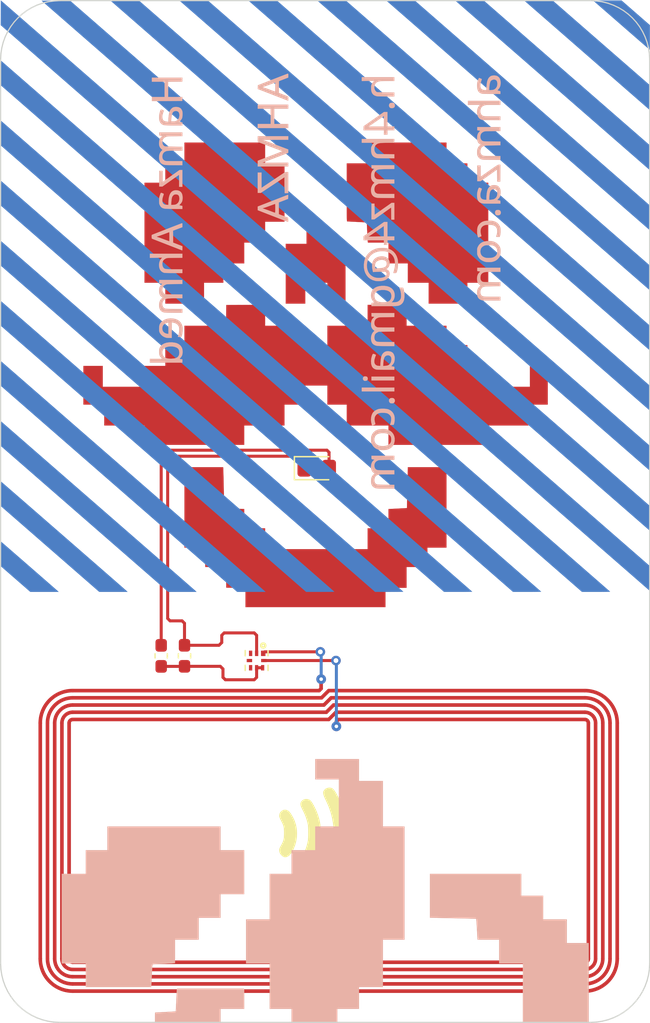
<source format=kicad_pcb>
(kicad_pcb (version 20171130) (host pcbnew 5.1.6)

  (general
    (thickness 1.6)
    (drawings 0)
    (tracks 40)
    (zones 0)
    (modules 6)
    (nets 9)
  )

  (page A4)
  (layers
    (0 F.Cu signal)
    (31 B.Cu signal)
    (32 B.Adhes user)
    (33 F.Adhes user)
    (34 B.Paste user)
    (35 F.Paste user)
    (36 B.SilkS user)
    (37 F.SilkS user)
    (38 B.Mask user)
    (39 F.Mask user)
    (40 Dwgs.User user)
    (41 Cmts.User user)
    (42 Eco1.User user)
    (43 Eco2.User user)
    (44 Edge.Cuts user)
    (45 Margin user)
    (46 B.CrtYd user)
    (47 F.CrtYd user)
    (48 B.Fab user)
    (49 F.Fab user)
  )

  (setup
    (last_trace_width 0.25)
    (trace_clearance 0.2)
    (zone_clearance 0.508)
    (zone_45_only no)
    (trace_min 0.2)
    (via_size 0.8)
    (via_drill 0.4)
    (via_min_size 0.4)
    (via_min_drill 0.3)
    (uvia_size 0.3)
    (uvia_drill 0.1)
    (uvias_allowed no)
    (uvia_min_size 0.2)
    (uvia_min_drill 0.1)
    (edge_width 0.05)
    (segment_width 0.2)
    (pcb_text_width 0.3)
    (pcb_text_size 1.5 1.5)
    (mod_edge_width 0.12)
    (mod_text_size 1 1)
    (mod_text_width 0.15)
    (pad_size 1.524 1.524)
    (pad_drill 0.762)
    (pad_to_mask_clearance 0.05)
    (aux_axis_origin 0 0)
    (visible_elements FFFFFF7F)
    (pcbplotparams
      (layerselection 0x010fc_ffffffff)
      (usegerberextensions false)
      (usegerberattributes true)
      (usegerberadvancedattributes true)
      (creategerberjobfile true)
      (excludeedgelayer true)
      (linewidth 0.100000)
      (plotframeref false)
      (viasonmask false)
      (mode 1)
      (useauxorigin false)
      (hpglpennumber 1)
      (hpglpenspeed 20)
      (hpglpendiameter 15.000000)
      (psnegative false)
      (psa4output false)
      (plotreference true)
      (plotvalue true)
      (plotinvisibletext false)
      (padsonsilk false)
      (subtractmaskfromsilk false)
      (outputformat 1)
      (mirror false)
      (drillshape 1)
      (scaleselection 1)
      (outputdirectory ""))
  )

  (net 0 "")
  (net 1 "Net-(C1-Pad2)")
  (net 2 "Net-(C1-Pad1)")
  (net 3 "Net-(D1-Pad2)")
  (net 4 "Net-(U1-Pad8)")
  (net 5 "Net-(U1-Pad4)")
  (net 6 "Net-(U1-Pad1)")
  (net 7 "Net-(U1-Pad3)")
  (net 8 "Net-(U1-Pad5)")

  (net_class Default "This is the default net class."
    (clearance 0.2)
    (trace_width 0.25)
    (via_dia 0.8)
    (via_drill 0.4)
    (uvia_dia 0.3)
    (uvia_drill 0.1)
    (add_net "Net-(C1-Pad1)")
    (add_net "Net-(C1-Pad2)")
    (add_net "Net-(D1-Pad2)")
    (add_net "Net-(U1-Pad1)")
    (add_net "Net-(U1-Pad3)")
    (add_net "Net-(U1-Pad4)")
    (add_net "Net-(U1-Pad5)")
    (add_net "Net-(U1-Pad8)")
  )

  (module buisness-card:25X48MM_NFC_ANTENNA (layer F.Cu) (tedit 5F77C49B) (tstamp 5F781F58)
    (at 191 126)
    (descr "25x48 mm NFC loop antenna, L = 2,75 µH")
    (path /5F77C870)
    (fp_text reference U2 (at 0 0) (layer F.SilkS) hide
      (effects (font (size 0.787402 0.787402) (thickness 0.015)))
    )
    (fp_text value 25X48MM_NFC_ANTENNA (at 0 0) (layer F.Fab)
      (effects (font (size 0.787402 0.787402) (thickness 0.015)))
    )
    (fp_arc (start 21.3 9.8) (end 24 9.8) (angle 90) (layer F.Cu) (width 0.3))
    (fp_arc (start 21.3 9.8) (end 23.4 9.8) (angle 90) (layer F.Cu) (width 0.3))
    (fp_arc (start 21.3 9.8) (end 22.8 9.8) (angle 90) (layer F.Cu) (width 0.3))
    (fp_arc (start 21.3 9.8) (end 22.2 9.8) (angle 90) (layer F.Cu) (width 0.3))
    (fp_arc (start 21.3 9.8) (end 21.6 9.8) (angle 90) (layer F.Cu) (width 0.3))
    (fp_arc (start -21.3 9.8) (end -24 9.8) (angle -90) (layer F.Cu) (width 0.3))
    (fp_arc (start -21.3 9.8) (end -23.4 9.8) (angle -90) (layer F.Cu) (width 0.3))
    (fp_arc (start -21.3 9.8) (end -22.8 9.8) (angle -90) (layer F.Cu) (width 0.3))
    (fp_arc (start -21.3 9.8) (end -22.2 9.8) (angle -90) (layer F.Cu) (width 0.3))
    (fp_arc (start -21.3 9.8) (end -21.6 9.8) (angle -90) (layer F.Cu) (width 0.3))
    (fp_arc (start -21.3 -9.8) (end -24 -9.8) (angle 90) (layer F.Cu) (width 0.3))
    (fp_arc (start -21.3 -9.8) (end -23.4 -9.8) (angle 90) (layer F.Cu) (width 0.3))
    (fp_arc (start -21.3 -9.8) (end -22.8 -9.8) (angle 90) (layer F.Cu) (width 0.3))
    (fp_arc (start -21.3 -9.8) (end -22.2 -9.8) (angle 90) (layer F.Cu) (width 0.3))
    (fp_arc (start -21.3 -9.8) (end -21.6 -9.8) (angle 90) (layer F.Cu) (width 0.3))
    (fp_arc (start 21.3 -9.8) (end 24 -9.8) (angle -90) (layer F.Cu) (width 0.3))
    (fp_arc (start 21.3 -9.8) (end 23.4 -9.8) (angle -90) (layer F.Cu) (width 0.3))
    (fp_arc (start 21.3 -9.8) (end 22.8 -9.8) (angle -90) (layer F.Cu) (width 0.3))
    (fp_arc (start 21.3 -9.8) (end 22.2 -9.8) (angle -90) (layer F.Cu) (width 0.3))
    (fp_arc (start 21.3 -9.8) (end 21.6 -9.8) (angle -90) (layer F.Cu) (width 0.3))
    (fp_line (start -21.3 10.1) (end 21.3 10.1) (layer F.Cu) (width 0.3))
    (fp_line (start -21.3 10.7) (end 21.3 10.7) (layer F.Cu) (width 0.3))
    (fp_line (start -21.3 11.3) (end 21.3 11.3) (layer F.Cu) (width 0.3))
    (fp_line (start -21.3 11.9) (end 21.3 11.9) (layer F.Cu) (width 0.3))
    (fp_line (start -21.3 12.5) (end 21.3 12.5) (layer F.Cu) (width 0.3))
    (fp_line (start -21.6 -9.8) (end -21.6 9.8) (layer F.Cu) (width 0.3))
    (fp_line (start -22.2 -9.8) (end -22.2 9.8) (layer F.Cu) (width 0.3))
    (fp_line (start -22.8 -9.8) (end -22.8 9.8) (layer F.Cu) (width 0.3))
    (fp_line (start -23.4 -9.8) (end -23.4 9.8) (layer F.Cu) (width 0.3))
    (fp_line (start -24 -9.8) (end -24 9.8) (layer F.Cu) (width 0.3))
    (fp_line (start 21.6 -9.8) (end 21.6 9.8) (layer F.Cu) (width 0.3))
    (fp_line (start 22.2 -9.8) (end 22.2 9.8) (layer F.Cu) (width 0.3))
    (fp_line (start 22.8 -9.8) (end 22.8 9.8) (layer F.Cu) (width 0.3))
    (fp_line (start 23.4 -9.8) (end 23.4 9.8) (layer F.Cu) (width 0.3))
    (fp_line (start 24 -9.8) (end 24 9.8) (layer F.Cu) (width 0.3))
    (fp_line (start -21.3 -10.1) (end 0 -10.1) (layer F.Cu) (width 0.3))
    (fp_line (start 21.3 -10.7) (end 0.6 -10.7) (layer F.Cu) (width 0.3))
    (fp_line (start 0 -10.1) (end 0.6 -10.7) (layer F.Cu) (width 0.3))
    (fp_line (start -21.3 -11.3) (end -0.4 -11.3) (layer F.Cu) (width 0.3))
    (fp_line (start -0.4 -11.3) (end 0.2 -11.9) (layer F.Cu) (width 0.3))
    (fp_line (start 0.2 -11.9) (end 21.3 -11.9) (layer F.Cu) (width 0.3))
    (fp_line (start -21.3 -10.7) (end -0.2 -10.7) (layer F.Cu) (width 0.3))
    (fp_line (start -0.2 -10.7) (end 0.4 -11.3) (layer F.Cu) (width 0.3))
    (fp_line (start 0.4 -11.3) (end 21.3 -11.3) (layer F.Cu) (width 0.3))
    (fp_line (start -21.3 -11.9) (end -0.6 -11.9) (layer F.Cu) (width 0.3))
    (fp_line (start -0.6 -11.9) (end 0 -12.5) (layer F.Cu) (width 0.3))
    (fp_line (start 0 -12.5) (end 21.3 -12.5) (layer F.Cu) (width 0.3))
    (fp_line (start 21.3 -10.1) (end 0.8 -10.1) (layer F.Cu) (width 0.3))
    (fp_line (start -0.635 -13.462) (end -0.635 -13.335) (layer F.Cu) (width 0.3))
    (fp_line (start -0.635 -13.335) (end -0.635 -12.665) (layer F.Cu) (width 0.3))
    (fp_line (start -0.635 -12.665) (end -0.8 -12.5) (layer F.Cu) (width 0.3))
    (fp_line (start -0.8 -12.5) (end -21.3 -12.5) (layer F.Cu) (width 0.3))
    (fp_line (start 0.635 -9.525) (end 0.635 -9.935) (layer F.Cu) (width 0.3))
    (fp_line (start 0.635 -9.935) (end 0.8 -10.1) (layer F.Cu) (width 0.3))
    (pad 1 thru_hole circle (at -0.63 -13.45) (size 0.808 0.808) (drill 0.3) (layers *.Cu *.Mask)
      (net 6 "Net-(U1-Pad1)"))
    (pad 2 thru_hole circle (at 0.635 -9.525) (size 0.808 0.808) (drill 0.3) (layers *.Cu *.Mask)
      (net 4 "Net-(U1-Pad8)"))
  )

  (module images:pcb-artwork (layer F.Cu) (tedit 0) (tstamp 5F782BFB)
    (at 190.7 98.6)
    (fp_text reference Ref** (at 0 0) (layer F.SilkS) hide
      (effects (font (size 1.27 1.27) (thickness 0.15)))
    )
    (fp_text value Val** (at 0 0) (layer F.SilkS) hide
      (effects (font (size 1.27 1.27) (thickness 0.15)))
    )
    (fp_line (start -22.0747 -42.5) (end -22.0747 -42.5) (layer Edge.Cuts) (width 0.1))
    (fp_line (start -22.0747 -42.5) (end -22.0747 -42.5) (layer Edge.Cuts) (width 0.1))
    (fp_line (start -22.57967 -42.474664) (end -22.0747 -42.5) (layer Edge.Cuts) (width 0.1))
    (fp_line (start -23.06974 -42.400282) (end -22.57967 -42.474664) (layer Edge.Cuts) (width 0.1))
    (fp_line (start -23.54247 -42.279292) (end -23.06974 -42.400282) (layer Edge.Cuts) (width 0.1))
    (fp_line (start -23.99541 -42.114133) (end -23.54247 -42.279292) (layer Edge.Cuts) (width 0.1))
    (fp_line (start -24.42613 -41.907244) (end -23.99541 -42.114133) (layer Edge.Cuts) (width 0.1))
    (fp_line (start -24.83219 -41.661063) (end -24.42613 -41.907244) (layer Edge.Cuts) (width 0.1))
    (fp_line (start -25.21116 -41.37803) (end -24.83219 -41.661063) (layer Edge.Cuts) (width 0.1))
    (fp_line (start -25.56058 -41.06058) (end -25.21116 -41.37803) (layer Edge.Cuts) (width 0.1))
    (fp_line (start -25.87803 -40.71116) (end -25.56058 -41.06058) (layer Edge.Cuts) (width 0.1))
    (fp_line (start -26.161063 -40.33219) (end -25.87803 -40.71116) (layer Edge.Cuts) (width 0.1))
    (fp_line (start -26.407244 -39.92613) (end -26.161063 -40.33219) (layer Edge.Cuts) (width 0.1))
    (fp_line (start -26.614133 -39.49541) (end -26.407244 -39.92613) (layer Edge.Cuts) (width 0.1))
    (fp_line (start -26.779292 -39.04247) (end -26.614133 -39.49541) (layer Edge.Cuts) (width 0.1))
    (fp_line (start -26.900282 -38.56974) (end -26.779292 -39.04247) (layer Edge.Cuts) (width 0.1))
    (fp_line (start -26.974664 -38.07967) (end -26.900282 -38.56974) (layer Edge.Cuts) (width 0.1))
    (fp_line (start -27 -37.5747) (end -26.974664 -38.07967) (layer Edge.Cuts) (width 0.1))
    (fp_line (start -27 37.5747) (end -27 -37.5747) (layer Edge.Cuts) (width 0.1))
    (fp_line (start -26.974664 38.0797) (end -27 37.5747) (layer Edge.Cuts) (width 0.1))
    (fp_line (start -26.900282 38.5697) (end -26.974664 38.0797) (layer Edge.Cuts) (width 0.1))
    (fp_line (start -26.779292 39.0425) (end -26.900282 38.5697) (layer Edge.Cuts) (width 0.1))
    (fp_line (start -26.614133 39.4954) (end -26.779292 39.0425) (layer Edge.Cuts) (width 0.1))
    (fp_line (start -26.407244 39.9261) (end -26.614133 39.4954) (layer Edge.Cuts) (width 0.1))
    (fp_line (start -26.161063 40.3322) (end -26.407244 39.9261) (layer Edge.Cuts) (width 0.1))
    (fp_line (start -25.87803 40.7112) (end -26.161063 40.3322) (layer Edge.Cuts) (width 0.1))
    (fp_line (start -25.56058 41.0606) (end -25.87803 40.7112) (layer Edge.Cuts) (width 0.1))
    (fp_line (start -25.21116 41.378) (end -25.56058 41.0606) (layer Edge.Cuts) (width 0.1))
    (fp_line (start -24.83219 41.6611) (end -25.21116 41.378) (layer Edge.Cuts) (width 0.1))
    (fp_line (start -24.42613 41.9072) (end -24.83219 41.6611) (layer Edge.Cuts) (width 0.1))
    (fp_line (start -23.99541 42.1141) (end -24.42613 41.9072) (layer Edge.Cuts) (width 0.1))
    (fp_line (start -23.54247 42.2793) (end -23.99541 42.1141) (layer Edge.Cuts) (width 0.1))
    (fp_line (start -23.06974 42.4003) (end -23.54247 42.2793) (layer Edge.Cuts) (width 0.1))
    (fp_line (start -22.57967 42.4747) (end -23.06974 42.4003) (layer Edge.Cuts) (width 0.1))
    (fp_line (start -22.0747 42.5) (end -22.57967 42.4747) (layer Edge.Cuts) (width 0.1))
    (fp_line (start 22.0747 42.5) (end -22.0747 42.5) (layer Edge.Cuts) (width 0.1))
    (fp_line (start 22.5797 42.4747) (end 22.0747 42.5) (layer Edge.Cuts) (width 0.1))
    (fp_line (start 23.0697 42.4003) (end 22.5797 42.4747) (layer Edge.Cuts) (width 0.1))
    (fp_line (start 23.5425 42.2793) (end 23.0697 42.4003) (layer Edge.Cuts) (width 0.1))
    (fp_line (start 23.9954 42.1141) (end 23.5425 42.2793) (layer Edge.Cuts) (width 0.1))
    (fp_line (start 24.4261 41.9072) (end 23.9954 42.1141) (layer Edge.Cuts) (width 0.1))
    (fp_line (start 24.8322 41.6611) (end 24.4261 41.9072) (layer Edge.Cuts) (width 0.1))
    (fp_line (start 25.2112 41.378) (end 24.8322 41.6611) (layer Edge.Cuts) (width 0.1))
    (fp_line (start 25.5606 41.0606) (end 25.2112 41.378) (layer Edge.Cuts) (width 0.1))
    (fp_line (start 25.878 40.7112) (end 25.5606 41.0606) (layer Edge.Cuts) (width 0.1))
    (fp_line (start 26.1611 40.3322) (end 25.878 40.7112) (layer Edge.Cuts) (width 0.1))
    (fp_line (start 26.4072 39.9261) (end 26.1611 40.3322) (layer Edge.Cuts) (width 0.1))
    (fp_line (start 26.6141 39.4954) (end 26.4072 39.9261) (layer Edge.Cuts) (width 0.1))
    (fp_line (start 26.7793 39.0425) (end 26.6141 39.4954) (layer Edge.Cuts) (width 0.1))
    (fp_line (start 26.9003 38.5697) (end 26.7793 39.0425) (layer Edge.Cuts) (width 0.1))
    (fp_line (start 26.9747 38.0797) (end 26.9003 38.5697) (layer Edge.Cuts) (width 0.1))
    (fp_line (start 27 37.5747) (end 26.9747 38.0797) (layer Edge.Cuts) (width 0.1))
    (fp_line (start 27 -37.5747) (end 27 37.5747) (layer Edge.Cuts) (width 0.1))
    (fp_line (start 26.9747 -38.07967) (end 27 -37.5747) (layer Edge.Cuts) (width 0.1))
    (fp_line (start 26.9003 -38.56974) (end 26.9747 -38.07967) (layer Edge.Cuts) (width 0.1))
    (fp_line (start 26.7793 -39.04247) (end 26.9003 -38.56974) (layer Edge.Cuts) (width 0.1))
    (fp_line (start 26.6141 -39.49541) (end 26.7793 -39.04247) (layer Edge.Cuts) (width 0.1))
    (fp_line (start 26.4072 -39.92613) (end 26.6141 -39.49541) (layer Edge.Cuts) (width 0.1))
    (fp_line (start 26.1611 -40.33219) (end 26.4072 -39.92613) (layer Edge.Cuts) (width 0.1))
    (fp_line (start 25.878 -40.71116) (end 26.1611 -40.33219) (layer Edge.Cuts) (width 0.1))
    (fp_line (start 25.5606 -41.06058) (end 25.878 -40.71116) (layer Edge.Cuts) (width 0.1))
    (fp_line (start 25.2112 -41.37803) (end 25.5606 -41.06058) (layer Edge.Cuts) (width 0.1))
    (fp_line (start 24.8322 -41.661063) (end 25.2112 -41.37803) (layer Edge.Cuts) (width 0.1))
    (fp_line (start 24.4261 -41.907244) (end 24.8322 -41.661063) (layer Edge.Cuts) (width 0.1))
    (fp_line (start 23.9954 -42.114133) (end 24.4261 -41.907244) (layer Edge.Cuts) (width 0.1))
    (fp_line (start 23.5425 -42.279292) (end 23.9954 -42.114133) (layer Edge.Cuts) (width 0.1))
    (fp_line (start 23.0697 -42.400282) (end 23.5425 -42.279292) (layer Edge.Cuts) (width 0.1))
    (fp_line (start 22.5797 -42.474664) (end 23.0697 -42.400282) (layer Edge.Cuts) (width 0.1))
    (fp_line (start 22.0747 -42.5) (end 22.5797 -42.474664) (layer Edge.Cuts) (width 0.1))
    (fp_line (start -22.0747 -42.5) (end 22.0747 -42.5) (layer Edge.Cuts) (width 0.1))
    (fp_poly (pts (xy -3.150678 24.850092) (xy -3.032118 24.92491) (xy -2.970512 24.983829) (xy -2.903891 25.067394)
      (xy -2.827454 25.18011) (xy -2.747104 25.311822) (xy -2.668745 25.452375) (xy -2.598282 25.591614)
      (xy -2.541618 25.719383) (xy -2.538857 25.726282) (xy -2.432266 26.051095) (xy -2.365478 26.385917)
      (xy -2.338322 26.726835) (xy -2.350623 27.069933) (xy -2.402209 27.411297) (xy -2.492907 27.747012)
      (xy -2.622542 28.073162) (xy -2.644799 28.119917) (xy -2.757955 28.328287) (xy -2.874881 28.496256)
      (xy -2.995139 28.623389) (xy -3.118291 28.709251) (xy -3.243899 28.753409) (xy -3.28853 28.758942)
      (xy -3.38697 28.755399) (xy -3.467869 28.72753) (xy -3.47255 28.725027) (xy -3.564373 28.661031)
      (xy -3.655765 28.573977) (xy -3.733048 28.478292) (xy -3.775324 28.405667) (xy -3.810601 28.286797)
      (xy -3.819691 28.182866) (xy -3.818456 28.12606) (xy -3.811533 28.076913) (xy -3.795437 28.025615)
      (xy -3.766686 27.962355) (xy -3.721795 27.87732) (xy -3.691909 27.823033) (xy -3.607515 27.667328)
      (xy -3.542385 27.536174) (xy -3.494062 27.419875) (xy -3.46009 27.308735) (xy -3.438012 27.193058)
      (xy -3.425373 27.063149) (xy -3.419714 26.909312) (xy -3.41856 26.744084) (xy -3.419777 26.572829)
      (xy -3.424886 26.433791) (xy -3.436275 26.316878) (xy -3.456333 26.211999) (xy -3.487449 26.109065)
      (xy -3.532013 25.997983) (xy -3.592413 25.868664) (xy -3.656163 25.740489) (xy -3.716928 25.618692)
      (xy -3.760645 25.526941) (xy -3.790028 25.457843) (xy -3.807787 25.404006) (xy -3.816637 25.358037)
      (xy -3.81929 25.312543) (xy -3.819264 25.295989) (xy -3.79937 25.160718) (xy -3.741571 25.039833)
      (xy -3.643869 24.929161) (xy -3.643698 24.929007) (xy -3.529434 24.851589) (xy -3.405239 24.812951)
      (xy -3.277019 24.812613) (xy -3.150678 24.850092)) (layer F.SilkS) (width 0.01))
    (fp_poly (pts (xy -1.493559 23.922112) (xy -1.396989 23.939343) (xy -1.310353 23.977075) (xy -1.229112 24.038991)
      (xy -1.148727 24.128772) (xy -1.064659 24.250101) (xy -0.972368 24.40666) (xy -0.944511 24.457172)
      (xy -0.746673 24.855572) (xy -0.590585 25.248768) (xy -0.476055 25.637301) (xy -0.412466 25.956326)
      (xy -0.393669 26.109389) (xy -0.379142 26.292799) (xy -0.369192 26.494759) (xy -0.364123 26.703469)
      (xy -0.364244 26.907129) (xy -0.369858 27.093941) (xy -0.37936 27.232617) (xy -0.407353 27.479847)
      (xy -0.444618 27.710026) (xy -0.493501 27.930509) (xy -0.556347 28.148651) (xy -0.635502 28.371805)
      (xy -0.733311 28.607326) (xy -0.85212 28.862568) (xy -0.981106 29.119424) (xy -1.084806 29.296251)
      (xy -1.1922 29.431335) (xy -1.304006 29.52516) (xy -1.420945 29.578213) (xy -1.543737 29.590978)
      (xy -1.651 29.571207) (xy -1.799145 29.508201) (xy -1.915213 29.420628) (xy -1.997255 29.310877)
      (xy -2.04332 29.181341) (xy -2.053116 29.078388) (xy -2.048493 29.00958) (xy -2.031653 28.9436)
      (xy -1.998037 28.865962) (xy -1.967958 28.807834) (xy -1.840854 28.563955) (xy -1.735799 28.34617)
      (xy -1.649697 28.146514) (xy -1.579451 27.957026) (xy -1.521964 27.769744) (xy -1.47414 27.576703)
      (xy -1.456187 27.491982) (xy -1.440811 27.412074) (xy -1.429047 27.338489) (xy -1.420437 27.263743)
      (xy -1.414522 27.18035) (xy -1.410844 27.080826) (xy -1.408944 26.957685) (xy -1.408364 26.803442)
      (xy -1.408426 26.712334) (xy -1.409052 26.540062) (xy -1.410641 26.402861) (xy -1.413659 26.293474)
      (xy -1.418574 26.20464) (xy -1.425852 26.129101) (xy -1.435959 26.059597) (xy -1.449362 25.988871)
      (xy -1.457351 25.951212) (xy -1.516116 25.712093) (xy -1.587386 25.483823) (xy -1.675621 25.254222)
      (xy -1.785281 25.011107) (xy -1.848389 24.882954) (xy -1.915835 24.747895) (xy -1.966027 24.643552)
      (xy -2.001585 24.563262) (xy -2.025129 24.500362) (xy -2.039278 24.448189) (xy -2.046653 24.400081)
      (xy -2.048743 24.373417) (xy -2.050339 24.294926) (xy -2.040369 24.237781) (xy -2.01373 24.181495)
      (xy -1.992343 24.146924) (xy -1.904372 24.038387) (xy -1.801034 23.967134) (xy -1.675573 23.929241)
      (xy -1.604604 23.921699) (xy -1.493559 23.922112)) (layer F.SilkS) (width 0.01))
    (fp_poly (pts (xy 0.459142 22.982681) (xy 0.548269 23.005166) (xy 0.625576 23.049409) (xy 0.70057 23.120948)
      (xy 0.782761 23.225321) (xy 0.787612 23.232031) (xy 0.919208 23.434556) (xy 1.049388 23.672837)
      (xy 1.175691 23.940309) (xy 1.295654 24.230408) (xy 1.406818 24.53657) (xy 1.506721 24.852228)
      (xy 1.592902 25.17082) (xy 1.662899 25.48578) (xy 1.691661 25.643417) (xy 1.72408 25.852555)
      (xy 1.74794 26.047771) (xy 1.763952 26.240272) (xy 1.772826 26.441264) (xy 1.775272 26.661956)
      (xy 1.772041 26.911673) (xy 1.765918 27.127769) (xy 1.756918 27.313102) (xy 1.74381 27.479207)
      (xy 1.725358 27.637624) (xy 1.700331 27.79989) (xy 1.667492 27.977542) (xy 1.647382 28.077584)
      (xy 1.595604 28.30421) (xy 1.531303 28.543573) (xy 1.456655 28.790098) (xy 1.373836 29.038212)
      (xy 1.285023 29.28234) (xy 1.192391 29.516907) (xy 1.098117 29.73634) (xy 1.004376 29.935063)
      (xy 0.913346 30.107502) (xy 0.827203 30.248084) (xy 0.769446 30.326423) (xy 0.658414 30.433368)
      (xy 0.533363 30.502616) (xy 0.398436 30.532722) (xy 0.257778 30.522242) (xy 0.228667 30.514965)
      (xy 0.087607 30.456237) (xy -0.027175 30.368031) (xy -0.099372 30.274099) (xy -0.133198 30.208716)
      (xy -0.151321 30.147006) (xy -0.158168 30.070387) (xy -0.15875 30.024917) (xy -0.157995 29.970557)
      (xy -0.153959 29.924111) (xy -0.14399 29.878101) (xy -0.125434 29.82505) (xy -0.095639 29.757482)
      (xy -0.051951 29.667919) (xy 0.008284 29.548883) (xy 0.014479 29.536719) (xy 0.078595 29.408093)
      (xy 0.142933 29.274148) (xy 0.201944 29.146768) (xy 0.250081 29.037838) (xy 0.271393 28.986386)
      (xy 0.443233 28.500029) (xy 0.57306 28.010853) (xy 0.660869 27.519815) (xy 0.706657 27.027872)
      (xy 0.710419 26.535981) (xy 0.672151 26.045098) (xy 0.591848 25.556182) (xy 0.469506 25.070189)
      (xy 0.305121 24.588075) (xy 0.291582 24.553334) (xy 0.26133 24.480602) (xy 0.217137 24.379902)
      (xy 0.163558 24.261347) (xy 0.105148 24.135046) (xy 0.06207 24.043756) (xy -0.023033 23.860094)
      (xy -0.087338 23.707885) (xy -0.131644 23.582175) (xy -0.156752 23.478009) (xy -0.163461 23.390431)
      (xy -0.152571 23.314485) (xy -0.124881 23.245218) (xy -0.081192 23.177672) (xy -0.078318 23.173879)
      (xy 0.023545 23.073) (xy 0.148056 23.007837) (xy 0.295335 22.978336) (xy 0.348684 22.976417)
      (xy 0.459142 22.982681)) (layer F.SilkS) (width 0.01))
    (fp_poly (pts (xy 2.380785 22.01486) (xy 2.503925 22.083238) (xy 2.592585 22.166062) (xy 2.627017 22.214939)
      (xy 2.675636 22.296569) (xy 2.735475 22.405005) (xy 2.803566 22.534298) (xy 2.876941 22.678501)
      (xy 2.952633 22.831665) (xy 3.027674 22.987843) (xy 3.099096 23.141086) (xy 3.16393 23.285446)
      (xy 3.219211 23.414976) (xy 3.234536 23.452667) (xy 3.415918 23.945174) (xy 3.563269 24.434598)
      (xy 3.67784 24.927595) (xy 3.760882 25.430824) (xy 3.813646 25.950943) (xy 3.837383 26.49461)
      (xy 3.839045 26.67) (xy 3.830229 27.129262) (xy 3.80116 27.570467) (xy 3.750489 27.999098)
      (xy 3.676871 28.420638) (xy 3.578957 28.840573) (xy 3.455399 29.264385) (xy 3.304849 29.697557)
      (xy 3.125962 30.145574) (xy 2.917387 30.613919) (xy 2.818737 30.821889) (xy 2.736501 30.988378)
      (xy 2.666263 31.120425) (xy 2.604496 31.222973) (xy 2.547672 31.300964) (xy 2.492264 31.35934)
      (xy 2.434744 31.403043) (xy 2.383804 31.431263) (xy 2.270742 31.465906) (xy 2.144114 31.472803)
      (xy 2.022492 31.451767) (xy 1.979083 31.435344) (xy 1.890543 31.378749) (xy 1.806914 31.297447)
      (xy 1.741401 31.205848) (xy 1.714424 31.146522) (xy 1.699981 31.07018) (xy 1.696235 30.97042)
      (xy 1.698412 30.922179) (xy 1.703961 30.864909) (xy 1.713727 30.81318) (xy 1.730853 30.758953)
      (xy 1.758483 30.694191) (xy 1.799757 30.610852) (xy 1.857821 30.500899) (xy 1.877219 30.464798)
      (xy 2.10612 30.013145) (xy 2.300287 29.570749) (xy 2.461081 29.131811) (xy 2.58986 28.690533)
      (xy 2.687986 28.241113) (xy 2.756817 27.777753) (xy 2.797715 27.294654) (xy 2.812038 26.786015)
      (xy 2.809033 26.491152) (xy 2.79109 26.062884) (xy 2.756157 25.659483) (xy 2.702461 25.273638)
      (xy 2.628232 24.89804) (xy 2.531697 24.525378) (xy 2.411086 24.148342) (xy 2.264626 23.759622)
      (xy 2.090547 23.351908) (xy 2.000878 23.156334) (xy 1.924093 22.991753) (xy 1.863477 22.860289)
      (xy 1.817204 22.756737) (xy 1.783447 22.675897) (xy 1.76038 22.612566) (xy 1.746175 22.561543)
      (xy 1.739004 22.517624) (xy 1.737043 22.475609) (xy 1.738462 22.430294) (xy 1.739461 22.411971)
      (xy 1.76356 22.274769) (xy 1.820037 22.163918) (xy 1.910826 22.076353) (xy 1.976063 22.03702)
      (xy 2.110114 21.990341) (xy 2.247268 21.983424) (xy 2.380785 22.01486)) (layer F.SilkS) (width 0.01))
    (fp_poly (pts (xy 10.0965 -28.956) (xy 11.832166 -28.956) (xy 11.832166 -27.347333) (xy 13.567833 -27.347333)
      (xy 13.567833 -19.028833) (xy 11.832166 -19.028833) (xy 11.832166 -17.293166) (xy 8.614833 -17.293166)
      (xy 8.614833 -19.028833) (xy 6.879166 -19.028833) (xy 6.879166 -20.6375) (xy 5.2705 -20.6375)
      (xy 5.2705 -22.373166) (xy 3.558593 -22.373166) (xy 3.547548 -22.463125) (xy 3.543999 -22.505233)
      (xy 3.538926 -22.584043) (xy 3.532629 -22.693961) (xy 3.52541 -22.829393) (xy 3.517568 -22.984747)
      (xy 3.509404 -23.15443) (xy 3.503007 -23.293063) (xy 3.494962 -23.465674) (xy 3.487114 -23.624503)
      (xy 3.479738 -23.764688) (xy 3.473108 -23.881365) (xy 3.4675 -23.969674) (xy 3.463186 -24.024751)
      (xy 3.460714 -24.041841) (xy 3.439085 -24.044249) (xy 3.380743 -24.048443) (xy 3.291255 -24.054122)
      (xy 3.176189 -24.060988) (xy 3.041114 -24.068741) (xy 2.891599 -24.077081) (xy 2.73321 -24.085709)
      (xy 2.571517 -24.094326) (xy 2.412088 -24.102632) (xy 2.260491 -24.110328) (xy 2.122294 -24.117114)
      (xy 2.003065 -24.122691) (xy 1.908372 -24.12676) (xy 1.843785 -24.12902) (xy 1.836208 -24.129202)
      (xy 1.830508 -24.130975) (xy 1.825424 -24.137553) (xy 1.820919 -24.151215) (xy 1.816959 -24.174237)
      (xy 1.81351 -24.208899) (xy 1.810535 -24.257479) (xy 1.808 -24.322253) (xy 1.805871 -24.405502)
      (xy 1.804112 -24.509501) (xy 1.802688 -24.636531) (xy 1.801564 -24.788867) (xy 1.800706 -24.96879)
      (xy 1.800078 -25.178576) (xy 1.799646 -25.420503) (xy 1.799374 -25.696851) (xy 1.799227 -26.009896)
      (xy 1.799171 -26.361916) (xy 1.799166 -26.543) (xy 1.799166 -28.956) (xy 3.534833 -28.956)
      (xy 3.534833 -30.691666) (xy 10.0965 -30.691666) (xy 10.0965 -28.956)) (layer F.Mask) (width 0.01))
    (fp_poly (pts (xy -0.062514 -23.807208) (xy -0.060801 -23.750524) (xy -0.057017 -23.663019) (xy -0.051509 -23.550572)
      (xy -0.044622 -23.419059) (xy -0.0367 -23.274358) (xy -0.02809 -23.122349) (xy -0.019135 -22.968907)
      (xy -0.010182 -22.819912) (xy -0.001576 -22.681241) (xy 0.006339 -22.558772) (xy 0.013217 -22.458383)
      (xy 0.018713 -22.385952) (xy 0.022481 -22.347356) (xy 0.023496 -22.342615) (xy 0.046109 -22.339446)
      (xy 0.106075 -22.334712) (xy 0.198454 -22.328705) (xy 0.318306 -22.321716) (xy 0.460693 -22.314035)
      (xy 0.620673 -22.305955) (xy 0.751984 -22.29968) (xy 0.927718 -22.291297) (xy 1.094582 -22.282988)
      (xy 1.246668 -22.275073) (xy 1.37807 -22.267873) (xy 1.482882 -22.261708) (xy 1.555197 -22.256898)
      (xy 1.582208 -22.254627) (xy 1.693333 -22.24312) (xy 1.693333 -17.293166) (xy 0.1905 -17.293166)
      (xy 0.1905 -19.028833) (xy -1.651 -19.028833) (xy -1.651 -17.293166) (xy -3.280834 -17.293166)
      (xy -3.280834 -22.267333) (xy -1.545167 -22.267333) (xy -1.545167 -23.876) (xy -0.0635 -23.876)
      (xy -0.062514 -23.807208)) (layer F.Mask) (width 0.01))
    (fp_poly (pts (xy -4.995334 -28.956) (xy -3.386667 -28.956) (xy -3.386667 -24.108833) (xy -4.995334 -24.108833)
      (xy -4.995334 -22.373166) (xy -6.731 -22.373166) (xy -6.731 -20.6375) (xy -8.466667 -20.6375)
      (xy -8.466667 -19.028833) (xy -10.075334 -19.028833) (xy -10.075334 -17.293166) (xy -13.292667 -17.293166)
      (xy -13.292667 -19.028833) (xy -15.028334 -19.028833) (xy -15.028334 -27.347333) (xy -13.292667 -27.347333)
      (xy -13.292667 -28.956) (xy -11.705167 -28.956) (xy -11.705167 -30.691666) (xy -4.995334 -30.691666)
      (xy -4.995334 -28.956)) (layer F.Mask) (width 0.01))
    (fp_poly (pts (xy -4.995334 -15.451666) (xy -1.651 -15.451666) (xy -1.651 -13.843) (xy 0.1905 -13.843)
      (xy 0.1905 -15.451666) (xy 3.534833 -15.451666) (xy 3.534833 -17.187333) (xy 6.773333 -17.187333)
      (xy 6.773333 -15.451666) (xy 10.0965 -15.451666) (xy 10.0965 -13.843) (xy 11.832166 -13.843)
      (xy 11.832166 -12.107333) (xy 13.567833 -12.107333) (xy 13.567833 -10.371666) (xy 17.039166 -10.371666)
      (xy 17.039166 -12.107333) (xy 18.520833 -12.107333) (xy 18.520833 -8.89) (xy 16.912166 -8.89)
      (xy 16.912166 -7.154333) (xy 13.567833 -7.154333) (xy 13.567833 -5.545666) (xy 5.2705 -5.545666)
      (xy 5.2705 -7.154333) (xy 1.799166 -7.154333) (xy 1.799166 -8.89) (xy 0.1905 -8.89)
      (xy 0.1905 -10.4775) (xy -1.651 -10.4775) (xy -1.651 -8.89) (xy -3.386667 -8.89)
      (xy -3.386667 -7.154333) (xy -6.731 -7.154333) (xy -6.731 -5.545666) (xy -15.028334 -5.545666)
      (xy -15.028334 -7.154333) (xy -18.372667 -7.154333) (xy -18.372667 -8.89) (xy -20.108334 -8.89)
      (xy -20.108334 -12.107333) (xy -18.499667 -12.107333) (xy -18.499667 -10.371666) (xy -15.028334 -10.371666)
      (xy -15.028334 -12.107333) (xy -13.292667 -12.107333) (xy -13.292667 -13.843) (xy -11.705167 -13.843)
      (xy -11.705167 -15.451666) (xy -8.234309 -15.451666) (xy -8.22878 -16.314208) (xy -8.22325 -17.17675)
      (xy -4.995334 -17.187598) (xy -4.995334 -15.451666)) (layer F.Mask) (width 0.01))
    (fp_poly (pts (xy -8.479394 -3.635375) (xy -8.477511 -3.607081) (xy -8.474905 -3.539797) (xy -8.471659 -3.436855)
      (xy -8.467856 -3.301592) (xy -8.463581 -3.13734) (xy -8.458916 -2.947434) (xy -8.453945 -2.73521)
      (xy -8.448752 -2.504001) (xy -8.443421 -2.257141) (xy -8.438036 -1.997966) (xy -8.436833 -1.938689)
      (xy -8.431509 -1.678485) (xy -8.426311 -1.430785) (xy -8.421313 -1.19881) (xy -8.416592 -0.985785)
      (xy -8.412222 -0.794933) (xy -8.408281 -0.629475) (xy -8.404842 -0.492636) (xy -8.401982 -0.387637)
      (xy -8.399776 -0.317703) (xy -8.3983 -0.286056) (xy -8.398051 -0.284501) (xy -8.376425 -0.282437)
      (xy -8.317064 -0.278727) (xy -8.224524 -0.273606) (xy -8.103361 -0.267309) (xy -7.958132 -0.260072)
      (xy -7.793392 -0.252129) (xy -7.613699 -0.243716) (xy -7.561792 -0.24133) (xy -6.731 -0.203286)
      (xy -6.731 1.397) (xy -4.995334 1.397) (xy -4.995334 3.132667) (xy 3.534833 3.132667)
      (xy 3.534833 1.397) (xy 5.2705 1.397) (xy 5.2705 -0.203265) (xy 6.037791 -0.24122)
      (xy 6.213311 -0.249986) (xy 6.37485 -0.258216) (xy 6.517688 -0.265656) (xy 6.637106 -0.272054)
      (xy 6.728384 -0.277156) (xy 6.786804 -0.280711) (xy 6.807644 -0.282462) (xy 6.808553 -0.303593)
      (xy 6.810255 -0.363129) (xy 6.812663 -0.45715) (xy 6.815694 -0.581738) (xy 6.819261 -0.732973)
      (xy 6.823279 -0.906936) (xy 6.827663 -1.099708) (xy 6.832326 -1.30737) (xy 6.837185 -1.526002)
      (xy 6.842152 -1.751685) (xy 6.847144 -1.9805) (xy 6.852073 -2.208528) (xy 6.856856 -2.431849)
      (xy 6.861406 -2.646544) (xy 6.865638 -2.848694) (xy 6.869467 -3.03438) (xy 6.872807 -3.199683)
      (xy 6.875573 -3.340682) (xy 6.87768 -3.45346) (xy 6.879041 -3.534096) (xy 6.879572 -3.578672)
      (xy 6.879573 -3.582458) (xy 6.879166 -3.683) (xy 10.0965 -3.683) (xy 10.0965 3.005667)
      (xy 8.509 3.005667) (xy 8.509 4.614334) (xy 6.773333 4.614334) (xy 6.773333 6.35)
      (xy 5.0165 6.35) (xy 5.0165 7.958667) (xy -6.625167 7.958667) (xy -6.625167 6.350509)
      (xy -7.424209 6.344963) (xy -8.22325 6.339417) (xy -8.22878 5.476875) (xy -8.234309 4.614334)
      (xy -9.9695 4.614334) (xy -9.9695 3.005667) (xy -11.705167 3.005667) (xy -11.705167 -3.683)
      (xy -8.48864 -3.683) (xy -8.479394 -3.635375)) (layer F.Mask) (width 0.01))
    (fp_poly (pts (xy 10.0965 -28.956) (xy 11.832166 -28.956) (xy 11.832166 -27.347333) (xy 13.567833 -27.347333)
      (xy 13.567833 -19.028833) (xy 11.832166 -19.028833) (xy 11.832166 -17.293166) (xy 8.614833 -17.293166)
      (xy 8.614833 -19.028833) (xy 6.879166 -19.028833) (xy 6.879166 -20.6375) (xy 5.2705 -20.6375)
      (xy 5.2705 -22.373166) (xy 3.558593 -22.373166) (xy 3.547548 -22.463125) (xy 3.543999 -22.505233)
      (xy 3.538926 -22.584043) (xy 3.532629 -22.693961) (xy 3.52541 -22.829393) (xy 3.517568 -22.984747)
      (xy 3.509404 -23.15443) (xy 3.503007 -23.293063) (xy 3.494962 -23.465674) (xy 3.487114 -23.624503)
      (xy 3.479738 -23.764688) (xy 3.473108 -23.881365) (xy 3.4675 -23.969674) (xy 3.463186 -24.024751)
      (xy 3.460714 -24.041841) (xy 3.439085 -24.044249) (xy 3.380743 -24.048443) (xy 3.291255 -24.054122)
      (xy 3.176189 -24.060988) (xy 3.041114 -24.068741) (xy 2.891599 -24.077081) (xy 2.73321 -24.085709)
      (xy 2.571517 -24.094326) (xy 2.412088 -24.102632) (xy 2.260491 -24.110328) (xy 2.122294 -24.117114)
      (xy 2.003065 -24.122691) (xy 1.908372 -24.12676) (xy 1.843785 -24.12902) (xy 1.836208 -24.129202)
      (xy 1.830508 -24.130975) (xy 1.825424 -24.137553) (xy 1.820919 -24.151215) (xy 1.816959 -24.174237)
      (xy 1.81351 -24.208899) (xy 1.810535 -24.257479) (xy 1.808 -24.322253) (xy 1.805871 -24.405502)
      (xy 1.804112 -24.509501) (xy 1.802688 -24.636531) (xy 1.801564 -24.788867) (xy 1.800706 -24.96879)
      (xy 1.800078 -25.178576) (xy 1.799646 -25.420503) (xy 1.799374 -25.696851) (xy 1.799227 -26.009896)
      (xy 1.799171 -26.361916) (xy 1.799166 -26.543) (xy 1.799166 -28.956) (xy 3.534833 -28.956)
      (xy 3.534833 -30.691666) (xy 10.0965 -30.691666) (xy 10.0965 -28.956)) (layer F.Cu) (width 0.01))
    (fp_poly (pts (xy -0.062514 -23.807208) (xy -0.060801 -23.750524) (xy -0.057017 -23.663019) (xy -0.051509 -23.550572)
      (xy -0.044622 -23.419059) (xy -0.0367 -23.274358) (xy -0.02809 -23.122349) (xy -0.019135 -22.968907)
      (xy -0.010182 -22.819912) (xy -0.001576 -22.681241) (xy 0.006339 -22.558772) (xy 0.013217 -22.458383)
      (xy 0.018713 -22.385952) (xy 0.022481 -22.347356) (xy 0.023496 -22.342615) (xy 0.046109 -22.339446)
      (xy 0.106075 -22.334712) (xy 0.198454 -22.328705) (xy 0.318306 -22.321716) (xy 0.460693 -22.314035)
      (xy 0.620673 -22.305955) (xy 0.751984 -22.29968) (xy 0.927718 -22.291297) (xy 1.094582 -22.282988)
      (xy 1.246668 -22.275073) (xy 1.37807 -22.267873) (xy 1.482882 -22.261708) (xy 1.555197 -22.256898)
      (xy 1.582208 -22.254627) (xy 1.693333 -22.24312) (xy 1.693333 -17.293166) (xy 0.1905 -17.293166)
      (xy 0.1905 -19.028833) (xy -1.651 -19.028833) (xy -1.651 -17.293166) (xy -3.280834 -17.293166)
      (xy -3.280834 -22.267333) (xy -1.545167 -22.267333) (xy -1.545167 -23.876) (xy -0.0635 -23.876)
      (xy -0.062514 -23.807208)) (layer F.Cu) (width 0.01))
    (fp_poly (pts (xy -4.995334 -28.956) (xy -3.386667 -28.956) (xy -3.386667 -24.108833) (xy -4.995334 -24.108833)
      (xy -4.995334 -22.373166) (xy -6.731 -22.373166) (xy -6.731 -20.6375) (xy -8.466667 -20.6375)
      (xy -8.466667 -19.028833) (xy -10.075334 -19.028833) (xy -10.075334 -17.293166) (xy -13.292667 -17.293166)
      (xy -13.292667 -19.028833) (xy -15.028334 -19.028833) (xy -15.028334 -27.347333) (xy -13.292667 -27.347333)
      (xy -13.292667 -28.956) (xy -11.705167 -28.956) (xy -11.705167 -30.691666) (xy -4.995334 -30.691666)
      (xy -4.995334 -28.956)) (layer F.Cu) (width 0.01))
    (fp_poly (pts (xy -4.995334 -15.451666) (xy -1.651 -15.451666) (xy -1.651 -13.843) (xy 0.1905 -13.843)
      (xy 0.1905 -15.451666) (xy 3.534833 -15.451666) (xy 3.534833 -17.187333) (xy 6.773333 -17.187333)
      (xy 6.773333 -15.451666) (xy 10.0965 -15.451666) (xy 10.0965 -13.843) (xy 11.832166 -13.843)
      (xy 11.832166 -12.107333) (xy 13.567833 -12.107333) (xy 13.567833 -10.371666) (xy 17.039166 -10.371666)
      (xy 17.039166 -12.107333) (xy 18.520833 -12.107333) (xy 18.520833 -8.89) (xy 16.912166 -8.89)
      (xy 16.912166 -7.154333) (xy 13.567833 -7.154333) (xy 13.567833 -5.545666) (xy 5.2705 -5.545666)
      (xy 5.2705 -7.154333) (xy 1.799166 -7.154333) (xy 1.799166 -8.89) (xy 0.1905 -8.89)
      (xy 0.1905 -10.4775) (xy -1.651 -10.4775) (xy -1.651 -8.89) (xy -3.386667 -8.89)
      (xy -3.386667 -7.154333) (xy -6.731 -7.154333) (xy -6.731 -5.545666) (xy -15.028334 -5.545666)
      (xy -15.028334 -7.154333) (xy -18.372667 -7.154333) (xy -18.372667 -8.89) (xy -20.108334 -8.89)
      (xy -20.108334 -12.107333) (xy -18.499667 -12.107333) (xy -18.499667 -10.371666) (xy -15.028334 -10.371666)
      (xy -15.028334 -12.107333) (xy -13.292667 -12.107333) (xy -13.292667 -13.843) (xy -11.705167 -13.843)
      (xy -11.705167 -15.451666) (xy -8.234309 -15.451666) (xy -8.22878 -16.314208) (xy -8.22325 -17.17675)
      (xy -4.995334 -17.187598) (xy -4.995334 -15.451666)) (layer F.Cu) (width 0.01))
    (fp_poly (pts (xy -8.479394 -3.635375) (xy -8.477511 -3.607081) (xy -8.474905 -3.539797) (xy -8.471659 -3.436855)
      (xy -8.467856 -3.301592) (xy -8.463581 -3.13734) (xy -8.458916 -2.947434) (xy -8.453945 -2.73521)
      (xy -8.448752 -2.504001) (xy -8.443421 -2.257141) (xy -8.438036 -1.997966) (xy -8.436833 -1.938689)
      (xy -8.431509 -1.678485) (xy -8.426311 -1.430785) (xy -8.421313 -1.19881) (xy -8.416592 -0.985785)
      (xy -8.412222 -0.794933) (xy -8.408281 -0.629475) (xy -8.404842 -0.492636) (xy -8.401982 -0.387637)
      (xy -8.399776 -0.317703) (xy -8.3983 -0.286056) (xy -8.398051 -0.284501) (xy -8.376425 -0.282437)
      (xy -8.317064 -0.278727) (xy -8.224524 -0.273606) (xy -8.103361 -0.267309) (xy -7.958132 -0.260072)
      (xy -7.793392 -0.252129) (xy -7.613699 -0.243716) (xy -7.561792 -0.24133) (xy -6.731 -0.203286)
      (xy -6.731 1.397) (xy -4.995334 1.397) (xy -4.995334 3.132667) (xy 3.534833 3.132667)
      (xy 3.534833 1.397) (xy 5.2705 1.397) (xy 5.2705 -0.203265) (xy 6.037791 -0.24122)
      (xy 6.213311 -0.249986) (xy 6.37485 -0.258216) (xy 6.517688 -0.265656) (xy 6.637106 -0.272054)
      (xy 6.728384 -0.277156) (xy 6.786804 -0.280711) (xy 6.807644 -0.282462) (xy 6.808553 -0.303593)
      (xy 6.810255 -0.363129) (xy 6.812663 -0.45715) (xy 6.815694 -0.581738) (xy 6.819261 -0.732973)
      (xy 6.823279 -0.906936) (xy 6.827663 -1.099708) (xy 6.832326 -1.30737) (xy 6.837185 -1.526002)
      (xy 6.842152 -1.751685) (xy 6.847144 -1.9805) (xy 6.852073 -2.208528) (xy 6.856856 -2.431849)
      (xy 6.861406 -2.646544) (xy 6.865638 -2.848694) (xy 6.869467 -3.03438) (xy 6.872807 -3.199683)
      (xy 6.875573 -3.340682) (xy 6.87768 -3.45346) (xy 6.879041 -3.534096) (xy 6.879572 -3.578672)
      (xy 6.879573 -3.582458) (xy 6.879166 -3.683) (xy 10.0965 -3.683) (xy 10.0965 3.005667)
      (xy 8.509 3.005667) (xy 8.509 4.614334) (xy 6.773333 4.614334) (xy 6.773333 6.35)
      (xy 5.0165 6.35) (xy 5.0165 7.958667) (xy -6.625167 7.958667) (xy -6.625167 6.350509)
      (xy -7.424209 6.344963) (xy -8.22325 6.339417) (xy -8.22878 5.476875) (xy -8.234309 4.614334)
      (xy -9.9695 4.614334) (xy -9.9695 3.005667) (xy -11.705167 3.005667) (xy -11.705167 -3.683)
      (xy -8.48864 -3.683) (xy -8.479394 -3.635375)) (layer F.Cu) (width 0.01))
    (fp_poly (pts (xy 14.114424 -36.269231) (xy 14.229151 -36.253205) (xy 14.321499 -36.221618) (xy 14.322494 -36.2211)
      (xy 14.438625 -36.13805) (xy 14.523733 -36.026654) (xy 14.57793 -35.886668) (xy 14.601327 -35.717844)
      (xy 14.600719 -35.604413) (xy 14.583674 -35.451069) (xy 14.546593 -35.325049) (xy 14.484759 -35.214216)
      (xy 14.416675 -35.130895) (xy 14.365747 -35.070469) (xy 14.347062 -35.03269) (xy 14.359827 -35.013733)
      (xy 14.391569 -35.009548) (xy 14.433295 -35.004002) (xy 14.49294 -34.990494) (xy 14.504458 -34.987387)
      (xy 14.549978 -34.972987) (xy 14.573581 -34.954177) (xy 14.582466 -34.91849) (xy 14.583833 -34.853457)
      (xy 14.583833 -34.7345) (xy 13.837708 -34.735916) (xy 13.620155 -34.736772) (xy 13.441337 -34.738521)
      (xy 13.297664 -34.741292) (xy 13.185544 -34.74521) (xy 13.101386 -34.750404) (xy 13.0416 -34.757002)
      (xy 13.002595 -34.76513) (xy 13.001027 -34.765609) (xy 12.877534 -34.82071) (xy 12.781538 -34.90172)
      (xy 12.711444 -35.011263) (xy 12.665657 -35.151967) (xy 12.642581 -35.326454) (xy 12.640858 -35.358408)
      (xy 12.638953 -35.501223) (xy 12.648263 -35.617792) (xy 12.666035 -35.708301) (xy 12.692225 -35.80203)
      (xy 12.722186 -35.893444) (xy 12.75249 -35.973707) (xy 12.779708 -36.033982) (xy 12.800412 -36.065434)
      (xy 12.805601 -36.068) (xy 12.831004 -36.060265) (xy 12.88054 -36.041089) (xy 12.939787 -36.016511)
      (xy 12.994324 -35.992572) (xy 13.029727 -35.975314) (xy 13.034987 -35.971921) (xy 13.031564 -35.950734)
      (xy 13.016706 -35.898669) (xy 12.993101 -35.824757) (xy 12.976778 -35.776362) (xy 12.931434 -35.612055)
      (xy 12.91129 -35.460519) (xy 12.916691 -35.328532) (xy 12.947978 -35.222873) (xy 12.948741 -35.221333)
      (xy 13.00894 -35.145869) (xy 13.100053 -35.090056) (xy 13.213596 -35.058058) (xy 13.293887 -35.052)
      (xy 13.413137 -35.052) (xy 13.646287 -35.052) (xy 13.772551 -35.052) (xy 13.865693 -35.057965)
      (xy 13.962479 -35.073168) (xy 14.007033 -35.084137) (xy 14.097525 -35.122517) (xy 14.174272 -35.184598)
      (xy 14.197649 -35.209884) (xy 14.270705 -35.312398) (xy 14.313169 -35.424197) (xy 14.329364 -35.557705)
      (xy 14.329833 -35.589594) (xy 14.317226 -35.721168) (xy 14.27854 -35.8202) (xy 14.212479 -35.888468)
      (xy 14.117745 -35.927753) (xy 14.078093 -35.934914) (xy 13.993136 -35.930645) (xy 13.902164 -35.902019)
      (xy 13.821817 -35.856058) (xy 13.772574 -35.806028) (xy 13.728766 -35.712098) (xy 13.694432 -35.57987)
      (xy 13.670251 -35.412452) (xy 13.66077 -35.294245) (xy 13.646287 -35.052) (xy 13.413137 -35.052)
      (xy 13.426698 -35.332458) (xy 13.444491 -35.558262) (xy 13.475115 -35.746934) (xy 13.520061 -35.902128)
      (xy 13.580818 -36.027496) (xy 13.658877 -36.126693) (xy 13.755728 -36.203373) (xy 13.790083 -36.223294)
      (xy 13.879478 -36.254338) (xy 13.992729 -36.269629) (xy 14.114424 -36.269231)) (layer B.SilkS) (width 0.01))
    (fp_poly (pts (xy 5.757333 -35.814) (xy 5.222875 -35.81384) (xy 5.013433 -35.812752) (xy 4.841159 -35.809258)
      (xy 4.700927 -35.80281) (xy 4.587613 -35.79286) (xy 4.49609 -35.778859) (xy 4.421235 -35.760257)
      (xy 4.357921 -35.736506) (xy 4.318638 -35.717021) (xy 4.218362 -35.643496) (xy 4.149452 -35.546723)
      (xy 4.107703 -35.420655) (xy 4.105759 -35.410942) (xy 4.092443 -35.256318) (xy 4.115032 -35.120335)
      (xy 4.172788 -35.005338) (xy 4.261309 -34.916363) (xy 4.278991 -34.904415) (xy 4.299468 -34.894777)
      (xy 4.327296 -34.887153) (xy 4.367033 -34.881248) (xy 4.423234 -34.876766) (xy 4.500458 -34.873414)
      (xy 4.603261 -34.870894) (xy 4.7362 -34.868914) (xy 4.903833 -34.867177) (xy 5.039184 -34.86599)
      (xy 5.757333 -34.859898) (xy 5.757333 -34.522833) (xy 5.064125 -34.524633) (xy 4.830783 -34.526036)
      (xy 4.638414 -34.528954) (xy 4.485681 -34.533435) (xy 4.371251 -34.539526) (xy 4.293786 -34.547272)
      (xy 4.265083 -34.552588) (xy 4.119176 -34.603913) (xy 4.004102 -34.679437) (xy 3.918333 -34.781461)
      (xy 3.860342 -34.912288) (xy 3.828601 -35.074218) (xy 3.821088 -35.221778) (xy 3.822077 -35.320497)
      (xy 3.827614 -35.391647) (xy 3.840672 -35.449964) (xy 3.864225 -35.510183) (xy 3.89033 -35.564983)
      (xy 3.935575 -35.644907) (xy 3.986653 -35.717282) (xy 4.031647 -35.765621) (xy 4.103217 -35.824583)
      (xy 3.575608 -35.818583) (xy 3.048 -35.812583) (xy 3.048 -36.1315) (xy 5.757333 -36.1315)
      (xy 5.757333 -35.814)) (layer B.SilkS) (width 0.01))
    (fp_poly (pts (xy -3.078941 -36.416101) (xy -3.071873 -36.387774) (xy -3.069435 -36.331174) (xy -3.069167 -36.264728)
      (xy -3.069167 -36.097033) (xy -3.455459 -35.949316) (xy -3.84175 -35.8016) (xy -3.853104 -34.823426)
      (xy -3.54051 -34.701888) (xy -3.426553 -34.657569) (xy -3.320347 -34.616242) (xy -3.230973 -34.581441)
      (xy -3.167506 -34.556702) (xy -3.148542 -34.549294) (xy -3.069167 -34.518237) (xy -3.069167 -34.340618)
      (xy -3.069748 -34.260125) (xy -3.071297 -34.199062) (xy -3.073524 -34.167097) (xy -3.074459 -34.16458)
      (xy -3.094579 -34.172301) (xy -3.150849 -34.194045) (xy -3.23995 -34.228527) (xy -3.358564 -34.274462)
      (xy -3.503372 -34.330563) (xy -3.671057 -34.395545) (xy -3.858299 -34.468123) (xy -4.061781 -34.54701)
      (xy -4.278183 -34.630921) (xy -4.344671 -34.656705) (xy -5.609592 -35.14725) (xy -5.604088 -35.303123)
      (xy -5.603887 -35.308819) (xy -5.185834 -35.308819) (xy -5.167062 -35.296348) (xy -5.116379 -35.274525)
      (xy -5.042233 -35.246774) (xy -4.979459 -35.225177) (xy -4.880019 -35.191002) (xy -4.756018 -35.146762)
      (xy -4.622309 -35.097838) (xy -4.493748 -35.049608) (xy -4.47675 -35.04312) (xy -4.372049 -35.003289)
      (xy -4.281412 -34.969255) (xy -4.212161 -34.943731) (xy -4.171619 -34.929433) (xy -4.164542 -34.92736)
      (xy -4.159472 -34.946632) (xy -4.155072 -35.001608) (xy -4.15162 -35.085663) (xy -4.149394 -35.19217)
      (xy -4.148667 -35.305691) (xy -4.148667 -35.686382) (xy -4.249209 -35.646874) (xy -4.343164 -35.610745)
      (xy -4.455366 -35.568841) (xy -4.578311 -35.523827) (xy -4.704499 -35.478369) (xy -4.826429 -35.435134)
      (xy -4.936599 -35.396788) (xy -5.027507 -35.365996) (xy -5.091653 -35.345424) (xy -5.117042 -35.338441)
      (xy -5.163662 -35.324531) (xy -5.185591 -35.310132) (xy -5.185834 -35.308819) (xy -5.603887 -35.308819)
      (xy -5.598584 -35.458997) (xy -4.3815 -35.933245) (xy -4.164793 -36.01759) (xy -3.958906 -36.097537)
      (xy -3.767374 -36.171725) (xy -3.593736 -36.238793) (xy -3.441526 -36.29738) (xy -3.314284 -36.346125)
      (xy -3.215544 -36.383666) (xy -3.148845 -36.408643) (xy -3.117722 -36.419694) (xy -3.116792 -36.419957)
      (xy -3.093095 -36.42416) (xy -3.078941 -36.416101)) (layer B.SilkS) (width 0.01))
    (fp_poly (pts (xy -11.878902 -35.925125) (xy -11.885084 -35.761083) (xy -12.472459 -35.755457) (xy -13.059834 -35.74983)
      (xy -13.059834 -34.4805) (xy -11.87272 -34.4805) (xy -11.885084 -34.152416) (xy -14.4145 -34.1415)
      (xy -14.4145 -34.4805) (xy -13.356167 -34.4805) (xy -13.356167 -35.7505) (xy -14.4145 -35.7505)
      (xy -14.4145 -36.089166) (xy -11.87272 -36.089166) (xy -11.878902 -35.925125)) (layer B.SilkS) (width 0.01))
    (fp_poly (pts (xy 5.64143 -33.991234) (xy 5.705278 -33.972039) (xy 5.755927 -33.923306) (xy 5.789108 -33.849121)
      (xy 5.801526 -33.763919) (xy 5.789888 -33.682138) (xy 5.777872 -33.653827) (xy 5.728184 -33.601628)
      (xy 5.651864 -33.566258) (xy 5.562247 -33.550596) (xy 5.47267 -33.557524) (xy 5.419083 -33.576354)
      (xy 5.359334 -33.627789) (xy 5.323855 -33.701535) (xy 5.312917 -33.785734) (xy 5.32679 -33.868527)
      (xy 5.365745 -33.938055) (xy 5.410013 -33.973533) (xy 5.473593 -33.992149) (xy 5.557426 -33.998015)
      (xy 5.64143 -33.991234)) (layer B.SilkS) (width 0.01))
    (fp_poly (pts (xy 14.583833 -33.824333) (xy 13.982812 -33.824333) (xy 13.803344 -33.824079) (xy 13.660471 -33.823101)
      (xy 13.548461 -33.821072) (xy 13.461577 -33.817669) (xy 13.394085 -33.812566) (xy 13.340251 -33.805439)
      (xy 13.294339 -33.795962) (xy 13.250614 -33.78381) (xy 13.246729 -33.782616) (xy 13.114832 -33.723069)
      (xy 13.015252 -33.636331) (xy 12.948598 -33.523258) (xy 12.915477 -33.384705) (xy 12.911666 -33.310836)
      (xy 12.927308 -33.166594) (xy 12.973475 -33.049398) (xy 13.049032 -32.961003) (xy 13.152842 -32.903169)
      (xy 13.180963 -32.894273) (xy 13.225578 -32.887952) (xy 13.308227 -32.882499) (xy 13.424616 -32.878044)
      (xy 13.570452 -32.874714) (xy 13.741441 -32.87264) (xy 13.922375 -32.871951) (xy 14.583833 -32.871833)
      (xy 14.583833 -32.554333) (xy 13.858875 -32.5565) (xy 13.684915 -32.557463) (xy 13.522087 -32.55921)
      (xy 13.375835 -32.561617) (xy 13.251605 -32.564562) (xy 13.154838 -32.56792) (xy 13.090981 -32.57157)
      (xy 13.068257 -32.574352) (xy 12.928533 -32.627611) (xy 12.81471 -32.713464) (xy 12.727911 -32.830181)
      (xy 12.669259 -32.976032) (xy 12.639878 -33.149286) (xy 12.6365 -33.23945) (xy 12.648788 -33.379134)
      (xy 12.682924 -33.515856) (xy 12.734816 -33.639677) (xy 12.800372 -33.74066) (xy 12.869376 -33.804948)
      (xy 12.87915 -33.814237) (xy 12.873982 -33.821226) (xy 12.849641 -33.82612) (xy 12.801897 -33.829119)
      (xy 12.726519 -33.830427) (xy 12.619277 -33.830248) (xy 12.475941 -33.828782) (xy 12.394524 -33.827702)
      (xy 11.8745 -33.820487) (xy 11.8745 -34.163) (xy 14.583833 -34.163) (xy 14.583833 -33.824333)) (layer B.SilkS) (width 0.01))
    (fp_poly (pts (xy -12.3056 -33.649544) (xy -12.193449 -33.627198) (xy -12.150048 -33.611038) (xy -12.065045 -33.566962)
      (xy -12.004448 -33.518219) (xy -11.954289 -33.451422) (xy -11.919838 -33.390416) (xy -11.895276 -33.340339)
      (xy -11.879153 -33.293975) (xy -11.869722 -33.240412) (xy -11.865236 -33.168735) (xy -11.863946 -33.068031)
      (xy -11.863917 -33.041166) (xy -11.867979 -32.899098) (xy -11.882719 -32.788025) (xy -11.911968 -32.697171)
      (xy -11.959556 -32.615755) (xy -12.029314 -32.532998) (xy -12.053359 -32.5081) (xy -12.146765 -32.413356)
      (xy -12.010633 -32.386297) (xy -11.8745 -32.359238) (xy -11.8745 -32.109833) (xy -12.588875 -32.111633)
      (xy -12.815743 -32.112848) (xy -13.003021 -32.115309) (xy -13.153441 -32.119112) (xy -13.269731 -32.124353)
      (xy -13.35462 -32.131129) (xy -13.410838 -32.139537) (xy -13.416489 -32.140828) (xy -13.552999 -32.193086)
      (xy -13.661394 -32.276867) (xy -13.741542 -32.391928) (xy -13.79331 -32.538026) (xy -13.816566 -32.714918)
      (xy -13.814968 -32.871833) (xy -13.802913 -32.990191) (xy -13.782363 -33.108561) (xy -13.755585 -33.219531)
      (xy -13.724844 -33.315689) (xy -13.692405 -33.389623) (xy -13.660535 -33.433921) (xy -13.640274 -33.443333)
      (xy -13.607481 -33.43585) (xy -13.555465 -33.417273) (xy -13.497968 -33.393414) (xy -13.448731 -33.370084)
      (xy -13.421495 -33.353094) (xy -13.419667 -33.35004) (xy -13.425974 -33.326895) (xy -13.442941 -33.272846)
      (xy -13.467643 -33.197083) (xy -13.485273 -33.144089) (xy -13.518001 -33.039844) (xy -13.536834 -32.958555)
      (xy -13.544425 -32.884212) (xy -13.543422 -32.800805) (xy -13.543124 -32.794708) (xy -13.525494 -32.667722)
      (xy -13.484504 -32.572316) (xy -13.416175 -32.504546) (xy -13.31653 -32.460465) (xy -13.181589 -32.43613)
      (xy -13.18152 -32.436123) (xy -13.038667 -32.421487) (xy -13.038637 -32.4485) (xy -12.81128 -32.4485)
      (xy -12.644515 -32.448965) (xy -12.520924 -32.455358) (xy -12.428112 -32.474791) (xy -12.393084 -32.488506)
      (xy -12.283975 -32.561297) (xy -12.201174 -32.664513) (xy -12.147307 -32.793488) (xy -12.125001 -32.943557)
      (xy -12.124548 -32.96556) (xy -12.136789 -33.099978) (xy -12.175554 -33.201585) (xy -12.241295 -33.270921)
      (xy -12.334461 -33.308524) (xy -12.417516 -33.316254) (xy -12.519832 -33.304928) (xy -12.603297 -33.269146)
      (xy -12.669681 -33.205941) (xy -12.72075 -33.112347) (xy -12.758272 -32.985397) (xy -12.784016 -32.822125)
      (xy -12.796233 -32.680671) (xy -12.81128 -32.4485) (xy -13.038637 -32.4485) (xy -13.038493 -32.577868)
      (xy -13.032369 -32.749183) (xy -13.015612 -32.923916) (xy -12.9901 -33.087398) (xy -12.957711 -33.224964)
      (xy -12.954149 -33.236787) (xy -12.899118 -33.363535) (xy -12.819803 -33.47771) (xy -12.724933 -33.568526)
      (xy -12.647903 -33.615239) (xy -12.549818 -33.643708) (xy -12.430054 -33.655095) (xy -12.3056 -33.649544)) (layer B.SilkS) (width 0.01))
    (fp_poly (pts (xy -3.069167 -33.506833) (xy -4.233334 -33.506833) (xy -4.233334 -32.236833) (xy -3.069167 -32.236833)
      (xy -3.069167 -31.898166) (xy -5.609167 -31.898166) (xy -5.609167 -32.236833) (xy -4.529667 -32.236833)
      (xy -4.529667 -33.506833) (xy -5.609167 -33.506833) (xy -5.609167 -33.8455) (xy -3.069167 -33.8455)
      (xy -3.069167 -33.506833)) (layer B.SilkS) (width 0.01))
    (fp_poly (pts (xy 5.185833 -32.025166) (xy 5.757333 -32.025166) (xy 5.757333 -31.707666) (xy 5.185833 -31.707666)
      (xy 5.185833 -31.347833) (xy 4.8895 -31.347833) (xy 4.8895 -31.707666) (xy 3.194454 -31.707666)
      (xy 3.200602 -31.880907) (xy 3.205748 -32.025933) (xy 3.58775 -32.025933) (xy 4.238625 -32.02555)
      (xy 4.8895 -32.025166) (xy 4.8895 -32.459083) (xy 4.889015 -32.589432) (xy 4.887661 -32.704114)
      (xy 4.885589 -32.796872) (xy 4.88295 -32.861447) (xy 4.879894 -32.891579) (xy 4.879048 -32.893)
      (xy 4.859786 -32.881286) (xy 4.810227 -32.848114) (xy 4.734661 -32.796439) (xy 4.637374 -32.729219)
      (xy 4.522655 -32.649407) (xy 4.394793 -32.55996) (xy 4.337597 -32.519804) (xy 4.199619 -32.423371)
      (xy 4.067615 -32.332127) (xy 3.946974 -32.249718) (xy 3.843088 -32.179796) (xy 3.761345 -32.126007)
      (xy 3.707136 -32.092) (xy 3.697174 -32.086271) (xy 3.58775 -32.025933) (xy 3.205748 -32.025933)
      (xy 3.20675 -32.054147) (xy 4.049433 -32.642907) (xy 4.892116 -33.231666) (xy 5.185833 -33.231666)
      (xy 5.185833 -32.025166)) (layer B.SilkS) (width 0.01))
    (fp_poly (pts (xy 5.757333 -30.6705) (xy 5.222875 -30.67034) (xy 5.013433 -30.669252) (xy 4.841159 -30.665758)
      (xy 4.700927 -30.65931) (xy 4.587613 -30.64936) (xy 4.49609 -30.635359) (xy 4.421235 -30.616757)
      (xy 4.357921 -30.593006) (xy 4.318638 -30.573521) (xy 4.218362 -30.499996) (xy 4.149452 -30.403223)
      (xy 4.107703 -30.277155) (xy 4.105759 -30.267442) (xy 4.092443 -30.112818) (xy 4.115032 -29.976835)
      (xy 4.172788 -29.861838) (xy 4.261309 -29.772863) (xy 4.278991 -29.760915) (xy 4.299468 -29.751277)
      (xy 4.327296 -29.743653) (xy 4.367033 -29.737748) (xy 4.423234 -29.733266) (xy 4.500458 -29.729914)
      (xy 4.603261 -29.727394) (xy 4.7362 -29.725414) (xy 4.903833 -29.723677) (xy 5.039184 -29.72249)
      (xy 5.757333 -29.716398) (xy 5.757333 -29.379333) (xy 5.064125 -29.381133) (xy 4.830783 -29.382536)
      (xy 4.638414 -29.385454) (xy 4.485681 -29.389935) (xy 4.371251 -29.396026) (xy 4.293786 -29.403772)
      (xy 4.265083 -29.409088) (xy 4.118982 -29.460492) (xy 4.003787 -29.536119) (xy 3.917997 -29.638238)
      (xy 3.860111 -29.769117) (xy 3.828627 -29.931022) (xy 3.82143 -30.079191) (xy 3.822714 -30.178404)
      (xy 3.828475 -30.249972) (xy 3.84167 -30.308557) (xy 3.865254 -30.368819) (xy 3.890507 -30.421843)
      (xy 3.934406 -30.50038) (xy 3.982643 -30.570514) (xy 4.023973 -30.616276) (xy 4.088414 -30.6705)
      (xy 3.048 -30.6705) (xy 3.048 -30.988) (xy 5.757333 -30.988) (xy 5.757333 -30.6705)) (layer B.SilkS) (width 0.01))
    (fp_poly (pts (xy 14.583833 -31.646924) (xy 13.932958 -31.640253) (xy 13.749381 -31.63827) (xy 13.602942 -31.636239)
      (xy 13.488444 -31.633771) (xy 13.400692 -31.630477) (xy 13.334492 -31.625968) (xy 13.284648 -31.619855)
      (xy 13.245965 -31.611749) (xy 13.213248 -31.60126) (xy 13.181302 -31.587999) (xy 13.170469 -31.583141)
      (xy 13.053614 -31.512735) (xy 12.973698 -31.42316) (xy 12.933764 -31.331301) (xy 12.912505 -31.197005)
      (xy 12.922817 -31.071231) (xy 12.962411 -30.961244) (xy 13.028996 -30.874312) (xy 13.091583 -30.830476)
      (xy 13.116838 -30.81857) (xy 13.144614 -30.808976) (xy 13.179686 -30.801394) (xy 13.226829 -30.79552)
      (xy 13.290819 -30.791053) (xy 13.376432 -30.78769) (xy 13.488442 -30.785129) (xy 13.631626 -30.783067)
      (xy 13.810758 -30.781203) (xy 13.880041 -30.780566) (xy 14.583833 -30.774215) (xy 14.583833 -30.462597)
      (xy 13.954125 -30.453694) (xy 13.763047 -30.450589) (xy 13.609322 -30.447054) (xy 13.487972 -30.442794)
      (xy 13.394016 -30.437513) (xy 13.322475 -30.430915) (xy 13.268368 -30.422705) (xy 13.226718 -30.412587)
      (xy 13.218583 -30.410027) (xy 13.096287 -30.352298) (xy 13.006497 -30.269063) (xy 12.947644 -30.158205)
      (xy 12.918155 -30.017604) (xy 12.916859 -30.003064) (xy 12.921173 -29.864611) (xy 12.95836 -29.752504)
      (xy 13.028295 -29.667023) (xy 13.084508 -29.629381) (xy 13.11062 -29.616065) (xy 13.136955 -29.605358)
      (xy 13.168321 -29.596925) (xy 13.209527 -29.590428) (xy 13.26538 -29.585534) (xy 13.340691 -29.581906)
      (xy 13.440266 -29.579208) (xy 13.568914 -29.577105) (xy 13.731444 -29.57526) (xy 13.880041 -29.57383)
      (xy 14.583833 -29.567243) (xy 14.583833 -29.252333) (xy 13.858875 -29.253762) (xy 13.632509 -29.254816)
      (xy 13.445835 -29.257064) (xy 13.296225 -29.260595) (xy 13.181051 -29.265501) (xy 13.097685 -29.271871)
      (xy 13.043501 -29.279795) (xy 13.034271 -29.282012) (xy 12.89593 -29.339458) (xy 12.783854 -29.42941)
      (xy 12.709073 -29.53367) (xy 12.678398 -29.596293) (xy 12.658924 -29.656917) (xy 12.647411 -29.729924)
      (xy 12.640619 -29.829692) (xy 12.640174 -29.83947) (xy 12.646688 -30.024286) (xy 12.682634 -30.186992)
      (xy 12.746619 -30.323999) (xy 12.837254 -30.431718) (xy 12.883607 -30.467822) (xy 12.952994 -30.514972)
      (xy 12.879995 -30.549783) (xy 12.786583 -30.617209) (xy 12.714546 -30.718006) (xy 12.665509 -30.848101)
      (xy 12.641095 -31.00342) (xy 12.640764 -31.149739) (xy 12.667942 -31.321237) (xy 12.727293 -31.465264)
      (xy 12.818854 -31.581909) (xy 12.835571 -31.597228) (xy 12.874872 -31.633485) (xy 12.889013 -31.656911)
      (xy 12.873715 -31.672379) (xy 12.824698 -31.684765) (xy 12.747625 -31.697397) (xy 12.657666 -31.711388)
      (xy 12.657666 -31.982833) (xy 14.583833 -31.982833) (xy 14.583833 -31.646924)) (layer B.SilkS) (width 0.01))
    (fp_poly (pts (xy -11.8745 -31.224597) (xy -12.504209 -31.216349) (xy -12.685602 -31.213813) (xy -12.830069 -31.211218)
      (xy -12.943019 -31.208163) (xy -13.029858 -31.204244) (xy -13.095993 -31.199059) (xy -13.14683 -31.192206)
      (xy -13.187778 -31.183283) (xy -13.224242 -31.171886) (xy -13.254349 -31.160507) (xy -13.378941 -31.092031)
      (xy -13.469013 -30.999262) (xy -13.523948 -30.883252) (xy -13.543134 -30.745055) (xy -13.539526 -30.671745)
      (xy -13.514973 -30.560402) (xy -13.462478 -30.472829) (xy -13.390391 -30.407224) (xy -13.372866 -30.395465)
      (xy -13.351996 -30.385923) (xy -13.323255 -30.378284) (xy -13.282112 -30.372235) (xy -13.224042 -30.367461)
      (xy -13.144513 -30.363649) (xy -13.038999 -30.360484) (xy -12.902971 -30.357652) (xy -12.731901 -30.354839)
      (xy -12.608533 -30.353) (xy -11.885084 -30.342416) (xy -11.878902 -30.178375) (xy -11.87272 -30.014333)
      (xy -12.480763 -30.014333) (xy -12.666724 -30.013956) (xy -12.815835 -30.012646) (xy -12.933574 -30.010138)
      (xy -13.025419 -30.006167) (xy -13.096848 -30.000468) (xy -13.153339 -29.992774) (xy -13.200371 -29.98282)
      (xy -13.215781 -29.978706) (xy -13.34442 -29.923417) (xy -13.442623 -29.839773) (xy -13.508708 -29.730489)
      (xy -13.540995 -29.598278) (xy -13.539162 -29.456672) (xy -13.514369 -29.350057) (xy -13.464295 -29.270759)
      (xy -13.381377 -29.207954) (xy -13.355735 -29.194125) (xy -13.329016 -29.1811) (xy -13.302112 -29.170695)
      (xy -13.270161 -29.162617) (xy -13.228303 -29.156571) (xy -13.171676 -29.152263) (xy -13.095419 -29.149399)
      (xy -12.994672 -29.147685) (xy -12.864572 -29.146827) (xy -12.70026 -29.14653) (xy -12.568516 -29.1465)
      (xy -11.8745 -29.1465) (xy -11.8745 -28.807833) (xy -12.557125 -28.810323) (xy -12.72807 -28.811457)
      (xy -12.889737 -28.813496) (xy -13.036105 -28.816288) (xy -13.161151 -28.819685) (xy -13.258854 -28.823536)
      (xy -13.32319 -28.827692) (xy -13.340684 -28.829791) (xy -13.497103 -28.873145) (xy -13.622633 -28.945406)
      (xy -13.717296 -29.046607) (xy -13.781114 -29.176781) (xy -13.814112 -29.335959) (xy -13.817466 -29.504253)
      (xy -13.792637 -29.683876) (xy -13.737381 -29.835085) (xy -13.650936 -29.95967) (xy -13.603604 -30.005834)
      (xy -13.553825 -30.053102) (xy -13.536372 -30.08127) (xy -13.546667 -30.094225) (xy -13.578382 -30.114556)
      (xy -13.62702 -30.155417) (xy -13.6664 -30.192653) (xy -13.745397 -30.294718) (xy -13.795374 -30.417564)
      (xy -13.817765 -30.566013) (xy -13.817135 -30.700316) (xy -13.794207 -30.865551) (xy -13.744133 -31.002565)
      (xy -13.664286 -31.117644) (xy -13.627102 -31.15552) (xy -13.546135 -31.231416) (xy -13.668109 -31.253117)
      (xy -13.790084 -31.274818) (xy -13.796386 -31.406576) (xy -13.802687 -31.538333) (xy -11.8745 -31.538333)
      (xy -11.8745 -31.224597)) (layer B.SilkS) (width 0.01))
    (fp_poly (pts (xy -3.069167 -30.924891) (xy -4.127785 -30.919404) (xy -5.186402 -30.913916) (xy -4.344743 -30.598661)
      (xy -4.155991 -30.5279) (xy -3.971342 -30.458561) (xy -3.796394 -30.392755) (xy -3.636746 -30.332593)
      (xy -3.497994 -30.280184) (xy -3.385739 -30.237639) (xy -3.305577 -30.207069) (xy -3.286125 -30.199584)
      (xy -3.069167 -30.115763) (xy -3.069312 -29.97509) (xy -3.069456 -29.834416) (xy -4.155328 -29.421666)
      (xy -5.241199 -29.008916) (xy -3.069167 -29.020962) (xy -3.069167 -28.702) (xy -5.609167 -28.702)
      (xy -5.608117 -29.17825) (xy -4.582527 -29.569243) (xy -4.385758 -29.644614) (xy -4.201966 -29.715701)
      (xy -4.034762 -29.78106) (xy -3.887757 -29.839246) (xy -3.764564 -29.888814) (xy -3.668792 -29.92832)
      (xy -3.604054 -29.956319) (xy -3.57396 -29.971366) (xy -3.572344 -29.973375) (xy -3.594611 -29.983157)
      (xy -3.652741 -30.006297) (xy -3.74294 -30.041346) (xy -3.861415 -30.086854) (xy -4.004369 -30.14137)
      (xy -4.168008 -30.203443) (xy -4.348538 -30.271624) (xy -4.542165 -30.344461) (xy -4.598359 -30.365549)
      (xy -5.608968 -30.744583) (xy -5.609049 -30.938611) (xy -5.242278 -30.938611) (xy -5.239373 -30.926027)
      (xy -5.228167 -30.9245) (xy -5.210745 -30.932244) (xy -5.214056 -30.938611) (xy -5.239176 -30.941144)
      (xy -5.242278 -30.938611) (xy -5.609049 -30.938611) (xy -5.609068 -30.982708) (xy -5.609167 -31.220833)
      (xy -3.069167 -31.220833) (xy -3.069167 -30.924891)) (layer B.SilkS) (width 0.01))
    (fp_poly (pts (xy 14.578827 -28.146375) (xy 14.57325 -27.442583) (xy 14.451285 -27.436228) (xy 14.371955 -27.436023)
      (xy 14.329128 -27.446245) (xy 14.319104 -27.457394) (xy 14.315928 -27.485758) (xy 14.31267 -27.550033)
      (xy 14.309527 -27.643801) (xy 14.306697 -27.760639) (xy 14.304379 -27.89413) (xy 14.303485 -27.964099)
      (xy 14.298083 -28.443282) (xy 13.611869 -27.958807) (xy 12.925655 -27.474333) (xy 12.657666 -27.474333)
      (xy 12.657666 -28.786666) (xy 12.932023 -28.786666) (xy 12.93772 -28.320024) (xy 12.943416 -27.853381)
      (xy 13.6525 -28.351651) (xy 13.827751 -28.474737) (xy 13.971987 -28.575676) (xy 14.088827 -28.656663)
      (xy 14.181887 -28.719898) (xy 14.254785 -28.767577) (xy 14.311139 -28.801898) (xy 14.354566 -28.825058)
      (xy 14.388684 -28.839255) (xy 14.417112 -28.846686) (xy 14.443465 -28.849549) (xy 14.471363 -28.850042)
      (xy 14.472993 -28.850044) (xy 14.584404 -28.850166) (xy 14.578827 -28.146375)) (layer B.SilkS) (width 0.01))
    (fp_poly (pts (xy -11.8745 -27.008666) (xy -12.149667 -27.008666) (xy -12.149667 -27.506083) (xy -12.150043 -27.646119)
      (xy -12.151097 -27.770903) (xy -12.152722 -27.874587) (xy -12.154808 -27.951328) (xy -12.157247 -27.995278)
      (xy -12.158922 -28.0035) (xy -12.177646 -27.991681) (xy -12.227163 -27.957959) (xy -12.303746 -27.904937)
      (xy -12.403671 -27.835216) (xy -12.523209 -27.7514) (xy -12.658636 -27.656091) (xy -12.806223 -27.55189)
      (xy -12.856014 -27.516666) (xy -13.543852 -27.029833) (xy -13.800667 -27.029833) (xy -13.800667 -28.342166)
      (xy -13.52631 -28.342166) (xy -13.520614 -27.879706) (xy -13.514917 -27.417245) (xy -12.117917 -28.403209)
      (xy -11.996209 -28.404438) (xy -11.8745 -28.405666) (xy -11.8745 -27.008666)) (layer B.SilkS) (width 0.01))
    (fp_poly (pts (xy -3.069167 -26.4795) (xy -3.364906 -26.4795) (xy -3.376084 -27.810912) (xy -4.366375 -27.155789)
      (xy -5.356665 -26.500666) (xy -5.609167 -26.500666) (xy -5.609167 -28.194) (xy -5.291667 -28.194)
      (xy -5.291667 -26.923773) (xy -3.323507 -28.236333) (xy -3.069167 -28.236333) (xy -3.069167 -26.4795)) (layer B.SilkS) (width 0.01))
    (fp_poly (pts (xy 5.757333 -28.494143) (xy 5.138208 -28.485187) (xy 4.932598 -28.481612) (xy 4.764438 -28.47686)
      (xy 4.628848 -28.470083) (xy 4.520945 -28.460431) (xy 4.43585 -28.447055) (xy 4.368679 -28.429109)
      (xy 4.314552 -28.405741) (xy 4.268587 -28.376105) (xy 4.225904 -28.339352) (xy 4.210004 -28.323818)
      (xy 4.15511 -28.256926) (xy 4.121252 -28.180402) (xy 4.10718 -28.123997) (xy 4.092614 -27.980645)
      (xy 4.111425 -27.857431) (xy 4.162463 -27.757395) (xy 4.244573 -27.68358) (xy 4.281395 -27.664067)
      (xy 4.308841 -27.652857) (xy 4.339681 -27.643902) (xy 4.378764 -27.636948) (xy 4.43094 -27.631739)
      (xy 4.501059 -27.628021) (xy 4.59397 -27.62554) (xy 4.714523 -27.624041) (xy 4.867568 -27.623269)
      (xy 5.057955 -27.622969) (xy 5.064125 -27.622965) (xy 5.757333 -27.6225) (xy 5.757333 -27.28659)
      (xy 5.104886 -27.27992) (xy 4.45244 -27.27325) (xy 4.328238 -27.209692) (xy 4.222949 -27.139222)
      (xy 4.151306 -27.050249) (xy 4.11029 -26.937425) (xy 4.096908 -26.799817) (xy 4.106989 -26.674982)
      (xy 4.142011 -26.579853) (xy 4.205628 -26.507547) (xy 4.275344 -26.463625) (xy 4.302278 -26.450599)
      (xy 4.329371 -26.440194) (xy 4.361489 -26.432116) (xy 4.403498 -26.426069) (xy 4.460265 -26.421762)
      (xy 4.536656 -26.418898) (xy 4.637536 -26.417184) (xy 4.767773 -26.416326) (xy 4.932231 -26.41603)
      (xy 5.063318 -26.416) (xy 5.757333 -26.416) (xy 5.757333 -26.077333) (xy 5.085291 -26.079808)
      (xy 4.914684 -26.081018) (xy 4.752492 -26.083265) (xy 4.604974 -26.086377) (xy 4.478387 -26.090184)
      (xy 4.378991 -26.094517) (xy 4.313043 -26.099206) (xy 4.296833 -26.101239) (xy 4.142141 -26.144524)
      (xy 4.015985 -26.218514) (xy 3.919332 -26.32179) (xy 3.853147 -26.452931) (xy 3.818396 -26.610518)
      (xy 3.816044 -26.793132) (xy 3.817082 -26.80639) (xy 3.842268 -26.944348) (xy 3.891199 -27.078)
      (xy 3.95809 -27.19484) (xy 4.037156 -27.282361) (xy 4.037318 -27.282495) (xy 4.080548 -27.320859)
      (xy 4.103879 -27.347039) (xy 4.105154 -27.352896) (xy 4.019317 -27.417142) (xy 3.960241 -27.470134)
      (xy 3.918294 -27.522247) (xy 3.883845 -27.583855) (xy 3.876617 -27.599069) (xy 3.849226 -27.664268)
      (xy 3.83252 -27.725303) (xy 3.823998 -27.79657) (xy 3.821156 -27.892463) (xy 3.821044 -27.918833)
      (xy 3.830267 -28.077765) (xy 3.860671 -28.207143) (xy 3.915554 -28.315782) (xy 3.998217 -28.412499)
      (xy 4.00988 -28.423465) (xy 4.099133 -28.505735) (xy 3.981025 -28.524492) (xy 3.862916 -28.54325)
      (xy 3.856614 -28.675541) (xy 3.850313 -28.807833) (xy 5.757333 -28.807833) (xy 5.757333 -28.494143)) (layer B.SilkS) (width 0.01))
    (fp_poly (pts (xy 14.112635 -27.15179) (xy 14.255902 -27.12964) (xy 14.369562 -27.081005) (xy 14.45975 -27.002087)
      (xy 14.530592 -26.893041) (xy 14.558933 -26.834665) (xy 14.577372 -26.784566) (xy 14.58802 -26.730872)
      (xy 14.592985 -26.661712) (xy 14.594379 -26.565212) (xy 14.594416 -26.533913) (xy 14.589623 -26.390438)
      (xy 14.572582 -26.27733) (xy 14.539304 -26.183434) (xy 14.485799 -26.097597) (xy 14.408076 -26.008665)
      (xy 14.405594 -26.006106) (xy 14.315798 -25.913713) (xy 14.57325 -25.854407) (xy 14.579597 -25.733037)
      (xy 14.585945 -25.611666) (xy 13.849347 -25.612358) (xy 13.648408 -25.612764) (xy 13.485072 -25.613707)
      (xy 13.354613 -25.615398) (xy 13.252302 -25.618046) (xy 13.173413 -25.621861) (xy 13.113216 -25.627053)
      (xy 13.066985 -25.633832) (xy 13.029991 -25.642409) (xy 13.006474 -25.649797) (xy 12.886892 -25.701812)
      (xy 12.798788 -25.767752) (xy 12.731607 -25.856477) (xy 12.708317 -25.900152) (xy 12.700678 -25.922375)
      (xy 13.645643 -25.922375) (xy 13.807863 -25.936088) (xy 13.899219 -25.947333) (xy 13.985091 -25.963845)
      (xy 14.047426 -25.982128) (xy 14.049128 -25.982827) (xy 14.16322 -26.052098) (xy 14.248742 -26.151425)
      (xy 14.304328 -26.278428) (xy 14.328608 -26.430727) (xy 14.329626 -26.471078) (xy 14.316836 -26.603159)
      (xy 14.277517 -26.703358) (xy 14.21086 -26.773419) (xy 14.181031 -26.791088) (xy 14.097695 -26.814078)
      (xy 13.999144 -26.813404) (xy 13.904813 -26.789724) (xy 13.885755 -26.781092) (xy 13.818611 -26.736485)
      (xy 13.765582 -26.674535) (xy 13.724883 -26.590311) (xy 13.694732 -26.478882) (xy 13.673344 -26.335317)
      (xy 13.658935 -26.154685) (xy 13.658897 -26.154031) (xy 13.645643 -25.922375) (xy 12.700678 -25.922375)
      (xy 12.66285 -26.032413) (xy 12.639766 -26.190426) (xy 12.638672 -26.36426) (xy 12.659175 -26.543983)
      (xy 12.700882 -26.719663) (xy 12.745604 -26.842245) (xy 12.772104 -26.899054) (xy 12.797606 -26.929826)
      (xy 12.832219 -26.936864) (xy 12.886055 -26.92247) (xy 12.962685 -26.891679) (xy 13.016394 -26.862871)
      (xy 13.033889 -26.834253) (xy 13.032238 -26.822272) (xy 13.020126 -26.785653) (xy 12.99807 -26.722077)
      (xy 12.970535 -26.644396) (xy 12.96658 -26.633356) (xy 12.927018 -26.495222) (xy 12.912108 -26.361489)
      (xy 12.911666 -26.330887) (xy 12.922865 -26.194221) (xy 12.958626 -26.090049) (xy 13.022197 -26.014927)
      (xy 13.116823 -25.965413) (xy 13.245751 -25.938063) (xy 13.285746 -25.93412) (xy 13.419666 -25.923371)
      (xy 13.419666 -26.090866) (xy 13.426279 -26.273374) (xy 13.444873 -26.455189) (xy 13.47358 -26.622294)
      (xy 13.507898 -26.752774) (xy 13.549467 -26.853824) (xy 13.607114 -26.94015) (xy 13.660648 -26.999585)
      (xy 13.746973 -27.076159) (xy 13.834723 -27.124918) (xy 13.935266 -27.14969) (xy 14.059973 -27.154304)
      (xy 14.112635 -27.15179)) (layer B.SilkS) (width 0.01))
    (fp_poly (pts (xy -12.251036 -26.707093) (xy -12.115676 -26.660282) (xy -12.008364 -26.581893) (xy -11.929291 -26.472158)
      (xy -11.878652 -26.331313) (xy -11.856639 -26.159591) (xy -11.857013 -26.047083) (xy -11.870453 -25.90543)
      (xy -11.900342 -25.791551) (xy -11.952014 -25.69237) (xy -12.030804 -25.594812) (xy -12.049582 -25.575069)
      (xy -12.094297 -25.526377) (xy -12.122099 -25.490947) (xy -12.12718 -25.478119) (xy -12.10308 -25.47)
      (xy -12.050163 -25.456603) (xy -11.996209 -25.444408) (xy -11.8745 -25.418131) (xy -11.8745 -25.167166)
      (xy -12.546542 -25.169748) (xy -12.717417 -25.170947) (xy -12.880114 -25.17311) (xy -13.028326 -25.176074)
      (xy -13.155745 -25.17968) (xy -13.256063 -25.183764) (xy -13.322972 -25.188165) (xy -13.339433 -25.190046)
      (xy -13.485422 -25.22489) (xy -13.600447 -25.284464) (xy -13.690721 -25.373258) (xy -13.76235 -25.495514)
      (xy -13.764271 -25.500201) (xy -12.811988 -25.500201) (xy -12.630317 -25.509737) (xy -12.533001 -25.516926)
      (xy -12.463254 -25.528828) (xy -12.406323 -25.549208) (xy -12.347455 -25.581833) (xy -12.347105 -25.582049)
      (xy -12.244322 -25.669571) (xy -12.172352 -25.784327) (xy -12.133059 -25.922664) (xy -12.125942 -26.015664)
      (xy -12.135581 -26.153119) (xy -12.168053 -26.256056) (xy -12.225109 -26.32667) (xy -12.308502 -26.367155)
      (xy -12.416635 -26.379714) (xy -12.51981 -26.368381) (xy -12.600792 -26.330049) (xy -12.671428 -26.25822)
      (xy -12.693121 -26.228072) (xy -12.725744 -26.168259) (xy -12.751223 -26.092015) (xy -12.770968 -25.992562)
      (xy -12.786392 -25.863121) (xy -12.796759 -25.730559) (xy -12.811988 -25.500201) (xy -13.764271 -25.500201)
      (xy -13.783742 -25.547695) (xy -13.797851 -25.600122) (xy -13.806131 -25.663529) (xy -13.810035 -25.748651)
      (xy -13.811009 -25.855083) (xy -13.809822 -25.973384) (xy -13.804731 -26.063461) (xy -13.793832 -26.139377)
      (xy -13.775221 -26.215192) (xy -13.752257 -26.289022) (xy -13.718919 -26.390396) (xy -13.693862 -26.457181)
      (xy -13.671075 -26.494636) (xy -13.644548 -26.50802) (xy -13.608271 -26.502591) (xy -13.556233 -26.48361)
      (xy -13.537937 -26.476551) (xy -13.48254 -26.455299) (xy -13.447248 -26.436567) (xy -13.430746 -26.412252)
      (xy -13.431721 -26.374249) (xy -13.448858 -26.314453) (xy -13.480843 -26.224759) (xy -13.492076 -26.19375)
      (xy -13.528702 -26.0611) (xy -13.545866 -25.926963) (xy -13.543176 -25.80299) (xy -13.520234 -25.700836)
      (xy -13.509593 -25.676671) (xy -13.459562 -25.600715) (xy -13.395729 -25.550679) (xy -13.308979 -25.521689)
      (xy -13.196343 -25.509168) (xy -13.038667 -25.501206) (xy -13.038493 -25.646395) (xy -13.027986 -25.907696)
      (xy -12.997021 -26.132136) (xy -12.945425 -26.32001) (xy -12.87303 -26.471611) (xy -12.779663 -26.587235)
      (xy -12.665154 -26.667176) (xy -12.529332 -26.711728) (xy -12.41425 -26.722091) (xy -12.251036 -26.707093)) (layer B.SilkS) (width 0.01))
    (fp_poly (pts (xy 14.450226 -25.079599) (xy 14.500914 -25.06811) (xy 14.538963 -25.043851) (xy 14.552184 -25.031406)
      (xy 14.606373 -24.952189) (xy 14.620945 -24.860797) (xy 14.606963 -24.784372) (xy 14.566915 -24.70658)
      (xy 14.520571 -24.669873) (xy 14.446363 -24.647213) (xy 14.355663 -24.640405) (xy 14.269869 -24.649946)
      (xy 14.230798 -24.663161) (xy 14.179214 -24.709551) (xy 14.146967 -24.781266) (xy 14.135458 -24.865286)
      (xy 14.146086 -24.948589) (xy 14.180252 -25.018155) (xy 14.191287 -25.030545) (xy 14.228586 -25.060762)
      (xy 14.272664 -25.076543) (xy 14.338364 -25.08215) (xy 14.372166 -25.0825) (xy 14.450226 -25.079599)) (layer B.SilkS) (width 0.01))
    (fp_poly (pts (xy 5.757333 -24.278166) (xy 5.504085 -24.278166) (xy 5.498417 -24.783096) (xy 5.49275 -25.288026)
      (xy 4.79425 -24.794211) (xy 4.09575 -24.300397) (xy 3.974041 -24.299865) (xy 3.852333 -24.299333)
      (xy 3.852333 -25.611666) (xy 4.105523 -25.611666) (xy 4.11122 -25.147183) (xy 4.116916 -24.682699)
      (xy 4.82276 -25.178933) (xy 5.528604 -25.675166) (xy 5.757333 -25.675166) (xy 5.757333 -24.278166)) (layer B.SilkS) (width 0.01))
    (fp_poly (pts (xy -3.078225 -26.333372) (xy -3.073217 -26.281929) (xy -3.072975 -26.201567) (xy -3.07357 -26.181956)
      (xy -3.07975 -26.007292) (xy -3.852334 -25.710748) (xy -3.85143 -24.73325) (xy -3.46559 -24.584821)
      (xy -3.07975 -24.436391) (xy -3.073603 -24.262029) (xy -3.072657 -24.182313) (xy -3.075495 -24.121985)
      (xy -3.081522 -24.090826) (xy -3.084186 -24.088614) (xy -3.106684 -24.096249) (xy -3.164735 -24.117773)
      (xy -3.25445 -24.151698) (xy -3.371941 -24.196536) (xy -3.51332 -24.250796) (xy -3.674698 -24.312991)
      (xy -3.852186 -24.381631) (xy -4.041896 -24.455229) (xy -4.053417 -24.459705) (xy -4.256402 -24.538597)
      (xy -4.457811 -24.616897) (xy -4.65206 -24.692432) (xy -4.833564 -24.76303) (xy -4.996738 -24.826519)
      (xy -5.135998 -24.880726) (xy -5.245759 -24.923479) (xy -5.307542 -24.947571) (xy -5.609167 -25.065292)
      (xy -5.609167 -25.224277) (xy -5.221872 -25.224277) (xy -4.986895 -25.14336) (xy -4.870915 -25.102592)
      (xy -4.733458 -25.053004) (xy -4.592498 -25.001141) (xy -4.47675 -24.957643) (xy -4.374845 -24.919415)
      (xy -4.286035 -24.887194) (xy -4.218332 -24.863805) (xy -4.179746 -24.852073) (xy -4.175125 -24.851254)
      (xy -4.165078 -24.860814) (xy -4.15773 -24.893817) (xy -4.152766 -24.95468) (xy -4.149867 -25.047817)
      (xy -4.148719 -25.177644) (xy -4.148667 -25.220083) (xy -4.149206 -25.339994) (xy -4.150702 -25.443723)
      (xy -4.152973 -25.524498) (xy -4.155836 -25.575543) (xy -4.158634 -25.5905) (xy -4.180551 -25.583437)
      (xy -4.236153 -25.563695) (xy -4.31948 -25.533442) (xy -4.424575 -25.494847) (xy -4.545476 -25.450077)
      (xy -4.587259 -25.434529) (xy -4.719812 -25.38577) (xy -4.845947 -25.340517) (xy -4.957751 -25.301522)
      (xy -5.047308 -25.271538) (xy -5.106703 -25.253315) (xy -5.113895 -25.251417) (xy -5.221872 -25.224277)
      (xy -5.609167 -25.224277) (xy -5.609167 -25.368471) (xy -4.35834 -25.855194) (xy -4.139525 -25.940332)
      (xy -3.93226 -26.020963) (xy -3.739933 -26.095769) (xy -3.565933 -26.163434) (xy -3.413646 -26.222639)
      (xy -3.28646 -26.272069) (xy -3.187763 -26.310406) (xy -3.120943 -26.336334) (xy -3.089387 -26.348534)
      (xy -3.087451 -26.349268) (xy -3.078225 -26.333372)) (layer B.SilkS) (width 0.01))
    (fp_poly (pts (xy 13.81318 -24.188905) (xy 13.964231 -24.168469) (xy 14.094334 -24.131845) (xy 14.213339 -24.076856)
      (xy 14.241964 -24.060312) (xy 14.351661 -23.980246) (xy 14.440943 -23.88056) (xy 14.518404 -23.751142)
      (xy 14.536547 -23.713776) (xy 14.561056 -23.658211) (xy 14.577487 -23.608528) (xy 14.587436 -23.554029)
      (xy 14.592498 -23.484017) (xy 14.594268 -23.387795) (xy 14.594416 -23.325666) (xy 14.592522 -23.193834)
      (xy 14.586142 -23.094063) (xy 14.574233 -23.01622) (xy 14.555748 -22.950173) (xy 14.555673 -22.949958)
      (xy 14.516931 -22.838833) (xy 14.370465 -22.838833) (xy 14.297906 -22.841194) (xy 14.245518 -22.8474)
      (xy 14.224068 -22.856139) (xy 14.224 -22.856686) (xy 14.230543 -22.884748) (xy 14.247571 -22.939866)
      (xy 14.267753 -22.999561) (xy 14.29739 -23.115442) (xy 14.312759 -23.24417) (xy 14.313553 -23.371709)
      (xy 14.299463 -23.484025) (xy 14.279786 -23.547916) (xy 14.221081 -23.651606) (xy 14.143372 -23.730964)
      (xy 14.041903 -23.788354) (xy 13.911919 -23.826141) (xy 13.748664 -23.846687) (xy 13.670646 -23.850689)
      (xy 13.504347 -23.851075) (xy 13.370074 -23.83825) (xy 13.259065 -23.810336) (xy 13.162556 -23.765455)
      (xy 13.108916 -23.73029) (xy 13.019696 -23.640368) (xy 12.959297 -23.523709) (xy 12.928748 -23.385507)
      (xy 12.929076 -23.230957) (xy 12.961309 -23.065252) (xy 12.971017 -23.033271) (xy 12.993087 -22.961366)
      (xy 13.001709 -22.919661) (xy 12.997394 -22.898386) (xy 12.980652 -22.887775) (xy 12.97866 -22.887047)
      (xy 12.93888 -22.872316) (xy 12.877358 -22.848999) (xy 12.842091 -22.835485) (xy 12.783442 -22.813361)
      (xy 12.743791 -22.799234) (xy 12.734317 -22.7965) (xy 12.725378 -22.815029) (xy 12.708251 -22.863518)
      (xy 12.687476 -22.928791) (xy 12.667092 -23.010837) (xy 12.654549 -23.103026) (xy 12.648625 -23.217233)
      (xy 12.647759 -23.315083) (xy 12.653691 -23.478253) (xy 12.67257 -23.609989) (xy 12.70747 -23.720023)
      (xy 12.761466 -23.818089) (xy 12.836639 -23.912812) (xy 12.953203 -24.020293) (xy 13.08737 -24.100518)
      (xy 13.244097 -24.155251) (xy 13.428344 -24.186252) (xy 13.631333 -24.195331) (xy 13.81318 -24.188905)) (layer B.SilkS) (width 0.01))
    (fp_poly (pts (xy 5.185833 -22.881166) (xy 5.757333 -22.881166) (xy 5.757333 -22.563666) (xy 5.185833 -22.563666)
      (xy 5.185833 -22.182666) (xy 4.8895 -22.182666) (xy 4.8895 -22.563666) (xy 3.196166 -22.563666)
      (xy 3.196166 -22.869818) (xy 3.583304 -22.869818) (xy 4.23111 -22.877754) (xy 4.392171 -22.87989)
      (xy 4.538999 -22.882149) (xy 4.666412 -22.884427) (xy 4.769228 -22.886618) (xy 4.842263 -22.88862)
      (xy 4.880336 -22.890326) (xy 4.884656 -22.890932) (xy 4.886128 -22.912689) (xy 4.886899 -22.970338)
      (xy 4.886966 -23.057443) (xy 4.886332 -23.167571) (xy 4.884995 -23.294285) (xy 4.884656 -23.320148)
      (xy 4.878916 -23.744122) (xy 4.315656 -23.349686) (xy 4.175251 -23.251867) (xy 4.04233 -23.16021)
      (xy 3.921798 -23.078026) (xy 3.81856 -23.008625) (xy 3.737521 -22.955318) (xy 3.683586 -22.921413)
      (xy 3.66785 -22.912534) (xy 3.583304 -22.869818) (xy 3.196166 -22.869818) (xy 3.196166 -22.892613)
      (xy 4.052422 -23.49014) (xy 4.908678 -24.087666) (xy 5.185833 -24.087666) (xy 5.185833 -22.881166)) (layer B.SilkS) (width 0.01))
    (fp_poly (pts (xy -11.884196 -23.970479) (xy -11.877157 -23.94112) (xy -11.874761 -23.883417) (xy -11.874518 -23.820259)
      (xy -11.874535 -23.65375) (xy -12.657783 -23.357416) (xy -12.652434 -22.862345) (xy -12.647084 -22.367274)
      (xy -12.26082 -22.216762) (xy -11.874557 -22.06625) (xy -11.874529 -21.891625) (xy -11.876286 -21.811979)
      (xy -11.88099 -21.751931) (xy -11.88775 -21.721186) (xy -11.890375 -21.719133) (xy -11.912359 -21.726992)
      (xy -11.970419 -21.748945) (xy -12.061198 -21.783692) (xy -12.181337 -21.829938) (xy -12.327476 -21.886383)
      (xy -12.496256 -21.95173) (xy -12.68432 -22.024682) (xy -12.888307 -22.10394) (xy -13.104859 -22.188206)
      (xy -13.165667 -22.21189) (xy -14.425084 -22.702513) (xy -14.43125 -22.852739) (xy -14.431304 -22.858511)
      (xy -14.012334 -22.858511) (xy -13.993885 -22.844859) (xy -13.947374 -22.827578) (xy -13.922375 -22.820511)
      (xy -13.875521 -22.806116) (xy -13.796545 -22.779377) (xy -13.69292 -22.742934) (xy -13.572118 -22.699422)
      (xy -13.441613 -22.651478) (xy -13.409084 -22.639383) (xy -13.283162 -22.592658) (xy -13.170655 -22.551305)
      (xy -13.077593 -22.517509) (xy -13.010008 -22.493454) (xy -12.973931 -22.481324) (xy -12.969875 -22.480301)
      (xy -12.96482 -22.499928) (xy -12.96043 -22.555257) (xy -12.95698 -22.63966) (xy -12.954746 -22.746507)
      (xy -12.954 -22.862264) (xy -12.954258 -22.99821) (xy -12.955394 -23.097273) (xy -12.957957 -23.164899)
      (xy -12.962493 -23.206537) (xy -12.969551 -23.227635) (xy -12.979677 -23.233641) (xy -12.991042 -23.230975)
      (xy -13.107999 -23.185714) (xy -13.238529 -23.136356) (xy -13.375259 -23.085567) (xy -13.510819 -23.036015)
      (xy -13.637838 -22.990369) (xy -13.748944 -22.951295) (xy -13.836766 -22.921462) (xy -13.893934 -22.903537)
      (xy -13.901209 -22.901572) (xy -13.962654 -22.883404) (xy -14.003011 -22.866753) (xy -14.012334 -22.858511)
      (xy -14.431304 -22.858511) (xy -14.432075 -22.940882) (xy -14.425194 -22.992753) (xy -14.410084 -23.013758)
      (xy -14.25001 -23.076811) (xy -14.07258 -23.146433) (xy -13.881644 -23.221136) (xy -13.681051 -23.299429)
      (xy -13.474648 -23.379821) (xy -13.266287 -23.460825) (xy -13.059815 -23.540948) (xy -12.859083 -23.618702)
      (xy -12.667938 -23.692597) (xy -12.490231 -23.761143) (xy -12.329809 -23.822849) (xy -12.190523 -23.876227)
      (xy -12.076222 -23.919785) (xy -11.990754 -23.952035) (xy -11.937969 -23.971486) (xy -11.922125 -23.976783)
      (xy -11.898359 -23.979648) (xy -11.884196 -23.970479)) (layer B.SilkS) (width 0.01))
    (fp_poly (pts (xy 13.816534 -22.492647) (xy 13.981995 -22.46348) (xy 14.125512 -22.411324) (xy 14.255465 -22.333259)
      (xy 14.362693 -22.243244) (xy 14.464875 -22.124757) (xy 14.53358 -22.007457) (xy 14.560333 -21.946126)
      (xy 14.577837 -21.892847) (xy 14.587996 -21.835759) (xy 14.592718 -21.763002) (xy 14.593908 -21.662718)
      (xy 14.593878 -21.632333) (xy 14.588207 -21.472207) (xy 14.56949 -21.343209) (xy 14.533985 -21.23517)
      (xy 14.47795 -21.137922) (xy 14.397643 -21.041294) (xy 14.363435 -21.006064) (xy 14.247179 -20.906767)
      (xy 14.12019 -20.834575) (xy 13.970698 -20.783599) (xy 13.877864 -20.763083) (xy 13.78175 -20.751552)
      (xy 13.661018 -20.746504) (xy 13.532869 -20.747839) (xy 13.414505 -20.755457) (xy 13.337292 -20.766227)
      (xy 13.213727 -20.803148) (xy 13.081309 -20.863316) (xy 12.958278 -20.93745) (xy 12.881405 -20.998221)
      (xy 12.812195 -21.075474) (xy 12.746065 -21.172097) (xy 12.715873 -21.227198) (xy 12.687149 -21.287525)
      (xy 12.667785 -21.337464) (xy 12.655939 -21.387852) (xy 12.649768 -21.449526) (xy 12.647431 -21.533324)
      (xy 12.647083 -21.631959) (xy 12.647225 -21.654107) (xy 12.915023 -21.654107) (xy 12.917384 -21.574967)
      (xy 12.946918 -21.430085) (xy 13.010656 -21.309934) (xy 13.108781 -21.214315) (xy 13.241475 -21.143029)
      (xy 13.343117 -21.110468) (xy 13.433871 -21.096102) (xy 13.550011 -21.090164) (xy 13.677374 -21.092124)
      (xy 13.801797 -21.101451) (xy 13.909115 -21.117614) (xy 13.97 -21.133954) (xy 14.112288 -21.203271)
      (xy 14.219598 -21.295443) (xy 14.291138 -21.409421) (xy 14.326113 -21.544155) (xy 14.329715 -21.610031)
      (xy 14.313923 -21.765946) (xy 14.26602 -21.894949) (xy 14.184698 -21.999163) (xy 14.068651 -22.080714)
      (xy 14.028031 -22.100556) (xy 13.978878 -22.120867) (xy 13.931135 -22.134845) (xy 13.875358 -22.143653)
      (xy 13.802099 -22.148455) (xy 13.701912 -22.150414) (xy 13.62075 -22.150712) (xy 13.498971 -22.150131)
      (xy 13.410081 -22.147421) (xy 13.344645 -22.141427) (xy 13.293228 -22.130989) (xy 13.246396 -22.114952)
      (xy 13.213468 -22.100761) (xy 13.085537 -22.023498) (xy 12.993206 -21.923398) (xy 12.936395 -21.800315)
      (xy 12.915023 -21.654107) (xy 12.647225 -21.654107) (xy 12.647818 -21.745904) (xy 12.651059 -21.828139)
      (xy 12.658357 -21.889278) (xy 12.671265 -21.939934) (xy 12.691334 -21.99072) (xy 12.703395 -22.01704)
      (xy 12.795722 -22.172489) (xy 12.91321 -22.296962) (xy 13.057389 -22.39127) (xy 13.229794 -22.456221)
      (xy 13.431955 -22.492626) (xy 13.62075 -22.501745) (xy 13.816534 -22.492647)) (layer B.SilkS) (width 0.01))
    (fp_poly (pts (xy -11.8745 -21.10596) (xy -12.514792 -21.099271) (xy -12.696962 -21.097249) (xy -12.842017 -21.095153)
      (xy -12.955176 -21.092595) (xy -13.041656 -21.089188) (xy -13.106677 -21.084545) (xy -13.155455 -21.078276)
      (xy -13.193209 -21.069995) (xy -13.225156 -21.059313) (xy -13.256515 -21.045844) (xy -13.260917 -21.043823)
      (xy -13.375911 -20.978091) (xy -13.455593 -20.900488) (xy -13.506709 -20.803951) (xy -13.515415 -20.777388)
      (xy -13.541614 -20.639326) (xy -13.539824 -20.505419) (xy -13.511618 -20.384751) (xy -13.458567 -20.286409)
      (xy -13.424058 -20.249196) (xy -13.392511 -20.223732) (xy -13.357904 -20.203137) (xy -13.315579 -20.186893)
      (xy -13.260876 -20.174482) (xy -13.189136 -20.165385) (xy -13.095701 -20.159085) (xy -12.97591 -20.155063)
      (xy -12.825106 -20.152801) (xy -12.63863 -20.151781) (xy -12.546542 -20.151596) (xy -11.8745 -20.150666)
      (xy -11.8745 -19.833166) (xy -12.599459 -19.835333) (xy -12.773419 -19.836297) (xy -12.936246 -19.838044)
      (xy -13.082498 -19.840451) (xy -13.206729 -19.843395) (xy -13.303495 -19.846754) (xy -13.367352 -19.850404)
      (xy -13.390076 -19.853186) (xy -13.51586 -19.902) (xy -13.628921 -19.98094) (xy -13.709252 -20.07178)
      (xy -13.774845 -20.203996) (xy -13.812002 -20.35536) (xy -13.821515 -20.516406) (xy -13.804177 -20.677671)
      (xy -13.760779 -20.82969) (xy -13.692115 -20.962996) (xy -13.628058 -21.041497) (xy -13.55577 -21.11375)
      (xy -14.583834 -21.09986) (xy -14.583834 -21.441833) (xy -11.8745 -21.441833) (xy -11.8745 -21.10596)) (layer B.SilkS) (width 0.01))
    (fp_poly (pts (xy 4.998343 -21.917231) (xy 5.122333 -21.899188) (xy 5.340073 -21.833521) (xy 5.532559 -21.734225)
      (xy 5.698465 -21.602591) (xy 5.836467 -21.43991) (xy 5.945242 -21.247473) (xy 6.023464 -21.026572)
      (xy 6.025591 -21.0185) (xy 6.049102 -20.888695) (xy 6.061587 -20.731335) (xy 6.063236 -20.559687)
      (xy 6.054237 -20.387015) (xy 6.03478 -20.226587) (xy 6.012789 -20.119742) (xy 5.983319 -20.00651)
      (xy 5.959898 -19.927884) (xy 5.937706 -19.877555) (xy 5.911923 -19.849215) (xy 5.877728 -19.836554)
      (xy 5.8303 -19.833266) (xy 5.7938 -19.833166) (xy 5.724157 -19.834166) (xy 5.687994 -19.839661)
      (xy 5.676466 -19.853391) (xy 5.680728 -19.879098) (xy 5.681204 -19.880791) (xy 5.723219 -20.031225)
      (xy 5.754565 -20.149943) (xy 5.776844 -20.245744) (xy 5.791656 -20.32743) (xy 5.800601 -20.403801)
      (xy 5.805281 -20.483657) (xy 5.807272 -20.574) (xy 5.804273 -20.74321) (xy 5.789102 -20.883908)
      (xy 5.759384 -21.008767) (xy 5.712743 -21.130456) (xy 5.696408 -21.165522) (xy 5.605934 -21.306769)
      (xy 5.482038 -21.430342) (xy 5.331734 -21.531095) (xy 5.162037 -21.603882) (xy 5.063083 -21.630109)
      (xy 4.933134 -21.647678) (xy 4.779054 -21.6538) (xy 4.617348 -21.6489) (xy 4.464518 -21.633408)
      (xy 4.351782 -21.611686) (xy 4.137743 -21.537256) (xy 3.949353 -21.43122) (xy 3.789017 -21.296011)
      (xy 3.659142 -21.134062) (xy 3.562134 -20.947804) (xy 3.503314 -20.753916) (xy 3.473577 -20.53257)
      (xy 3.478049 -20.320606) (xy 3.515116 -20.122135) (xy 3.583167 -19.941267) (xy 3.680588 -19.78211)
      (xy 3.805767 -19.648775) (xy 3.95709 -19.545371) (xy 3.982771 -19.532292) (xy 4.088243 -19.486473)
      (xy 4.190045 -19.456298) (xy 4.301807 -19.439059) (xy 4.437164 -19.432049) (xy 4.490395 -19.431517)
      (xy 4.665722 -19.441023) (xy 4.81769 -19.46933) (xy 4.942808 -19.514709) (xy 5.037585 -19.575432)
      (xy 5.098532 -19.649768) (xy 5.122156 -19.73599) (xy 5.122333 -19.744527) (xy 5.107724 -19.831226)
      (xy 5.071019 -19.890195) (xy 5.019706 -19.949583) (xy 4.652978 -19.946356) (xy 4.519168 -19.944461)
      (xy 4.387649 -19.941324) (xy 4.269511 -19.937297) (xy 4.175847 -19.932735) (xy 4.135465 -19.929841)
      (xy 3.984681 -19.916552) (xy 3.962105 -20.007151) (xy 3.917141 -20.24405) (xy 3.90527 -20.458416)
      (xy 3.90618 -20.466864) (xy 4.149643 -20.466864) (xy 4.152207 -20.347627) (xy 4.161631 -20.281634)
      (xy 4.174596 -20.21681) (xy 4.399756 -20.227796) (xy 4.508122 -20.234443) (xy 4.614551 -20.243289)
      (xy 4.703327 -20.252928) (xy 4.73995 -20.258228) (xy 4.867077 -20.290546) (xy 4.975368 -20.339222)
      (xy 5.055596 -20.399533) (xy 5.083217 -20.434014) (xy 5.109883 -20.504705) (xy 5.119989 -20.594366)
      (xy 5.114156 -20.687197) (xy 5.093004 -20.7674) (xy 5.068489 -20.808624) (xy 4.98215 -20.875653)
      (xy 4.872107 -20.916757) (xy 4.747044 -20.933275) (xy 4.615642 -20.926546) (xy 4.486585 -20.897909)
      (xy 4.368554 -20.848702) (xy 4.270233 -20.780265) (xy 4.200304 -20.693936) (xy 4.189803 -20.673142)
      (xy 4.1626 -20.581282) (xy 4.149643 -20.466864) (xy 3.90618 -20.466864) (xy 3.925812 -20.649045)
      (xy 3.978088 -20.81473) (xy 4.061417 -20.954266) (xy 4.175119 -21.066447) (xy 4.318514 -21.150066)
      (xy 4.490922 -21.20392) (xy 4.648856 -21.224733) (xy 4.823889 -21.221178) (xy 4.98195 -21.188574)
      (xy 5.118052 -21.129158) (xy 5.227206 -21.045165) (xy 5.304424 -20.938834) (xy 5.309484 -20.928567)
      (xy 5.359094 -20.780748) (xy 5.371029 -20.631803) (xy 5.346752 -20.488542) (xy 5.287731 -20.357777)
      (xy 5.195431 -20.246319) (xy 5.155513 -20.213114) (xy 5.08383 -20.159145) (xy 5.177301 -20.109559)
      (xy 5.2714 -20.042981) (xy 5.331427 -19.9583) (xy 5.360734 -19.849442) (xy 5.364967 -19.769666)
      (xy 5.343869 -19.624557) (xy 5.284182 -19.492446) (xy 5.188753 -19.377661) (xy 5.060429 -19.284527)
      (xy 5.037697 -19.272266) (xy 4.905201 -19.220256) (xy 4.744868 -19.183468) (xy 4.568793 -19.163063)
      (xy 4.38907 -19.1602) (xy 4.217791 -19.176038) (xy 4.15538 -19.187647) (xy 3.942092 -19.25407)
      (xy 3.752827 -19.353903) (xy 3.589389 -19.484523) (xy 3.453582 -19.643305) (xy 3.347211 -19.827625)
      (xy 3.27208 -20.03486) (xy 3.229993 -20.262385) (xy 3.222755 -20.507575) (xy 3.224514 -20.541362)
      (xy 3.252177 -20.780344) (xy 3.305664 -20.990519) (xy 3.387845 -21.178649) (xy 3.501591 -21.351497)
      (xy 3.629697 -21.49595) (xy 3.779764 -21.630598) (xy 3.935977 -21.735569) (xy 4.111641 -21.818872)
      (xy 4.243916 -21.865624) (xy 4.364761 -21.893962) (xy 4.513901 -21.913799) (xy 4.678062 -21.924627)
      (xy 4.843968 -21.92594) (xy 4.998343 -21.917231)) (layer B.SilkS) (width 0.01))
    (fp_poly (pts (xy 14.583833 -19.939) (xy 13.995613 -19.939) (xy 13.791253 -19.93821) (xy 13.623982 -19.935428)
      (xy 13.488575 -19.930033) (xy 13.379809 -19.921405) (xy 13.292463 -19.908924) (xy 13.221312 -19.89197)
      (xy 13.161133 -19.869922) (xy 13.106704 -19.842161) (xy 13.088574 -19.831307) (xy 13.008822 -19.7665)
      (xy 12.95675 -19.684258) (xy 12.929066 -19.577287) (xy 12.92225 -19.46275) (xy 12.92419 -19.371296)
      (xy 12.931814 -19.309004) (xy 12.947821 -19.262805) (xy 12.971543 -19.224305) (xy 12.9983 -19.187913)
      (xy 13.024454 -19.158308) (xy 13.0545 -19.134745) (xy 13.092927 -19.116481) (xy 13.144227 -19.102771)
      (xy 13.212893 -19.092871) (xy 13.303416 -19.086038) (xy 13.420286 -19.081526) (xy 13.567997 -19.078593)
      (xy 13.751039 -19.076494) (xy 13.870329 -19.075408) (xy 14.585576 -19.069066) (xy 14.579413 -18.906075)
      (xy 14.57325 -18.743083) (xy 13.917083 -18.732383) (xy 13.71526 -18.728746) (xy 13.550983 -18.72451)
      (xy 13.419463 -18.71882) (xy 13.315914 -18.710819) (xy 13.235548 -18.699654) (xy 13.173578 -18.684468)
      (xy 13.125216 -18.664406) (xy 13.085676 -18.638612) (xy 13.050169 -18.606231) (xy 13.01866 -18.571837)
      (xy 12.958062 -18.475427) (xy 12.922246 -18.35995) (xy 12.91199 -18.237543) (xy 12.928074 -18.120344)
      (xy 12.971277 -18.020488) (xy 12.982243 -18.004966) (xy 13.012214 -17.9693) (xy 13.045323 -17.940206)
      (xy 13.085992 -17.917022) (xy 13.138646 -17.899086) (xy 13.207707 -17.885738) (xy 13.297599 -17.876317)
      (xy 13.412745 -17.870161) (xy 13.55757 -17.866609) (xy 13.736495 -17.865) (xy 13.920925 -17.864666)
      (xy 14.583833 -17.864666) (xy 14.583833 -17.547166) (xy 13.848291 -17.548582) (xy 13.625834 -17.549544)
      (xy 13.442805 -17.551559) (xy 13.296312 -17.554727) (xy 13.183461 -17.559148) (xy 13.101357 -17.56492)
      (xy 13.047107 -17.572144) (xy 13.028083 -17.576775) (xy 12.889894 -17.634587) (xy 12.784226 -17.712272)
      (xy 12.708725 -17.81348) (xy 12.661041 -17.941866) (xy 12.638819 -18.10108) (xy 12.6365 -18.184737)
      (xy 12.65022 -18.355761) (xy 12.693212 -18.501057) (xy 12.768219 -18.627891) (xy 12.830967 -18.699397)
      (xy 12.88435 -18.754928) (xy 12.910735 -18.789106) (xy 12.91408 -18.809452) (xy 12.898341 -18.823491)
      (xy 12.896706 -18.82439) (xy 12.817804 -18.884905) (xy 12.744095 -18.972558) (xy 12.686795 -19.072584)
      (xy 12.666292 -19.127683) (xy 12.640346 -19.266822) (xy 12.636927 -19.416179) (xy 12.654958 -19.561361)
      (xy 12.693364 -19.687973) (xy 12.710896 -19.724276) (xy 12.757728 -19.79787) (xy 12.811519 -19.86487)
      (xy 12.843359 -19.895911) (xy 12.914059 -19.954188) (xy 12.785862 -19.979409) (xy 12.657666 -20.00463)
      (xy 12.657666 -20.277666) (xy 14.583833 -20.277666) (xy 14.583833 -19.939)) (layer B.SilkS) (width 0.01))
    (fp_poly (pts (xy 4.949421 -18.767726) (xy 5.162389 -18.736487) (xy 5.346856 -18.67503) (xy 5.502161 -18.583535)
      (xy 5.553893 -18.54047) (xy 5.656981 -18.427688) (xy 5.726904 -18.303932) (xy 5.770021 -18.157172)
      (xy 5.776908 -18.118307) (xy 5.787626 -17.943381) (xy 5.764651 -17.777476) (xy 5.71 -17.627664)
      (xy 5.625685 -17.501013) (xy 5.590631 -17.464496) (xy 5.514498 -17.39241) (xy 5.739804 -17.403909)
      (xy 5.847715 -17.410793) (xy 5.925565 -17.420223) (xy 5.985627 -17.434812) (xy 6.040173 -17.457175)
      (xy 6.075305 -17.475383) (xy 6.18008 -17.548816) (xy 6.255204 -17.640988) (xy 6.302112 -17.755772)
      (xy 6.322238 -17.897044) (xy 6.317018 -18.068677) (xy 6.312143 -18.114905) (xy 6.277458 -18.320034)
      (xy 6.220773 -18.512264) (xy 6.190782 -18.590605) (xy 6.186447 -18.60993) (xy 6.198285 -18.620668)
      (xy 6.234153 -18.624595) (xy 6.301907 -18.623482) (xy 6.331484 -18.622355) (xy 6.487583 -18.616083)
      (xy 6.525518 -18.501684) (xy 6.566377 -18.341262) (xy 6.591387 -18.161972) (xy 6.600332 -17.976089)
      (xy 6.592994 -17.795885) (xy 6.569159 -17.633633) (xy 6.542495 -17.537175) (xy 6.474511 -17.391966)
      (xy 6.381967 -17.278121) (xy 6.284439 -17.203932) (xy 6.240274 -17.177651) (xy 6.197366 -17.15542)
      (xy 6.151878 -17.136902) (xy 6.099976 -17.121759) (xy 6.037824 -17.109651) (xy 5.961586 -17.100242)
      (xy 5.867426 -17.093194) (xy 5.75151 -17.088167) (xy 5.610001 -17.084824) (xy 5.439064 -17.082826)
      (xy 5.234863 -17.081837) (xy 4.993563 -17.081516) (xy 4.895636 -17.0815) (xy 3.852333 -17.0815)
      (xy 3.852333 -17.351789) (xy 3.971136 -17.366632) (xy 4.08994 -17.381476) (xy 4.027412 -17.448446)
      (xy 3.917209 -17.590908) (xy 3.847263 -17.741477) (xy 3.815565 -17.905839) (xy 3.815728 -17.950329)
      (xy 4.097165 -17.950329) (xy 4.097255 -17.928166) (xy 4.115987 -17.775961) (xy 4.167503 -17.648678)
      (xy 4.250166 -17.548432) (xy 4.36234 -17.477337) (xy 4.473021 -17.44271) (xy 4.544364 -17.428341)
      (xy 4.603986 -17.416401) (xy 4.624916 -17.412247) (xy 4.697758 -17.404311) (xy 4.797042 -17.401737)
      (xy 4.907259 -17.404208) (xy 5.012899 -17.411407) (xy 5.091987 -17.421799) (xy 5.23896 -17.462762)
      (xy 5.352076 -17.527555) (xy 5.434115 -17.618798) (xy 5.487856 -17.739111) (xy 5.50501 -17.811129)
      (xy 5.514606 -17.950533) (xy 5.49336 -18.082401) (xy 5.443483 -18.195162) (xy 5.427265 -18.2184)
      (xy 5.342413 -18.297492) (xy 5.224378 -18.360288) (xy 5.079806 -18.404827) (xy 4.915347 -18.429148)
      (xy 4.737647 -18.431292) (xy 4.710906 -18.429626) (xy 4.52673 -18.404473) (xy 4.377041 -18.357341)
      (xy 4.259493 -18.287111) (xy 4.171737 -18.192666) (xy 4.153771 -18.164449) (xy 4.119341 -18.096788)
      (xy 4.102085 -18.032156) (xy 4.097165 -17.950329) (xy 3.815728 -17.950329) (xy 3.816084 -18.047073)
      (xy 3.848149 -18.224595) (xy 3.915045 -18.378843) (xy 4.015669 -18.508925) (xy 4.148923 -18.613953)
      (xy 4.313705 -18.693036) (xy 4.508914 -18.745286) (xy 4.70861 -18.768571) (xy 4.949421 -18.767726)) (layer B.SilkS) (width 0.01))
    (fp_poly (pts (xy -11.8745 -18.925757) (xy -12.525375 -18.919087) (xy -12.709107 -18.917092) (xy -12.855689 -18.915036)
      (xy -12.970305 -18.912537) (xy -13.058137 -18.909212) (xy -13.124367 -18.90468) (xy -13.17418 -18.898558)
      (xy -13.212757 -18.890465) (xy -13.24528 -18.880018) (xy -13.276934 -18.866837) (xy -13.285293 -18.863081)
      (xy -13.38448 -18.809222) (xy -13.452238 -18.747508) (xy -13.499355 -18.666896) (xy -13.514202 -18.628694)
      (xy -13.543158 -18.498957) (xy -13.540036 -18.374098) (xy -13.507026 -18.261839) (xy -13.446322 -18.169901)
      (xy -13.36675 -18.10931) (xy -13.341495 -18.097403) (xy -13.31372 -18.08781) (xy -13.278648 -18.080227)
      (xy -13.231504 -18.074354) (xy -13.167514 -18.069887) (xy -13.081901 -18.066523) (xy -12.969891 -18.063962)
      (xy -12.826708 -18.0619) (xy -12.647576 -18.060036) (xy -12.578292 -18.059399) (xy -11.8745 -18.053048)
      (xy -11.8745 -17.737666) (xy -12.408959 -17.737247) (xy -12.634252 -17.73584) (xy -12.821695 -17.731464)
      (xy -12.975717 -17.72331) (xy -13.100745 -17.710569) (xy -13.201209 -17.692433) (xy -13.281537 -17.668092)
      (xy -13.346156 -17.636737) (xy -13.399497 -17.597559) (xy -13.445986 -17.549749) (xy -13.447941 -17.547437)
      (xy -13.50937 -17.447163) (xy -13.541949 -17.333544) (xy -13.546738 -17.215688) (xy -13.524795 -17.102701)
      (xy -13.477179 -17.003694) (xy -13.404949 -16.927772) (xy -13.373633 -16.908117) (xy -13.347558 -16.894826)
      (xy -13.321223 -16.88414) (xy -13.289819 -16.875722) (xy -13.24854 -16.869237) (xy -13.192577 -16.864351)
      (xy -13.117123 -16.860727) (xy -13.017371 -16.858031) (xy -12.888512 -16.855928) (xy -12.72574 -16.854082)
      (xy -12.578292 -16.852663) (xy -11.8745 -16.846076) (xy -11.8745 -16.531166) (xy -12.599459 -16.533293)
      (xy -12.774216 -16.534341) (xy -12.93854 -16.536344) (xy -13.086851 -16.539157) (xy -13.213567 -16.542633)
      (xy -13.313108 -16.546628) (xy -13.379893 -16.550996) (xy -13.40448 -16.554272) (xy -13.546274 -16.605558)
      (xy -13.657964 -16.685896) (xy -13.74002 -16.795913) (xy -13.792912 -16.936233) (xy -13.816889 -17.103458)
      (xy -13.812453 -17.275133) (xy -13.780741 -17.433383) (xy -13.724289 -17.571578) (xy -13.645627 -17.68309)
      (xy -13.570969 -17.746963) (xy -13.508676 -17.78801) (xy -13.600881 -17.846485) (xy -13.692281 -17.92409)
      (xy -13.757542 -18.026362) (xy -13.798555 -18.157442) (xy -13.817135 -18.31975) (xy -13.812971 -18.490853)
      (xy -13.781943 -18.63397) (xy -13.721933 -18.75546) (xy -13.639653 -18.853264) (xy -13.547895 -18.942278)
      (xy -13.800667 -18.992008) (xy -13.800667 -19.261666) (xy -11.8745 -19.261666) (xy -11.8745 -18.925757)) (layer B.SilkS) (width 0.01))
    (fp_poly (pts (xy -12.613946 -16.049542) (xy -12.416885 -16.00232) (xy -12.246487 -15.924516) (xy -12.104246 -15.817183)
      (xy -11.991653 -15.68137) (xy -11.910201 -15.518129) (xy -11.872086 -15.386127) (xy -11.858608 -15.280413)
      (xy -11.855197 -15.147974) (xy -11.861011 -15.002987) (xy -11.875205 -14.859628) (xy -11.896937 -14.732077)
      (xy -11.915074 -14.663208) (xy -11.960868 -14.520333) (xy -12.110449 -14.520333) (xy -12.188827 -14.521688)
      (xy -12.232504 -14.526949) (xy -12.249063 -14.537909) (xy -12.247582 -14.552772) (xy -12.189029 -14.726732)
      (xy -12.154588 -14.886435) (xy -12.140772 -15.049722) (xy -12.140128 -15.102416) (xy -12.141932 -15.20832)
      (xy -12.148199 -15.284583) (xy -12.160943 -15.343827) (xy -12.182179 -15.398674) (xy -12.190061 -15.415246)
      (xy -12.266219 -15.529231) (xy -12.371332 -15.616833) (xy -12.507868 -15.679601) (xy -12.673542 -15.718358)
      (xy -12.7635 -15.732244) (xy -12.7635 -14.435666) (xy -12.959292 -14.437793) (xy -13.056889 -14.440812)
      (xy -13.147937 -14.447026) (xy -13.217343 -14.455291) (xy -13.234545 -14.458647) (xy -13.390332 -14.514088)
      (xy -13.533294 -14.600727) (xy -13.654306 -14.71157) (xy -13.744245 -14.839624) (xy -13.752412 -14.855602)
      (xy -13.77824 -14.911601) (xy -13.795155 -14.961379) (xy -13.804988 -15.01634) (xy -13.809567 -15.087888)
      (xy -13.810723 -15.187427) (xy -13.81069 -15.218833) (xy -13.809198 -15.267042) (xy -13.545714 -15.267042)
      (xy -13.541393 -15.142343) (xy -13.51022 -15.028115) (xy -13.500352 -15.007166) (xy -13.432722 -14.918611)
      (xy -13.334216 -14.846956) (xy -13.214733 -14.797717) (xy -13.086292 -14.7765) (xy -13.038667 -14.774333)
      (xy -13.038667 -15.711077) (xy -13.127422 -15.696885) (xy -13.242467 -15.663041) (xy -13.353328 -15.603462)
      (xy -13.444636 -15.527336) (xy -13.476743 -15.487999) (xy -13.523919 -15.387248) (xy -13.545714 -15.267042)
      (xy -13.809198 -15.267042) (xy -13.80622 -15.363174) (xy -13.790904 -15.476876) (xy -13.760756 -15.571077)
      (xy -13.711789 -15.656911) (xy -13.640018 -15.745515) (xy -13.610881 -15.777016) (xy -13.47177 -15.893694)
      (xy -13.30414 -15.981198) (xy -13.111256 -16.038312) (xy -12.896388 -16.063823) (xy -12.83618 -16.065132)
      (xy -12.613946 -16.049542)) (layer B.SilkS) (width 0.01))
    (fp_poly (pts (xy 5.757333 -16.174645) (xy 5.127625 -16.166918) (xy 4.946366 -16.164539) (xy 4.802034 -16.162081)
      (xy 4.689226 -16.159143) (xy 4.602537 -16.155324) (xy 4.536561 -16.150224) (xy 4.485896 -16.143442)
      (xy 4.445135 -16.134577) (xy 4.408876 -16.123229) (xy 4.377485 -16.111302) (xy 4.257513 -16.047135)
      (xy 4.172775 -15.962186) (xy 4.119511 -15.852154) (xy 4.106399 -15.801235) (xy 4.092392 -15.659546)
      (xy 4.111839 -15.537119) (xy 4.163413 -15.437409) (xy 4.245792 -15.363867) (xy 4.281395 -15.345067)
      (xy 4.308841 -15.333857) (xy 4.339681 -15.324902) (xy 4.378764 -15.317948) (xy 4.43094 -15.312739)
      (xy 4.501059 -15.309021) (xy 4.59397 -15.30654) (xy 4.714523 -15.305041) (xy 4.867568 -15.304269)
      (xy 5.057955 -15.303969) (xy 5.064125 -15.303965) (xy 5.757333 -15.3035) (xy 5.757333 -14.967091)
      (xy 5.106458 -14.960671) (xy 4.455583 -14.95425) (xy 4.328583 -14.89075) (xy 4.226139 -14.826595)
      (xy 4.156728 -14.749421) (xy 4.115894 -14.651492) (xy 4.099181 -14.525074) (xy 4.098279 -14.490989)
      (xy 4.105168 -14.3696) (xy 4.131732 -14.278435) (xy 4.182096 -14.208343) (xy 4.248695 -14.157252)
      (xy 4.271148 -14.143851) (xy 4.293966 -14.133063) (xy 4.321833 -14.124557) (xy 4.359435 -14.118003)
      (xy 4.411455 -14.11307) (xy 4.482577 -14.109428) (xy 4.577487 -14.106747) (xy 4.700869 -14.104697)
      (xy 4.857407 -14.102947) (xy 5.042958 -14.101245) (xy 5.757333 -14.094908) (xy 5.757333 -13.758333)
      (xy 5.095875 -13.760914) (xy 4.926124 -13.762137) (xy 4.764378 -13.764355) (xy 4.61704 -13.7674)
      (xy 4.490518 -13.771104) (xy 4.391215 -13.775298) (xy 4.325537 -13.779816) (xy 4.311373 -13.781487)
      (xy 4.17039 -13.81766) (xy 4.046418 -13.879799) (xy 3.948835 -13.96253) (xy 3.913031 -14.009684)
      (xy 3.852479 -14.139809) (xy 3.820221 -14.287548) (xy 3.815127 -14.443679) (xy 3.836067 -14.598981)
      (xy 3.881914 -14.744232) (xy 3.951538 -14.870209) (xy 4.028816 -14.955459) (xy 4.074493 -14.99693)
      (xy 4.101376 -15.026041) (xy 4.104699 -15.034351) (xy 4.015661 -15.101447) (xy 3.953362 -15.161901)
      (xy 3.906592 -15.227832) (xy 3.880434 -15.276866) (xy 3.851367 -15.341013) (xy 3.833511 -15.398138)
      (xy 3.824237 -15.462451) (xy 3.820915 -15.548164) (xy 3.820661 -15.599833) (xy 3.830143 -15.758709)
      (xy 3.860682 -15.888027) (xy 3.915621 -15.996677) (xy 3.998307 -16.093552) (xy 4.010828 -16.105339)
      (xy 4.101028 -16.188482) (xy 3.862916 -16.22425) (xy 3.856657 -16.367125) (xy 3.850399 -16.51)
      (xy 5.757333 -16.51) (xy 5.757333 -16.174645)) (layer B.SilkS) (width 0.01))
    (fp_poly (pts (xy -12.73175 -14.06915) (xy -12.522603 -14.046048) (xy -12.346298 -14.001194) (xy -12.198211 -13.932549)
      (xy -12.073723 -13.838075) (xy -11.986419 -13.740441) (xy -11.913461 -13.616918) (xy -11.870436 -13.474303)
      (xy -11.855868 -13.306762) (xy -11.85769 -13.231247) (xy -11.872881 -13.09077) (xy -11.906168 -12.976502)
      (xy -11.963208 -12.874187) (xy -12.034167 -12.786439) (xy -12.075667 -12.738572) (xy -12.102182 -12.704281)
      (xy -12.107334 -12.694582) (xy -12.088279 -12.686259) (xy -12.039104 -12.676167) (xy -11.990917 -12.669166)
      (xy -11.8745 -12.65462) (xy -11.8745 -12.3825) (xy -14.583834 -12.3825) (xy -14.583834 -12.7)
      (xy -13.559242 -12.7) (xy -13.635377 -12.779375) (xy -13.709267 -12.864437) (xy -13.759847 -12.946035)
      (xy -13.791069 -13.035467) (xy -13.806886 -13.144031) (xy -13.808702 -13.201488) (xy -13.543056 -13.201488)
      (xy -13.541483 -13.177044) (xy -13.514734 -13.035882) (xy -13.458267 -12.922095) (xy -13.370326 -12.834032)
      (xy -13.249157 -12.770036) (xy -13.093005 -12.728455) (xy -13.059834 -12.723041) (xy -12.928604 -12.711004)
      (xy -12.784363 -12.710212) (xy -12.640917 -12.719766) (xy -12.51207 -12.738768) (xy -12.415099 -12.765)
      (xy -12.295785 -12.827807) (xy -12.209373 -12.915354) (xy -12.155119 -13.028994) (xy -12.132279 -13.170081)
      (xy -12.133899 -13.276769) (xy -12.15584 -13.408331) (xy -12.203552 -13.510251) (xy -12.281443 -13.589435)
      (xy -12.365546 -13.639642) (xy -12.512669 -13.69415) (xy -12.676227 -13.725391) (xy -12.847045 -13.734022)
      (xy -13.015946 -13.720705) (xy -13.173754 -13.686096) (xy -13.311292 -13.630857) (xy -13.409445 -13.564677)
      (xy -13.488664 -13.467757) (xy -13.533223 -13.34663) (xy -13.543056 -13.201488) (xy -13.808702 -13.201488)
      (xy -13.81125 -13.282083) (xy -13.810291 -13.388724) (xy -13.806081 -13.465019) (xy -13.796625 -13.522939)
      (xy -13.779923 -13.574453) (xy -13.75398 -13.631531) (xy -13.752412 -13.634731) (xy -13.660857 -13.774373)
      (xy -13.536955 -13.888197) (xy -13.382473 -13.975449) (xy -13.199176 -14.035379) (xy -12.988832 -14.067235)
      (xy -12.753207 -14.070264) (xy -12.73175 -14.06915)) (layer B.SilkS) (width 0.01))
    (fp_poly (pts (xy 5.28664 -13.330413) (xy 5.437392 -13.30513) (xy 5.558949 -13.251638) (xy 5.653655 -13.167698)
      (xy 5.723855 -13.051069) (xy 5.771891 -12.899511) (xy 5.780186 -12.85875) (xy 5.78887 -12.756944)
      (xy 5.783862 -12.6372) (xy 5.767114 -12.516699) (xy 5.740578 -12.412622) (xy 5.725114 -12.373917)
      (xy 5.690522 -12.315706) (xy 5.63892 -12.244984) (xy 5.594751 -12.192209) (xy 5.501283 -12.08825)
      (xy 5.629308 -12.061806) (xy 5.757333 -12.035363) (xy 5.757333 -11.789833) (xy 5.021791 -11.790524)
      (xy 4.822185 -11.790903) (xy 4.660105 -11.791774) (xy 4.530747 -11.793362) (xy 4.429304 -11.79589)
      (xy 4.350971 -11.799581) (xy 4.290942 -11.804661) (xy 4.244412 -11.811352) (xy 4.206575 -11.819877)
      (xy 4.173983 -11.829991) (xy 4.052661 -11.887881) (xy 3.959033 -11.970168) (xy 3.890277 -12.080811)
      (xy 3.883662 -12.10106) (xy 4.826016 -12.10106) (xy 4.990226 -12.113723) (xy 5.081087 -12.12407)
      (xy 5.165554 -12.139371) (xy 5.226276 -12.156441) (xy 5.229165 -12.157609) (xy 5.340995 -12.226315)
      (xy 5.426783 -12.32607) (xy 5.484202 -12.452856) (xy 5.510925 -12.602656) (xy 5.512581 -12.647083)
      (xy 5.509239 -12.744541) (xy 5.495418 -12.81425) (xy 5.472513 -12.863699) (xy 5.404798 -12.937649)
      (xy 5.31471 -12.982016) (xy 5.212059 -12.994716) (xy 5.106654 -12.973668) (xy 5.058918 -12.951505)
      (xy 4.994394 -12.903832) (xy 4.9431 -12.838183) (xy 4.903401 -12.749745) (xy 4.873663 -12.633706)
      (xy 4.85225 -12.485252) (xy 4.83755 -12.299988) (xy 4.826016 -12.10106) (xy 3.883662 -12.10106)
      (xy 3.843573 -12.223772) (xy 3.826163 -12.318294) (xy 3.816062 -12.531691) (xy 3.846174 -12.757688)
      (xy 3.895897 -12.937814) (xy 3.928504 -13.029397) (xy 3.95735 -13.08524) (xy 3.990145 -13.110351)
      (xy 4.034602 -13.109738) (xy 4.098433 -13.088411) (xy 4.116582 -13.081136) (xy 4.18386 -13.050947)
      (xy 4.216964 -13.027171) (xy 4.222429 -13.004613) (xy 4.22031 -12.998702) (xy 4.206459 -12.963639)
      (xy 4.183096 -12.90042) (xy 4.154574 -12.820886) (xy 4.145534 -12.79525) (xy 4.098666 -12.623788)
      (xy 4.085259 -12.474153) (xy 4.104513 -12.347891) (xy 4.155627 -12.246549) (xy 4.237803 -12.171674)
      (xy 4.35024 -12.124814) (xy 4.492138 -12.107515) (xy 4.501171 -12.107451) (xy 4.589092 -12.107333)
      (xy 4.602072 -12.334875) (xy 4.617653 -12.544888) (xy 4.639189 -12.718303) (xy 4.66825 -12.860631)
      (xy 4.706408 -12.977381) (xy 4.755233 -13.07406) (xy 4.816297 -13.156179) (xy 4.844978 -13.186661)
      (xy 4.941696 -13.265399) (xy 5.04754 -13.312956) (xy 5.172175 -13.332478) (xy 5.28664 -13.330413)) (layer B.SilkS) (width 0.01))
    (fp_poly (pts (xy 5.757333 -10.900833) (xy 3.852333 -10.900833) (xy 3.852333 -11.218333) (xy 5.757333 -11.218333)
      (xy 5.757333 -10.900833)) (layer B.SilkS) (width 0.01))
    (fp_poly (pts (xy 3.424709 -11.229889) (xy 3.471107 -11.213844) (xy 3.473167 -11.212368) (xy 3.525163 -11.149315)
      (xy 3.548161 -11.070854) (xy 3.541229 -10.990593) (xy 3.503433 -10.922142) (xy 3.493728 -10.912529)
      (xy 3.442044 -10.885317) (xy 3.369739 -10.868188) (xy 3.298033 -10.864774) (xy 3.259666 -10.872448)
      (xy 3.189237 -10.921201) (xy 3.147887 -10.992926) (xy 3.139523 -11.076557) (xy 3.16176 -11.149697)
      (xy 3.194201 -11.197471) (xy 3.22758 -11.225824) (xy 3.228864 -11.226351) (xy 3.285006 -11.237206)
      (xy 3.356481 -11.238031) (xy 3.424709 -11.229889)) (layer B.SilkS) (width 0.01))
    (fp_poly (pts (xy 5.757333 -9.990666) (xy 3.048 -9.990666) (xy 3.048 -10.308166) (xy 5.757333 -10.308166)
      (xy 5.757333 -9.990666)) (layer B.SilkS) (width 0.01))
    (fp_poly (pts (xy 5.630309 -9.437244) (xy 5.679361 -9.424086) (xy 5.72052 -9.395029) (xy 5.737794 -9.378461)
      (xy 5.778918 -9.327984) (xy 5.796686 -9.273368) (xy 5.799666 -9.218083) (xy 5.793791 -9.146735)
      (xy 5.770647 -9.095302) (xy 5.737794 -9.057705) (xy 5.695126 -9.021013) (xy 5.65112 -9.002455)
      (xy 5.588661 -8.996198) (xy 5.55625 -8.995833) (xy 5.48219 -8.998923) (xy 5.433138 -9.01208)
      (xy 5.391979 -9.041137) (xy 5.374705 -9.057705) (xy 5.333581 -9.108182) (xy 5.315813 -9.162799)
      (xy 5.312833 -9.218083) (xy 5.318708 -9.289431) (xy 5.341852 -9.340865) (xy 5.374705 -9.378461)
      (xy 5.417373 -9.415153) (xy 5.461379 -9.433711) (xy 5.523838 -9.439968) (xy 5.55625 -9.440333)
      (xy 5.630309 -9.437244)) (layer B.SilkS) (width 0.01))
    (fp_poly (pts (xy 5.008167 -8.541079) (xy 5.144482 -8.523319) (xy 5.254512 -8.497202) (xy 5.276475 -8.48942)
      (xy 5.441622 -8.40447) (xy 5.577051 -8.29006) (xy 5.680996 -8.148077) (xy 5.75108 -7.982457)
      (xy 5.774652 -7.86384) (xy 5.784723 -7.721466) (xy 5.781507 -7.571629) (xy 5.765215 -7.430623)
      (xy 5.742636 -7.33425) (xy 5.702817 -7.20725) (xy 5.550158 -7.201031) (xy 5.475942 -7.199048)
      (xy 5.42165 -7.199582) (xy 5.397813 -7.202495) (xy 5.3975 -7.203009) (xy 5.403944 -7.225704)
      (xy 5.420733 -7.276674) (xy 5.441225 -7.336228) (xy 5.47428 -7.458899) (xy 5.493974 -7.591951)
      (xy 5.499055 -7.72021) (xy 5.488271 -7.828498) (xy 5.483482 -7.848741) (xy 5.434465 -7.955046)
      (xy 5.351982 -8.05168) (xy 5.244898 -8.129144) (xy 5.201531 -8.150732) (xy 5.13536 -8.17548)
      (xy 5.062473 -8.192073) (xy 4.970647 -8.202585) (xy 4.860417 -8.208611) (xy 4.687038 -8.209134)
      (xy 4.546449 -8.19447) (xy 4.431212 -8.162621) (xy 4.333891 -8.111586) (xy 4.253125 -8.04533)
      (xy 4.167705 -7.936647) (xy 4.118316 -7.810266) (xy 4.104603 -7.664276) (xy 4.126209 -7.496769)
      (xy 4.140275 -7.439239) (xy 4.163173 -7.351755) (xy 4.172012 -7.295381) (xy 4.162864 -7.260122)
      (xy 4.131799 -7.235983) (xy 4.07489 -7.21297) (xy 4.047451 -7.203084) (xy 3.914485 -7.155122)
      (xy 3.892481 -7.212936) (xy 3.837638 -7.404622) (xy 3.814396 -7.601866) (xy 3.822058 -7.796621)
      (xy 3.859925 -7.980842) (xy 3.927301 -8.146483) (xy 3.980899 -8.232636) (xy 4.068253 -8.325278)
      (xy 4.185586 -8.409686) (xy 4.320546 -8.478228) (xy 4.445229 -8.519639) (xy 4.564097 -8.539762)
      (xy 4.705715 -8.549746) (xy 4.857825 -8.550036) (xy 5.008167 -8.541079)) (layer B.SilkS) (width 0.01))
    (fp_poly (pts (xy 4.981976 -6.852511) (xy 5.089761 -6.838881) (xy 5.10037 -6.836646) (xy 5.288958 -6.775184)
      (xy 5.450749 -6.682493) (xy 5.583562 -6.561785) (xy 5.685217 -6.416271) (xy 5.753533 -6.249163)
      (xy 5.786328 -6.063672) (xy 5.781424 -5.86301) (xy 5.778233 -5.838308) (xy 5.732688 -5.652233)
      (xy 5.652578 -5.489716) (xy 5.539773 -5.35276) (xy 5.396143 -5.243367) (xy 5.223557 -5.163541)
      (xy 5.120499 -5.13379) (xy 4.995412 -5.113833) (xy 4.847998 -5.104925) (xy 4.695686 -5.107057)
      (xy 4.555904 -5.120222) (xy 4.482521 -5.13408) (xy 4.295607 -5.196999) (xy 4.139323 -5.288421)
      (xy 4.011651 -5.409904) (xy 3.910571 -5.563002) (xy 3.900549 -5.582729) (xy 3.864628 -5.657498)
      (xy 3.841475 -5.715844) (xy 3.828292 -5.771246) (xy 3.82228 -5.837182) (xy 3.820778 -5.919618)
      (xy 4.091875 -5.919618) (xy 4.126097 -5.7829) (xy 4.195857 -5.664787) (xy 4.298606 -5.56865)
      (xy 4.431794 -5.497863) (xy 4.556541 -5.462144) (xy 4.677387 -5.447012) (xy 4.815864 -5.443037)
      (xy 4.951018 -5.450154) (xy 5.041916 -5.463633) (xy 5.203927 -5.512362) (xy 5.32995 -5.582775)
      (xy 5.421006 -5.676008) (xy 5.478118 -5.793194) (xy 5.502309 -5.935468) (xy 5.503333 -5.975745)
      (xy 5.493323 -6.119778) (xy 5.460464 -6.233118) (xy 5.400515 -6.323098) (xy 5.309234 -6.397051)
      (xy 5.236203 -6.437499) (xy 5.168857 -6.468709) (xy 5.109975 -6.489418) (xy 5.046587 -6.502347)
      (xy 4.965723 -6.510217) (xy 4.865197 -6.515307) (xy 4.655785 -6.512072) (xy 4.479997 -6.483512)
      (xy 4.337311 -6.429325) (xy 4.227207 -6.349211) (xy 4.149162 -6.242869) (xy 4.102656 -6.11)
      (xy 4.095741 -6.071569) (xy 4.091875 -5.919618) (xy 3.820778 -5.919618) (xy 3.820641 -5.927129)
      (xy 3.820583 -5.967877) (xy 3.824139 -6.104198) (xy 3.835598 -6.209109) (xy 3.85615 -6.292995)
      (xy 3.858619 -6.300247) (xy 3.938464 -6.468781) (xy 4.050141 -6.609669) (xy 4.192293 -6.721543)
      (xy 4.354517 -6.799774) (xy 4.448312 -6.82429) (xy 4.571006 -6.842467) (xy 4.709548 -6.853659)
      (xy 4.850888 -6.857223) (xy 4.981976 -6.852511)) (layer B.SilkS) (width 0.01))
    (fp_poly (pts (xy 5.757333 -4.299663) (xy 5.127625 -4.291466) (xy 4.914247 -4.287792) (xy 4.73643 -4.282822)
      (xy 4.595744 -4.276632) (xy 4.493756 -4.269296) (xy 4.432036 -4.260887) (xy 4.421343 -4.25808)
      (xy 4.288719 -4.196039) (xy 4.189352 -4.108675) (xy 4.124276 -3.997177) (xy 4.096964 -3.886477)
      (xy 4.096167 -3.75123) (xy 4.127567 -3.633988) (xy 4.18841 -3.539791) (xy 4.275946 -3.473679)
      (xy 4.334749 -3.451038) (xy 4.377886 -3.445053) (xy 4.458718 -3.43982) (xy 4.572612 -3.435476)
      (xy 4.714935 -3.432156) (xy 4.881054 -3.429995) (xy 5.066334 -3.429128) (xy 5.085291 -3.429118)
      (xy 5.757333 -3.429) (xy 5.757333 -3.090333) (xy 5.13628 -3.090333) (xy 4.937859 -3.089775)
      (xy 4.777548 -3.087985) (xy 4.651137 -3.084792) (xy 4.554416 -3.080026) (xy 4.483175 -3.073515)
      (xy 4.433205 -3.065087) (xy 4.418146 -3.061116) (xy 4.289345 -3.006241) (xy 4.194811 -2.928211)
      (xy 4.132835 -2.824647) (xy 4.10171 -2.693168) (xy 4.097159 -2.614083) (xy 4.108426 -2.483231)
      (xy 4.14648 -2.38254) (xy 4.213497 -2.307726) (xy 4.270708 -2.272378) (xy 4.295718 -2.261554)
      (xy 4.325801 -2.252803) (xy 4.365671 -2.245853) (xy 4.420044 -2.240427) (xy 4.493634 -2.23625)
      (xy 4.591155 -2.233049) (xy 4.717321 -2.230548) (xy 4.876848 -2.228471) (xy 5.053541 -2.226732)
      (xy 5.757333 -2.220382) (xy 5.757333 -1.905) (xy 5.021791 -1.905691) (xy 4.822268 -1.906067)
      (xy 4.660268 -1.906933) (xy 4.530978 -1.908513) (xy 4.429588 -1.911031) (xy 4.351289 -1.914713)
      (xy 4.291268 -1.919784) (xy 4.244715 -1.926468) (xy 4.20682 -1.934989) (xy 4.173489 -1.945325)
      (xy 4.07957 -1.989921) (xy 3.99306 -2.051208) (xy 3.977873 -2.065175) (xy 3.905637 -2.150769)
      (xy 3.857483 -2.247125) (xy 3.830252 -2.363572) (xy 3.820784 -2.509439) (xy 3.820692 -2.529416)
      (xy 3.828488 -2.687362) (xy 3.853992 -2.815136) (xy 3.900681 -2.922437) (xy 3.972033 -3.018962)
      (xy 4.010577 -3.058999) (xy 4.11965 -3.165488) (xy 4.031136 -3.220596) (xy 3.942696 -3.299287)
      (xy 3.877386 -3.405645) (xy 3.835097 -3.531955) (xy 3.815719 -3.670501) (xy 3.819141 -3.813566)
      (xy 3.845253 -3.953436) (xy 3.893946 -4.082395) (xy 3.965107 -4.192726) (xy 4.046101 -4.26819)
      (xy 4.11017 -4.313631) (xy 4.018293 -4.327945) (xy 3.935825 -4.341513) (xy 3.886505 -4.356331)
      (xy 3.861822 -4.381187) (xy 3.853268 -4.42487) (xy 3.852332 -4.496167) (xy 3.852333 -4.499343)
      (xy 3.852333 -4.6355) (xy 5.757333 -4.6355) (xy 5.757333 -4.299663)) (layer B.SilkS) (width 0.01))
    (fp_poly (pts (xy -8.6995 28.172834) (xy -6.731 28.172834) (xy -6.731 31.834667) (xy -8.6995 31.834667)
      (xy -8.6995 33.803167) (xy -10.519834 33.803167) (xy -10.519834 35.6235) (xy -12.488334 35.6235)
      (xy -12.488334 37.567112) (xy -12.567709 37.578774) (xy -12.60607 37.58226) (xy -12.681658 37.587235)
      (xy -12.789403 37.593432) (xy -12.924236 37.600584) (xy -13.081088 37.608425) (xy -13.254887 37.616688)
      (xy -13.440566 37.625106) (xy -13.488812 37.627228) (xy -13.673972 37.635652) (xy -13.846209 37.644124)
      (xy -14.000866 37.652367) (xy -14.133284 37.660104) (xy -14.238805 37.667059) (xy -14.312774 37.672955)
      (xy -14.350531 37.677516) (xy -14.354139 37.678606) (xy -14.361709 37.704113) (xy -14.37024 37.771737)
      (xy -14.379716 37.881275) (xy -14.390123 38.032522) (xy -14.401446 38.225275) (xy -14.413671 38.459329)
      (xy -14.421779 38.626846) (xy -14.465821 39.5605) (xy -19.917834 39.5605) (xy -19.917834 37.592)
      (xy -21.9075 37.592) (xy -21.9075 30.141334) (xy -19.917834 30.141334) (xy -19.917834 28.172834)
      (xy -18.118667 28.172834) (xy -18.118667 26.204334) (xy -8.6995 26.204334) (xy -8.6995 28.172834)) (layer B.SilkS) (width 0.01))
    (fp_poly (pts (xy 16.3195 31.961667) (xy 18.139833 31.961667) (xy 18.139833 33.930167) (xy 20.108333 33.930167)
      (xy 20.108333 35.898667) (xy 21.928666 35.898667) (xy 21.928666 42.502667) (xy 16.4465 42.502667)
      (xy 16.4465 37.592) (xy 14.478 37.592) (xy 14.478 35.6235) (xy 13.578416 35.6235)
      (xy 13.387769 35.62338) (xy 13.210777 35.623036) (xy 13.051805 35.622494) (xy 12.915215 35.62178)
      (xy 12.805372 35.620919) (xy 12.726638 35.619936) (xy 12.683376 35.618858) (xy 12.676261 35.618209)
      (xy 12.674606 35.596636) (xy 12.670962 35.537287) (xy 12.665581 35.444659) (xy 12.658718 35.323249)
      (xy 12.650625 35.177555) (xy 12.641556 35.012075) (xy 12.631765 34.831305) (xy 12.628046 34.762132)
      (xy 12.617689 34.576311) (xy 12.607319 34.403657) (xy 12.597268 34.248754) (xy 12.587865 34.116183)
      (xy 12.579443 34.010525) (xy 12.572331 33.936362) (xy 12.566861 33.898275) (xy 12.565379 33.894299)
      (xy 12.560429 33.891444) (xy 12.550009 33.888765) (xy 12.531882 33.8862) (xy 12.503813 33.883684)
      (xy 12.463567 33.881157) (xy 12.408906 33.878554) (xy 12.337595 33.875813) (xy 12.2474 33.872871)
      (xy 12.136083 33.869666) (xy 12.001409 33.866135) (xy 11.841142 33.862214) (xy 11.653047 33.857842)
      (xy 11.434888 33.852955) (xy 11.184429 33.847491) (xy 10.899434 33.841387) (xy 10.577668 33.834579)
      (xy 10.216894 33.827006) (xy 10.027708 33.823049) (xy 8.720666 33.795735) (xy 8.720666 30.141334)
      (xy 16.3195 30.141334) (xy 16.3195 31.961667)) (layer B.SilkS) (width 0.01))
    (fp_poly (pts (xy 2.815166 22.4155) (xy 4.804833 22.4155) (xy 4.804833 26.204334) (xy 6.604 26.204334)
      (xy 6.604 35.6235) (xy 4.804833 35.6235) (xy 4.804833 39.5605) (xy 2.815166 39.5605)
      (xy 2.815166 41.380834) (xy 1.016 41.380834) (xy 1.016 42.502667) (xy -2.794 42.502667)
      (xy -2.794 41.380834) (xy -4.614334 41.380834) (xy -4.614334 37.592) (xy -6.582834 37.592)
      (xy -6.582834 33.930167) (xy -4.614334 33.930167) (xy -4.614334 30.141334) (xy -2.794 30.141334)
      (xy -2.794 28.172834) (xy -0.8255 28.172834) (xy -0.8255 26.204334) (xy 1.143 26.204334)
      (xy 1.143 22.2885) (xy -0.8255 22.2885) (xy -0.8255 20.595167) (xy 2.815166 20.595167)
      (xy 2.815166 22.4155)) (layer B.SilkS) (width 0.01))
    (fp_poly (pts (xy -6.731 41.380834) (xy -8.6995 41.380834) (xy -8.6995 42.502667) (xy -14.1605 42.502667)
      (xy -14.1605 42.089917) (xy -14.160233 41.947636) (xy -14.159104 41.842227) (xy -14.156624 41.76823)
      (xy -14.152302 41.720185) (xy -14.145648 41.692634) (xy -14.136173 41.680116) (xy -14.123459 41.677171)
      (xy -14.090142 41.676064) (xy -14.021757 41.672938) (xy -13.923777 41.668094) (xy -13.801675 41.661831)
      (xy -13.660923 41.654447) (xy -13.506995 41.646241) (xy -13.345363 41.637514) (xy -13.1815 41.628563)
      (xy -13.020878 41.619688) (xy -12.86897 41.611189) (xy -12.73125 41.603365) (xy -12.613189 41.596514)
      (xy -12.520261 41.590935) (xy -12.457938 41.586929) (xy -12.431694 41.584794) (xy -12.431215 41.584667)
      (xy -12.429348 41.563504) (xy -12.425756 41.505307) (xy -12.4207 41.415333) (xy -12.414441 41.298835)
      (xy -12.407239 41.161066) (xy -12.399354 41.007282) (xy -12.391047 40.842737) (xy -12.382579 40.672684)
      (xy -12.374209 40.502379) (xy -12.366199 40.337074) (xy -12.358808 40.182025) (xy -12.352298 40.042486)
      (xy -12.346929 39.923711) (xy -12.34296 39.830954) (xy -12.340654 39.769469) (xy -12.340167 39.74802)
      (xy -12.340167 39.6875) (xy -6.731 39.6875) (xy -6.731 41.380834)) (layer B.SilkS) (width 0.01))
    (fp_poly (pts (xy 27.008666 -40.465034) (xy 27.008666 -39.441267) (xy 27.008496 -39.237603) (xy 27.008007 -39.047421)
      (xy 27.007234 -38.874796) (xy 27.00621 -38.723802) (xy 27.00497 -38.598515) (xy 27.003547 -38.503008)
      (xy 27.001975 -38.441358) (xy 27.000288 -38.417637) (xy 27.000148 -38.4175) (xy 26.98349 -38.431153)
      (xy 26.936697 -38.471088) (xy 26.861544 -38.535763) (xy 26.759804 -38.62364) (xy 26.633252 -38.733178)
      (xy 26.483662 -38.862838) (xy 26.312806 -39.01108) (xy 26.12246 -39.176364) (xy 25.914397 -39.35715)
      (xy 25.69039 -39.551899) (xy 25.452215 -39.75907) (xy 25.201644 -39.977125) (xy 24.940451 -40.204523)
      (xy 24.670412 -40.439724) (xy 24.65594 -40.452332) (xy 24.385429 -40.687998) (xy 24.123672 -40.91604)
      (xy 23.872444 -41.13491) (xy 23.63352 -41.343061) (xy 23.408674 -41.538948) (xy 23.199683 -41.721024)
      (xy 23.008322 -41.887741) (xy 22.836364 -42.037554) (xy 22.685587 -42.168916) (xy 22.557764 -42.280281)
      (xy 22.454671 -42.370102) (xy 22.378083 -42.436832) (xy 22.329775 -42.478925) (xy 22.311522 -42.494834)
      (xy 22.31143 -42.494915) (xy 22.330298 -42.496351) (xy 22.387748 -42.4977) (xy 22.480029 -42.498939)
      (xy 22.603388 -42.500042) (xy 22.754074 -42.500984) (xy 22.928337 -42.501741) (xy 23.122424 -42.502288)
      (xy 23.332584 -42.502601) (xy 23.486578 -42.502666) (xy 24.670546 -42.502666) (xy 27.008666 -40.465034)) (layer B.Cu) (width 0.01))
    (fp_poly (pts (xy 22.971099 -38.983564) (xy 27.008614 -35.46475) (xy 27.00864 -34.432875) (xy 27.00854 -34.22846)
      (xy 27.008244 -34.037574) (xy 27.007772 -33.864267) (xy 27.007144 -33.712587) (xy 27.006382 -33.586583)
      (xy 27.005507 -33.490304) (xy 27.004538 -33.427799) (xy 27.003497 -33.403115) (xy 27.003375 -33.402884)
      (xy 26.987206 -33.416777) (xy 26.940331 -33.457467) (xy 26.863938 -33.523917) (xy 26.759217 -33.615089)
      (xy 26.627357 -33.729947) (xy 26.469546 -33.867453) (xy 26.286976 -34.026571) (xy 26.080834 -34.206263)
      (xy 25.852311 -34.405493) (xy 25.602595 -34.623222) (xy 25.332876 -34.858415) (xy 25.044344 -35.110033)
      (xy 24.738187 -35.377041) (xy 24.415595 -35.6584) (xy 24.077757 -35.953074) (xy 23.725863 -36.260025)
      (xy 23.361102 -36.578217) (xy 22.984663 -36.906613) (xy 22.597736 -37.244175) (xy 22.20151 -37.589866)
      (xy 21.844 -37.901793) (xy 21.439858 -38.254402) (xy 21.043638 -38.600077) (xy 20.656545 -38.937767)
      (xy 20.279788 -39.266419) (xy 19.914573 -39.58498) (xy 19.562108 -39.892398) (xy 19.223599 -40.187621)
      (xy 18.900255 -40.469596) (xy 18.593282 -40.73727) (xy 18.303888 -40.989591) (xy 18.03328 -41.225506)
      (xy 17.782665 -41.443963) (xy 17.553251 -41.64391) (xy 17.346244 -41.824294) (xy 17.162853 -41.984062)
      (xy 17.004283 -42.122163) (xy 16.871744 -42.237543) (xy 16.766441 -42.329149) (xy 16.689582 -42.395931)
      (xy 16.642375 -42.436834) (xy 16.626416 -42.450507) (xy 16.562916 -42.502197) (xy 17.74825 -42.502288)
      (xy 18.933583 -42.502379) (xy 22.971099 -38.983564)) (layer B.Cu) (width 0.01))
    (fp_poly (pts (xy 20.023666 -36.55195) (xy 20.489403 -36.145999) (xy 20.947353 -35.746839) (xy 21.396469 -35.355383)
      (xy 21.835701 -34.972546) (xy 22.264001 -34.599242) (xy 22.680319 -34.236385) (xy 23.083607 -33.884889)
      (xy 23.472816 -33.545668) (xy 23.846897 -33.219636) (xy 24.204801 -32.907708) (xy 24.545478 -32.610798)
      (xy 24.867881 -32.329819) (xy 25.170961 -32.065686) (xy 25.453668 -31.819312) (xy 25.714953 -31.591613)
      (xy 25.953768 -31.383502) (xy 26.169064 -31.195893) (xy 26.359791 -31.029701) (xy 26.524902 -30.885839)
      (xy 26.663346 -30.765222) (xy 26.774076 -30.668763) (xy 26.856042 -30.597377) (xy 26.908195 -30.551979)
      (xy 26.929487 -30.533481) (xy 26.929494 -30.533475) (xy 27.009073 -30.465008) (xy 26.998083 -28.411518)
      (xy 18.997083 -35.38497) (xy 18.492628 -35.824635) (xy 17.995911 -36.257548) (xy 17.507898 -36.682866)
      (xy 17.029558 -37.099747) (xy 16.561857 -37.507347) (xy 16.105764 -37.904823) (xy 15.662245 -38.291333)
      (xy 15.232269 -38.666033) (xy 14.816802 -39.028081) (xy 14.416813 -39.376632) (xy 14.033268 -39.710846)
      (xy 13.667136 -40.029877) (xy 13.319383 -40.332885) (xy 12.990977 -40.619024) (xy 12.682886 -40.887453)
      (xy 12.396077 -41.137329) (xy 12.131518 -41.367808) (xy 11.890176 -41.578047) (xy 11.673018 -41.767205)
      (xy 11.481013 -41.934436) (xy 11.315126 -42.0789) (xy 11.176327 -42.199751) (xy 11.065583 -42.296149)
      (xy 10.98386 -42.367249) (xy 10.932127 -42.412209) (xy 10.911416 -42.43013) (xy 10.82675 -42.501838)
      (xy 12.012083 -42.501898) (xy 13.197416 -42.501957) (xy 20.023666 -36.55195)) (layer B.Cu) (width 0.01))
    (fp_poly (pts (xy 6.275916 -42.501918) (xy 7.46125 -42.501443) (xy 17.17675 -34.034133) (xy 17.73269 -33.549606)
      (xy 18.280848 -33.07184) (xy 18.82035 -32.601597) (xy 19.350323 -32.139638) (xy 19.869896 -31.686725)
      (xy 20.378194 -31.243618) (xy 20.874346 -30.81108) (xy 21.357478 -30.38987) (xy 21.826717 -29.980752)
      (xy 22.28119 -29.584485) (xy 22.720026 -29.201831) (xy 23.14235 -28.833552) (xy 23.54729 -28.480409)
      (xy 23.933974 -28.143163) (xy 24.301528 -27.822575) (xy 24.649079 -27.519407) (xy 24.975755 -27.23442)
      (xy 25.280683 -26.968376) (xy 25.56299 -26.722035) (xy 25.821803 -26.496158) (xy 26.056249 -26.291508)
      (xy 26.265456 -26.108846) (xy 26.44855 -25.948932) (xy 26.604659 -25.812529) (xy 26.73291 -25.700397)
      (xy 26.83243 -25.613297) (xy 26.902347 -25.551992) (xy 26.941786 -25.517242) (xy 26.950664 -25.509257)
      (xy 27.009078 -25.45169) (xy 27.003581 -24.431362) (xy 26.998083 -23.411033) (xy 16.139583 -32.874582)
      (xy 15.551438 -33.387169) (xy 14.970947 -33.893083) (xy 14.398938 -34.391601) (xy 13.836241 -34.882003)
      (xy 13.283682 -35.363565) (xy 12.742092 -35.835566) (xy 12.212298 -36.297284) (xy 11.69513 -36.747996)
      (xy 11.191415 -37.186981) (xy 10.701982 -37.613517) (xy 10.227659 -38.026881) (xy 9.769276 -38.426352)
      (xy 9.327661 -38.811207) (xy 8.903642 -39.180725) (xy 8.498048 -39.534183) (xy 8.111708 -39.870859)
      (xy 7.745449 -40.190032) (xy 7.400101 -40.49098) (xy 7.076492 -40.772979) (xy 6.775451 -41.035309)
      (xy 6.497805 -41.277247) (xy 6.244385 -41.498071) (xy 6.016017 -41.697059) (xy 5.813532 -41.87349)
      (xy 5.637756 -42.02664) (xy 5.48952 -42.155789) (xy 5.369651 -42.260213) (xy 5.278978 -42.339191)
      (xy 5.218329 -42.392002) (xy 5.188534 -42.417922) (xy 5.185833 -42.420262) (xy 5.090583 -42.502393)
      (xy 6.275916 -42.501918)) (layer B.Cu) (width 0.01))
    (fp_poly (pts (xy 0.07377 -42.499208) (xy 0.292662 -42.498597) (xy 0.543683 -42.497553) (xy 1.731794 -42.492083)
      (xy 27.008666 -20.463377) (xy 27.008666 -19.439188) (xy 27.008515 -19.235481) (xy 27.008083 -19.045255)
      (xy 27.0074 -18.872585) (xy 27.006495 -18.721543) (xy 27.005399 -18.596204) (xy 27.004141 -18.500641)
      (xy 27.002751 -18.43893) (xy 27.00126 -18.415143) (xy 27.001134 -18.415) (xy 26.984934 -18.428801)
      (xy 26.937547 -18.469782) (xy 26.8597 -18.537309) (xy 26.75212 -18.630749) (xy 26.615535 -18.749468)
      (xy 26.450672 -18.892834) (xy 26.258259 -19.060212) (xy 26.039022 -19.250969) (xy 25.793689 -19.464473)
      (xy 25.522988 -19.700088) (xy 25.227645 -19.957182) (xy 24.908388 -20.235122) (xy 24.565945 -20.533274)
      (xy 24.201042 -20.851005) (xy 23.814407 -21.187681) (xy 23.406767 -21.542668) (xy 22.97885 -21.915334)
      (xy 22.531382 -22.305045) (xy 22.065092 -22.711167) (xy 21.580706 -23.133068) (xy 21.078953 -23.570113)
      (xy 20.560558 -24.021669) (xy 20.02625 -24.487103) (xy 19.476755 -24.965782) (xy 18.912802 -25.457071)
      (xy 18.335117 -25.960338) (xy 17.744428 -26.474949) (xy 17.141462 -27.00027) (xy 16.526946 -27.535669)
      (xy 15.901608 -28.080511) (xy 15.266175 -28.634164) (xy 14.621375 -29.195994) (xy 13.967934 -29.765368)
      (xy 13.30658 -30.341651) (xy 13.205759 -30.429504) (xy 12.543094 -31.006943) (xy 11.888181 -31.577631)
      (xy 11.241751 -32.140933) (xy 10.604532 -32.696214) (xy 9.977253 -33.242837) (xy 9.360644 -33.780169)
      (xy 8.755433 -34.307573) (xy 8.162349 -34.824414) (xy 7.582122 -35.330056) (xy 7.01548 -35.823865)
      (xy 6.463153 -36.305204) (xy 5.925869 -36.773438) (xy 5.404359 -37.227933) (xy 4.89935 -37.668051)
      (xy 4.411571 -38.093159) (xy 3.941753 -38.502621) (xy 3.490624 -38.8958) (xy 3.058912 -39.272063)
      (xy 2.647348 -39.630773) (xy 2.25666 -39.971294) (xy 1.887577 -40.292993) (xy 1.540828 -40.595232)
      (xy 1.217142 -40.877377) (xy 0.917249 -41.138793) (xy 0.641877 -41.378843) (xy 0.391756 -41.596893)
      (xy 0.167614 -41.792307) (xy -0.029819 -41.96445) (xy -0.199814 -42.112686) (xy -0.341643 -42.236379)
      (xy -0.454576 -42.334895) (xy -0.537885 -42.407598) (xy -0.590839 -42.453853) (xy -0.61271 -42.473024)
      (xy -0.613256 -42.473516) (xy -0.615227 -42.479886) (xy -0.60457 -42.485233) (xy -0.578307 -42.489618)
      (xy -0.533461 -42.493104) (xy -0.467052 -42.495753) (xy -0.376102 -42.497626) (xy -0.257635 -42.498785)
      (xy -0.10867 -42.499292) (xy 0.07377 -42.499208)) (layer B.Cu) (width 0.01))
    (fp_poly (pts (xy -5.349386 -42.498136) (xy -5.19228 -42.497553) (xy -4.005982 -42.492083) (xy 11.501342 -28.977696)
      (xy 27.008666 -15.463308) (xy 27.008666 -14.441487) (xy 27.008348 -14.238093) (xy 27.007436 -14.048243)
      (xy 27.005993 -13.876006) (xy 27.004082 -13.725451) (xy 27.001767 -13.600648) (xy 26.999112 -13.505667)
      (xy 26.996179 -13.444577) (xy 26.993032 -13.421448) (xy 26.992791 -13.421357) (xy 26.976249 -13.435245)
      (xy 26.92846 -13.476377) (xy 26.850086 -13.544175) (xy 26.741789 -13.638064) (xy 26.604229 -13.757466)
      (xy 26.43807 -13.901807) (xy 26.243973 -14.070508) (xy 26.0226 -14.262995) (xy 25.774612 -14.47869)
      (xy 25.500671 -14.717017) (xy 25.20144 -14.977399) (xy 24.877579 -15.259261) (xy 24.529752 -15.562026)
      (xy 24.158619 -15.885117) (xy 23.764842 -16.227958) (xy 23.349084 -16.589973) (xy 22.912005 -16.970585)
      (xy 22.454269 -17.369217) (xy 21.976536 -17.785294) (xy 21.479468 -18.21824) (xy 20.963728 -18.667476)
      (xy 20.429976 -19.132428) (xy 19.878876 -19.612519) (xy 19.311088 -20.107172) (xy 18.727275 -20.615811)
      (xy 18.128098 -21.13786) (xy 17.514218 -21.672742) (xy 16.886299 -22.21988) (xy 16.245002 -22.778699)
      (xy 15.590988 -23.348622) (xy 14.924919 -23.929072) (xy 14.247457 -24.519474) (xy 13.559264 -25.11925)
      (xy 12.861002 -25.727825) (xy 12.153332 -26.344622) (xy 11.436917 -26.969064) (xy 10.712418 -27.600575)
      (xy 10.315014 -27.946982) (xy 9.58636 -28.582142) (xy 8.86543 -29.210572) (xy 8.152887 -29.831696)
      (xy 7.449392 -30.444937) (xy 6.755607 -31.049717) (xy 6.072195 -31.64546) (xy 5.399816 -32.231588)
      (xy 4.739134 -32.807525) (xy 4.090809 -33.372693) (xy 3.455504 -33.926516) (xy 2.833881 -34.468416)
      (xy 2.226602 -34.997816) (xy 1.634327 -35.514139) (xy 1.057721 -36.016809) (xy 0.497443 -36.505247)
      (xy -0.045843 -36.978878) (xy -0.571477 -37.437124) (xy -1.078795 -37.879407) (xy -1.567137 -38.305151)
      (xy -2.035839 -38.713779) (xy -2.484241 -39.104714) (xy -2.911681 -39.477379) (xy -3.317496 -39.831196)
      (xy -3.701025 -40.165589) (xy -4.061606 -40.47998) (xy -4.398576 -40.773793) (xy -4.711274 -41.04645)
      (xy -4.999039 -41.297374) (xy -5.261208 -41.525989) (xy -5.497118 -41.731717) (xy -5.70611 -41.913981)
      (xy -5.887519 -42.072204) (xy -6.040686 -42.20581) (xy -6.164947 -42.31422) (xy -6.259641 -42.396858)
      (xy -6.324105 -42.453148) (xy -6.357679 -42.482511) (xy -6.362733 -42.486969) (xy -6.345188 -42.489844)
      (xy -6.289029 -42.492363) (xy -6.197973 -42.494493) (xy -6.07574 -42.496201) (xy -5.926046 -42.497453)
      (xy -5.752611 -42.498215) (xy -5.559151 -42.498454) (xy -5.349386 -42.498136)) (layer B.Cu) (width 0.01))
    (fp_poly (pts (xy -11.16879 -42.498386) (xy -10.92966 -42.497553) (xy -9.743163 -42.492083) (xy 8.605227 -26.500666)
      (xy 9.370125 -25.834027) (xy 10.127346 -25.174084) (xy 10.876259 -24.521388) (xy 11.616232 -23.876487)
      (xy 12.346634 -23.239933) (xy 13.066833 -22.612275) (xy 13.7762 -21.994064) (xy 14.474102 -21.385849)
      (xy 15.159908 -20.78818) (xy 15.832987 -20.201608) (xy 16.492707 -19.626683) (xy 17.138438 -19.063955)
      (xy 17.769548 -18.513973) (xy 18.385405 -17.977289) (xy 18.98538 -17.454451) (xy 19.568839 -16.94601)
      (xy 20.135153 -16.452516) (xy 20.683689 -15.97452) (xy 21.213817 -15.51257) (xy 21.724906 -15.067218)
      (xy 22.216323 -14.639013) (xy 22.687438 -14.228505) (xy 23.13762 -13.836245) (xy 23.566237 -13.462782)
      (xy 23.972658 -13.108667) (xy 24.356252 -12.774449) (xy 24.716387 -12.460679) (xy 25.052433 -12.167907)
      (xy 25.363757 -11.896683) (xy 25.64973 -11.647556) (xy 25.909718 -11.421077) (xy 26.143093 -11.217796)
      (xy 26.349221 -11.038264) (xy 26.527472 -10.883029) (xy 26.677214 -10.752642) (xy 26.797817 -10.647654)
      (xy 26.888648 -10.568614) (xy 26.949078 -10.516072) (xy 26.978473 -10.490579) (xy 26.981394 -10.488083)
      (xy 26.987927 -10.475809) (xy 26.993303 -10.447754) (xy 26.99759 -10.400764) (xy 27.000854 -10.331685)
      (xy 27.003161 -10.23736) (xy 27.004579 -10.114637) (xy 27.005175 -9.960359) (xy 27.005015 -9.771371)
      (xy 27.004166 -9.54452) (xy 27.003627 -9.438424) (xy 26.998083 -8.409931) (xy 7.46125 -25.436244)
      (xy 6.671877 -26.124182) (xy 5.890177 -26.805439) (xy 5.11676 -27.47948) (xy 4.352238 -28.145774)
      (xy 3.597222 -28.803786) (xy 2.852325 -29.452985) (xy 2.118156 -30.092837) (xy 1.395328 -30.722809)
      (xy 0.684452 -31.342369) (xy -0.01386 -31.950983) (xy -0.698998 -32.548119) (xy -1.37035 -33.133243)
      (xy -2.027303 -33.705823) (xy -2.669248 -34.265325) (xy -3.295572 -34.811218) (xy -3.905665 -35.342967)
      (xy -4.498913 -35.86004) (xy -5.074708 -36.361905) (xy -5.632436 -36.848027) (xy -6.171486 -37.317875)
      (xy -6.691247 -37.770914) (xy -7.191108 -38.206614) (xy -7.670457 -38.624439) (xy -8.128683 -39.023858)
      (xy -8.565174 -39.404337) (xy -8.979319 -39.765345) (xy -9.370507 -40.106346) (xy -9.738126 -40.42681)
      (xy -10.081564 -40.726202) (xy -10.40021 -41.00399) (xy -10.693454 -41.259641) (xy -10.960683 -41.492623)
      (xy -11.201285 -41.702401) (xy -11.414651 -41.888443) (xy -11.600167 -42.050217) (xy -11.757223 -42.187189)
      (xy -11.885208 -42.298826) (xy -11.983509 -42.384596) (xy -12.051516 -42.443966) (xy -12.088617 -42.476402)
      (xy -12.09587 -42.48279) (xy -12.079842 -42.487326) (xy -12.022807 -42.491121) (xy -11.926088 -42.494158)
      (xy -11.791005 -42.496419) (xy -11.618881 -42.497889) (xy -11.411035 -42.49855) (xy -11.16879 -42.498386)) (layer B.Cu) (width 0.01))
    (fp_poly (pts (xy 5.75233 -23.989056) (xy 6.575587 -23.271655) (xy 7.391174 -22.560939) (xy 8.198504 -21.857419)
      (xy 8.996993 -21.161606) (xy 9.786055 -20.474009) (xy 10.565103 -19.795139) (xy 11.333553 -19.125506)
      (xy 12.090818 -18.465622) (xy 12.836313 -17.815995) (xy 13.569452 -17.177137) (xy 14.28965 -16.549558)
      (xy 14.99632 -15.933769) (xy 15.688877 -15.330279) (xy 16.366735 -14.739599) (xy 17.029309 -14.16224)
      (xy 17.676012 -13.598711) (xy 18.306259 -13.049523) (xy 18.919465 -12.515188) (xy 19.515043 -11.996214)
      (xy 20.092408 -11.493112) (xy 20.650974 -11.006393) (xy 21.190156 -10.536567) (xy 21.709367 -10.084145)
      (xy 22.208023 -9.649637) (xy 22.685536 -9.233552) (xy 23.141322 -8.836403) (xy 23.574795 -8.458698)
      (xy 23.98537 -8.100949) (xy 24.372459 -7.763665) (xy 24.735478 -7.447357) (xy 25.073841 -7.152536)
      (xy 25.386963 -6.879712) (xy 25.674257 -6.629395) (xy 25.935137 -6.402096) (xy 26.169019 -6.198324)
      (xy 26.375316 -6.018591) (xy 26.553443 -5.863407) (xy 26.702814 -5.733282) (xy 26.822843 -5.628726)
      (xy 26.912944 -5.550251) (xy 26.972532 -5.498365) (xy 27.001022 -5.47358) (xy 27.003578 -5.471369)
      (xy 27.004559 -5.450126) (xy 27.005264 -5.390634) (xy 27.005693 -5.296979) (xy 27.005844 -5.173246)
      (xy 27.005719 -5.023519) (xy 27.005318 -4.851882) (xy 27.004639 -4.66242) (xy 27.003685 -4.459219)
      (xy 27.003578 -4.439039) (xy 26.998083 -3.410429) (xy 25.948705 -4.32459) (xy 25.891909 -4.374073)
      (xy 25.803822 -4.450827) (xy 25.685065 -4.554309) (xy 25.536261 -4.683977) (xy 25.358033 -4.839288)
      (xy 25.151003 -5.019699) (xy 24.915795 -5.224669) (xy 24.65303 -5.453654) (xy 24.363331 -5.706112)
      (xy 24.047321 -5.981501) (xy 23.705622 -6.279278) (xy 23.338856 -6.598899) (xy 22.947647 -6.939824)
      (xy 22.532617 -7.301509) (xy 22.094389 -7.683412) (xy 21.633584 -8.084989) (xy 21.150826 -8.5057)
      (xy 20.646737 -8.945) (xy 20.121939 -9.402348) (xy 19.577056 -9.8772) (xy 19.01271 -10.369016)
      (xy 18.429523 -10.877251) (xy 17.828118 -11.401363) (xy 17.209118 -11.94081) (xy 16.573144 -12.49505)
      (xy 15.92082 -13.063539) (xy 15.252769 -13.645735) (xy 14.569612 -14.241095) (xy 13.871972 -14.849078)
      (xy 13.160472 -15.46914) (xy 12.435735 -16.100739) (xy 11.698382 -16.743333) (xy 10.949037 -17.396378)
      (xy 10.188322 -18.059333) (xy 9.41686 -18.731654) (xy 8.635273 -19.4128) (xy 7.844183 -20.102227)
      (xy 7.044214 -20.799393) (xy 6.235988 -21.503756) (xy 5.420128 -22.214773) (xy 4.597255 -22.931902)
      (xy 3.767993 -23.654599) (xy 3.526089 -23.865416) (xy -17.847149 -42.492083) (xy -16.670286 -42.497553)
      (xy -15.493422 -42.503021) (xy 5.75233 -23.989056)) (layer B.Cu) (width 0.01))
    (fp_poly (pts (xy 2.888736 -21.482636) (xy 27.008666 -0.462252) (xy 27.008666 0.562624) (xy 27.008526 0.766402)
      (xy 27.008123 0.9567) (xy 27.007486 1.129445) (xy 27.006642 1.280565) (xy 27.00562 1.405988)
      (xy 27.004448 1.501641) (xy 27.003152 1.563452) (xy 27.001762 1.587348) (xy 27.001641 1.5875)
      (xy 26.985523 1.573671) (xy 26.938028 1.532495) (xy 26.859693 1.464441) (xy 26.751055 1.369975)
      (xy 26.612651 1.249567) (xy 26.445017 1.103682) (xy 26.24869 0.932789) (xy 26.024207 0.737357)
      (xy 25.772105 0.517851) (xy 25.492921 0.274741) (xy 25.187192 0.008493) (xy 24.855453 -0.280424)
      (xy 24.498243 -0.591542) (xy 24.116098 -0.924395) (xy 23.709555 -1.278514) (xy 23.27915 -1.653432)
      (xy 22.825421 -2.048681) (xy 22.348904 -2.463793) (xy 21.850136 -2.8983) (xy 21.329654 -3.351736)
      (xy 20.787995 -3.823631) (xy 20.225695 -4.313519) (xy 19.643291 -4.820932) (xy 19.041321 -5.345402)
      (xy 18.420321 -5.886461) (xy 17.780827 -6.443641) (xy 17.123377 -7.016476) (xy 16.448508 -7.604497)
      (xy 15.756755 -8.207236) (xy 15.048657 -8.824227) (xy 14.32475 -9.455) (xy 13.58557 -10.099089)
      (xy 12.831655 -10.756025) (xy 12.063541 -11.425342) (xy 11.281766 -12.10657) (xy 10.486865 -12.799244)
      (xy 9.679376 -13.502894) (xy 8.859836 -14.217054) (xy 8.028781 -14.941255) (xy 7.186749 -15.67503)
      (xy 6.334275 -16.417911) (xy 5.471898 -17.16943) (xy 4.600153 -17.92912) (xy 3.719578 -18.696513)
      (xy 2.830709 -19.471141) (xy 1.934083 -20.252537) (xy 1.704873 -20.452291) (xy -23.58487 -42.492083)
      (xy -22.408032 -42.497552) (xy -21.231195 -42.50302) (xy 2.888736 -21.482636)) (layer B.Cu) (width 0.01))
    (fp_poly (pts (xy -0.021167 -19.019626) (xy 0.90675 -18.210998) (xy 1.827097 -17.408964) (xy 2.739351 -16.613979)
      (xy 3.642992 -15.826495) (xy 4.5375 -15.046968) (xy 5.422354 -14.27585) (xy 6.297032 -13.513596)
      (xy 7.161015 -12.76066) (xy 8.013781 -12.017495) (xy 8.854809 -11.284556) (xy 9.683579 -10.562296)
      (xy 10.499571 -9.851169) (xy 11.302262 -9.151629) (xy 12.091133 -8.46413) (xy 12.865662 -7.789126)
      (xy 13.62533 -7.12707) (xy 14.369614 -6.478417) (xy 15.097995 -5.843621) (xy 15.809951 -5.223135)
      (xy 16.504962 -4.617413) (xy 17.182507 -4.02691) (xy 17.842065 -3.452079) (xy 18.483115 -2.893373)
      (xy 19.105137 -2.351248) (xy 19.70761 -1.826156) (xy 20.290013 -1.318551) (xy 20.851826 -0.828889)
      (xy 21.392527 -0.357621) (xy 21.911595 0.094797) (xy 22.408511 0.527912) (xy 22.882752 0.94127)
      (xy 23.333799 1.334417) (xy 23.761131 1.706899) (xy 24.164226 2.058262) (xy 24.542565 2.388053)
      (xy 24.895626 2.695817) (xy 25.222888 2.981101) (xy 25.523831 3.24345) (xy 25.797934 3.482412)
      (xy 26.044676 3.697531) (xy 26.263536 3.888355) (xy 26.453994 4.054428) (xy 26.615529 4.195298)
      (xy 26.74762 4.31051) (xy 26.849746 4.399611) (xy 26.921386 4.462146) (xy 26.962021 4.497662)
      (xy 26.971831 4.50629) (xy 26.980379 4.516723) (xy 26.987475 4.532661) (xy 26.993226 4.557721)
      (xy 26.99774 4.595521) (xy 27.001126 4.649678) (xy 27.003493 4.723809) (xy 27.004948 4.821533)
      (xy 27.0056 4.946465) (xy 27.005558 5.102225) (xy 27.004929 5.292428) (xy 27.003823 5.520694)
      (xy 27.003581 5.566219) (xy 26.998083 6.590601) (xy 0.052916 -16.889812) (xy -0.874873 -17.698303)
      (xy -1.795102 -18.500211) (xy -2.70725 -19.295082) (xy -3.610797 -20.082461) (xy -4.50522 -20.861894)
      (xy -5.389998 -21.632928) (xy -6.264611 -22.395107) (xy -7.128537 -23.147978) (xy -7.981255 -23.891085)
      (xy -8.822244 -24.623976) (xy -9.650982 -25.346196) (xy -10.46695 -26.05729) (xy -11.269624 -26.756805)
      (xy -12.058485 -27.444286) (xy -12.833011 -28.119279) (xy -13.59268 -28.781329) (xy -14.336972 -29.429983)
      (xy -15.065366 -30.064786) (xy -15.77734 -30.685284) (xy -16.472374 -31.291022) (xy -17.149945 -31.881548)
      (xy -17.809533 -32.456405) (xy -18.450617 -33.015141) (xy -19.072676 -33.5573) (xy -19.675187 -34.082429)
      (xy -20.257631 -34.590073) (xy -20.819486 -35.079779) (xy -21.360231 -35.551091) (xy -21.879344 -36.003557)
      (xy -22.376305 -36.43672) (xy -22.850593 -36.850128) (xy -23.301685 -37.243326) (xy -23.729061 -37.615859)
      (xy -24.132201 -37.967274) (xy -24.510582 -38.297116) (xy -24.863683 -38.604932) (xy -25.190984 -38.890266)
      (xy -25.491963 -39.152665) (xy -25.766098 -39.391674) (xy -26.01287 -39.60684) (xy -26.231756 -39.797707)
      (xy -26.422236 -39.963822) (xy -26.583788 -40.10473) (xy -26.715892 -40.219978) (xy -26.818025 -40.309111)
      (xy -26.889667 -40.371674) (xy -26.930297 -40.407214) (xy -26.940082 -40.415841) (xy -26.987912 -40.461457)
      (xy -26.982415 -41.485726) (xy -26.976917 -42.509993) (xy -0.021167 -19.019626)) (layer B.Cu) (width 0.01))
    (fp_poly (pts (xy -1.640417 -15.429481) (xy -0.741028 -14.645684) (xy 0.15074 -13.868512) (xy 1.034352 -13.098433)
      (xy 1.90927 -12.335914) (xy 2.774959 -11.581424) (xy 3.630881 -10.835429) (xy 4.476501 -10.098398)
      (xy 5.311282 -9.370799) (xy 6.134687 -8.653098) (xy 6.946181 -7.945765) (xy 7.745227 -7.249266)
      (xy 8.531288 -6.564069) (xy 9.303828 -5.890643) (xy 10.062311 -5.229454) (xy 10.8062 -4.580971)
      (xy 11.534959 -3.945661) (xy 12.248052 -3.323991) (xy 12.944941 -2.716431) (xy 13.625091 -2.123447)
      (xy 14.287966 -1.545507) (xy 14.933028 -0.983079) (xy 15.559742 -0.436631) (xy 16.167571 0.093371)
      (xy 16.755979 0.606457) (xy 17.324429 1.10216) (xy 17.872384 1.580013) (xy 18.39931 2.039547)
      (xy 18.904668 2.480296) (xy 19.387923 2.901791) (xy 19.848538 3.303564) (xy 20.285977 3.685149)
      (xy 20.699704 4.046076) (xy 21.089182 4.385879) (xy 21.453874 4.704089) (xy 21.793245 5.00024)
      (xy 22.106757 5.273862) (xy 22.393875 5.52449) (xy 22.654062 5.751653) (xy 22.886782 5.954886)
      (xy 23.091498 6.13372) (xy 23.267674 6.287688) (xy 23.414774 6.416322) (xy 23.532261 6.519153)
      (xy 23.619598 6.595715) (xy 23.676249 6.64554) (xy 23.701679 6.66816) (xy 23.703138 6.669567)
      (xy 23.683959 6.673459) (xy 23.625371 6.676985) (xy 23.530299 6.680098) (xy 23.401664 6.682753)
      (xy 23.242391 6.684904) (xy 23.055404 6.686505) (xy 22.843625 6.68751) (xy 22.609978 6.687874)
      (xy 22.538972 6.687853) (xy 21.36775 6.687039) (xy -2.772834 -14.352587) (xy -3.650762 -15.117745)
      (xy -4.521094 -15.876288) (xy -5.383281 -16.627738) (xy -6.236771 -17.371614) (xy -7.081014 -18.107437)
      (xy -7.91546 -18.834727) (xy -8.739558 -19.553004) (xy -9.552758 -20.261788) (xy -10.35451 -20.9606)
      (xy -11.144264 -21.648959) (xy -11.921468 -22.326386) (xy -12.685572 -22.992401) (xy -13.436027 -23.646525)
      (xy -14.172281 -24.288277) (xy -14.893785 -24.917177) (xy -15.599987 -25.532747) (xy -16.290338 -26.134505)
      (xy -16.964287 -26.721973) (xy -17.621284 -27.294671) (xy -18.260778 -27.852118) (xy -18.882219 -28.393835)
      (xy -19.485057 -28.919342) (xy -20.068741 -29.42816) (xy -20.63272 -29.919808) (xy -21.176445 -30.393807)
      (xy -21.699365 -30.849677) (xy -22.20093 -31.286938) (xy -22.680588 -31.70511) (xy -23.137791 -32.103714)
      (xy -23.571987 -32.482269) (xy -23.982626 -32.840297) (xy -24.369158 -33.177316) (xy -24.731032 -33.492849)
      (xy -25.067697 -33.786413) (xy -25.378605 -34.057531) (xy -25.663203 -34.305721) (xy -25.920942 -34.530505)
      (xy -26.151271 -34.731402) (xy -26.35364 -34.907932) (xy -26.527499 -35.059617) (xy -26.672297 -35.185975)
      (xy -26.787484 -35.286528) (xy -26.872509 -35.360795) (xy -26.926822 -35.408297) (xy -26.949872 -35.428553)
      (xy -26.950665 -35.429275) (xy -26.959225 -35.440085) (xy -26.966328 -35.456373) (xy -26.972083 -35.48177)
      (xy -26.976598 -35.519901) (xy -26.979981 -35.574397) (xy -26.982343 -35.648885) (xy -26.983791 -35.746994)
      (xy -26.984435 -35.872351) (xy -26.984383 -36.028584) (xy -26.983744 -36.219323) (xy -26.982627 -36.448195)
      (xy -26.982415 -36.487883) (xy -26.976917 -37.509429) (xy -1.640417 -15.429481)) (layer B.Cu) (width 0.01))
    (fp_poly (pts (xy -4.5085 -12.928919) (xy -3.661757 -12.190998) (xy -2.822667 -11.459729) (xy -1.991799 -10.735609)
      (xy -1.169722 -10.019134) (xy -0.357008 -9.310801) (xy 0.445775 -8.611107) (xy 1.238058 -7.920549)
      (xy 2.019269 -7.239623) (xy 2.788841 -6.568825) (xy 3.546203 -5.908654) (xy 4.290785 -5.259605)
      (xy 5.022019 -4.622175) (xy 5.739333 -3.996862) (xy 6.442159 -3.38416) (xy 7.129928 -2.784569)
      (xy 7.802068 -2.198583) (xy 8.458011 -1.626701) (xy 9.097188 -1.069418) (xy 9.719028 -0.527231)
      (xy 10.322961 -0.000638) (xy 10.908419 0.509866) (xy 11.474832 1.003783) (xy 12.021629 1.480616)
      (xy 12.548242 1.93987) (xy 13.0541 2.381047) (xy 13.538635 2.80365) (xy 14.001275 3.207184)
      (xy 14.441453 3.59115) (xy 14.858597 3.955052) (xy 15.252139 4.298394) (xy 15.621509 4.620679)
      (xy 15.966137 4.92141) (xy 16.285454 5.20009) (xy 16.578889 5.456223) (xy 16.845874 5.689312)
      (xy 17.085838 5.89886) (xy 17.298213 6.08437) (xy 17.482428 6.245346) (xy 17.637913 6.381291)
      (xy 17.7641 6.491708) (xy 17.860418 6.576101) (xy 17.926298 6.633972) (xy 17.96117 6.664825)
      (xy 17.966972 6.670159) (xy 17.947788 6.673717) (xy 17.889764 6.677005) (xy 17.796392 6.67997)
      (xy 17.671165 6.682559) (xy 17.517575 6.684717) (xy 17.339115 6.686391) (xy 17.139278 6.687526)
      (xy 16.921555 6.68807) (xy 16.802805 6.688101) (xy 15.631583 6.687535) (xy -5.61975 -11.834561)
      (xy -6.443351 -12.552388) (xy -7.259356 -13.263594) (xy -8.067177 -13.967666) (xy -8.866228 -14.664092)
      (xy -9.65592 -15.35236) (xy -10.435666 -16.031958) (xy -11.204878 -16.702373) (xy -11.96297 -17.363095)
      (xy -12.709353 -18.013611) (xy -13.44344 -18.653408) (xy -14.164643 -19.281975) (xy -14.872376 -19.8988)
      (xy -15.566049 -20.503371) (xy -16.245077 -21.095175) (xy -16.908871 -21.673701) (xy -17.556844 -22.238437)
      (xy -18.188408 -22.78887) (xy -18.802976 -23.324489) (xy -19.39996 -23.844781) (xy -19.978773 -24.349234)
      (xy -20.538828 -24.837337) (xy -21.079536 -25.308578) (xy -21.60031 -25.762443) (xy -22.100563 -26.198422)
      (xy -22.579707 -26.616002) (xy -23.037154 -27.014671) (xy -23.472318 -27.393918) (xy -23.88461 -27.753229)
      (xy -24.273444 -28.092094) (xy -24.638231 -28.41) (xy -24.978384 -28.706435) (xy -25.293315 -28.980886)
      (xy -25.582438 -29.232843) (xy -25.845164 -29.461792) (xy -26.080905 -29.667223) (xy -26.289076 -29.848622)
      (xy -26.469087 -30.005478) (xy -26.620352 -30.137278) (xy -26.742282 -30.243512) (xy -26.834291 -30.323666)
      (xy -26.895791 -30.377228) (xy -26.926194 -30.403687) (xy -26.929494 -30.406549) (xy -26.987904 -30.45644)
      (xy -26.982411 -31.482965) (xy -26.976917 -32.50949) (xy -4.5085 -12.928919)) (layer B.Cu) (width 0.01))
    (fp_poly (pts (xy -26.918911 -27.460243) (xy -26.900253 -27.443783) (xy -26.850292 -27.400047) (xy -26.76964 -27.329571)
      (xy -26.658912 -27.232889) (xy -26.518721 -27.110536) (xy -26.34968 -26.963047) (xy -26.152403 -26.790956)
      (xy -25.927503 -26.594799) (xy -25.675594 -26.375109) (xy -25.39729 -26.132422) (xy -25.093204 -25.867273)
      (xy -24.763949 -25.580195) (xy -24.410139 -25.271725) (xy -24.032388 -24.942397) (xy -23.631309 -24.592745)
      (xy -23.207515 -24.223304) (xy -22.76162 -23.83461) (xy -22.294238 -23.427196) (xy -21.805982 -23.001598)
      (xy -21.297466 -22.55835) (xy -20.769303 -22.097987) (xy -20.222106 -21.621044) (xy -19.65649 -21.128055)
      (xy -19.073067 -20.619557) (xy -18.472451 -20.096082) (xy -17.855256 -19.558166) (xy -17.222096 -19.006343)
      (xy -16.573583 -18.44115) (xy -15.910331 -17.863119) (xy -15.232954 -17.272786) (xy -14.542066 -16.670686)
      (xy -13.838279 -16.057354) (xy -13.122208 -15.433323) (xy -12.394465 -14.79913) (xy -11.655665 -14.155308)
      (xy -10.906421 -13.502393) (xy -10.147346 -12.840919) (xy -9.379054 -12.171422) (xy -8.602158 -11.494435)
      (xy -7.817272 -10.810493) (xy -7.313084 -10.371153) (xy -6.523738 -9.683324) (xy -5.742084 -9.00218)
      (xy -4.968735 -8.328253) (xy -4.2043 -7.662077) (xy -3.449392 -7.004183) (xy -2.70462 -6.355105)
      (xy -1.970596 -5.715375) (xy -1.247931 -5.085527) (xy -0.537236 -4.466092) (xy 0.160879 -3.857604)
      (xy 0.845802 -3.260595) (xy 1.516922 -2.675599) (xy 2.173629 -2.103147) (xy 2.815311 -1.543774)
      (xy 3.441357 -0.99801) (xy 4.051157 -0.46639) (xy 4.644099 0.050555) (xy 5.219573 0.552291)
      (xy 5.776968 1.038285) (xy 6.315672 1.508005) (xy 6.835075 1.960919) (xy 7.334565 2.396492)
      (xy 7.813533 2.814194) (xy 8.271366 3.21349) (xy 8.707453 3.593848) (xy 9.121185 3.954735)
      (xy 9.511949 4.29562) (xy 9.879135 4.615968) (xy 10.222132 4.915247) (xy 10.540329 5.192924)
      (xy 10.833116 5.448467) (xy 11.09988 5.681343) (xy 11.340011 5.891019) (xy 11.552898 6.076962)
      (xy 11.73793 6.23864) (xy 11.894496 6.375519) (xy 12.021986 6.487068) (xy 12.119788 6.572753)
      (xy 12.187291 6.632042) (xy 12.223884 6.664401) (xy 12.230805 6.670742) (xy 12.211614 6.674075)
      (xy 12.15387 6.677195) (xy 12.06135 6.680046) (xy 11.937834 6.682571) (xy 11.787102 6.684712)
      (xy 11.612931 6.686412) (xy 11.419101 6.687613) (xy 11.209391 6.68826) (xy 11.066638 6.688356)
      (xy 9.895416 6.688045) (xy -8.54075 -9.379391) (xy -26.976917 -25.446827) (xy -26.982411 -26.486095)
      (xy -26.987903 -27.525362) (xy -26.918911 -27.460243)) (layer B.Cu) (width 0.01))
    (fp_poly (pts (xy -26.953419 -22.482421) (xy -26.905304 -22.441028) (xy -26.826909 -22.373229) (xy -26.719037 -22.279725)
      (xy -26.582495 -22.161218) (xy -26.418086 -22.018408) (xy -26.226617 -21.851999) (xy -26.008892 -21.662691)
      (xy -25.765715 -21.451186) (xy -25.497892 -21.218186) (xy -25.206229 -20.964392) (xy -24.891528 -20.690506)
      (xy -24.554597 -20.397229) (xy -24.196239 -20.085263) (xy -23.81726 -19.75531) (xy -23.418464 -19.40807)
      (xy -23.000657 -19.044246) (xy -22.564643 -18.66454) (xy -22.111227 -18.269652) (xy -21.641215 -17.860284)
      (xy -21.155411 -17.437139) (xy -20.65462 -17.000917) (xy -20.139648 -16.55232) (xy -19.611298 -16.09205)
      (xy -19.070376 -15.620808) (xy -18.517688 -15.139296) (xy -17.954037 -14.648215) (xy -17.38023 -14.148267)
      (xy -16.79707 -13.640154) (xy -16.205362 -13.124577) (xy -15.605913 -12.602238) (xy -14.999526 -12.073838)
      (xy -14.387007 -11.540079) (xy -13.76916 -11.001662) (xy -13.146791 -10.45929) (xy -12.520705 -9.913663)
      (xy -11.891705 -9.365483) (xy -11.260598 -8.815452) (xy -10.628189 -8.264271) (xy -9.995281 -7.712642)
      (xy -9.362681 -7.161266) (xy -8.731193 -6.610846) (xy -8.101622 -6.062082) (xy -7.474773 -5.515677)
      (xy -6.851451 -4.972331) (xy -6.23246 -4.432747) (xy -5.618607 -3.897625) (xy -5.010695 -3.367669)
      (xy -4.409531 -2.843578) (xy -3.815918 -2.326055) (xy -3.230661 -1.815801) (xy -2.654566 -1.313518)
      (xy -2.088438 -0.819907) (xy -1.533081 -0.335671) (xy -0.9893 0.13849) (xy -0.457901 0.601874)
      (xy 0.060311 1.05378) (xy 0.564533 1.493505) (xy 1.053958 1.920348) (xy 1.527782 2.333607)
      (xy 1.9852 2.732582) (xy 2.425407 3.11657) (xy 2.847598 3.48487) (xy 3.250969 3.83678)
      (xy 3.634713 4.171599) (xy 3.998026 4.488624) (xy 4.340104 4.787156) (xy 4.660141 5.066491)
      (xy 4.957332 5.325929) (xy 5.230872 5.564767) (xy 5.479957 5.782305) (xy 5.703782 5.97784)
      (xy 5.901541 6.150672) (xy 6.07243 6.300097) (xy 6.215643 6.425416) (xy 6.330376 6.525926)
      (xy 6.415824 6.600926) (xy 6.471181 6.649714) (xy 6.495644 6.671589) (xy 6.496847 6.672792)
      (xy 6.476567 6.675751) (xy 6.417761 6.678528) (xy 6.324234 6.681073) (xy 6.199795 6.683332)
      (xy 6.048249 6.685256) (xy 5.873404 6.686792) (xy 5.679065 6.687889) (xy 5.469041 6.688495)
      (xy 5.328708 6.688602) (xy 4.15925 6.688537) (xy -11.408834 -6.879162) (xy -26.976917 -20.44686)
      (xy -26.982411 -21.475345) (xy -26.983154 -21.679194) (xy -26.983176 -21.869329) (xy -26.982525 -22.041725)
      (xy -26.981247 -22.192352) (xy -26.979391 -22.317183) (xy -26.977004 -22.41219) (xy -26.974131 -22.473347)
      (xy -26.970822 -22.496624) (xy -26.970449 -22.496706) (xy -26.953419 -22.482421)) (layer B.Cu) (width 0.01))
    (fp_poly (pts (xy -26.923988 -17.459921) (xy -26.901534 -17.440873) (xy -26.848231 -17.39492) (xy -26.764966 -17.322833)
      (xy -26.652623 -17.225384) (xy -26.512087 -17.103344) (xy -26.344244 -16.957485) (xy -26.149977 -16.788578)
      (xy -25.930172 -16.597395) (xy -25.685714 -16.384706) (xy -25.417489 -16.151284) (xy -25.12638 -15.8979)
      (xy -24.813273 -15.625325) (xy -24.479053 -15.334331) (xy -24.124604 -15.025689) (xy -23.750813 -14.70017)
      (xy -23.358563 -14.358546) (xy -22.94874 -14.001589) (xy -22.522228 -13.63007) (xy -22.079913 -13.244759)
      (xy -21.62268 -12.84643) (xy -21.151413 -12.435853) (xy -20.666998 -12.013799) (xy -20.17032 -11.58104)
      (xy -19.662262 -11.138348) (xy -19.143712 -10.686493) (xy -18.615552 -10.226248) (xy -18.078669 -9.758383)
      (xy -17.533947 -9.283671) (xy -16.982272 -8.802882) (xy -16.424527 -8.316788) (xy -15.861599 -7.826161)
      (xy -15.294372 -7.331771) (xy -14.723731 -6.834391) (xy -14.150562 -6.334791) (xy -13.575748 -5.833744)
      (xy -13.000176 -5.33202) (xy -12.424729 -4.830391) (xy -11.850293 -4.329628) (xy -11.277753 -3.830504)
      (xy -10.707995 -3.333789) (xy -10.141902 -2.840254) (xy -9.580359 -2.350672) (xy -9.024253 -1.865813)
      (xy -8.474467 -1.386449) (xy -7.931887 -0.913352) (xy -7.397398 -0.447292) (xy -6.871884 0.010958)
      (xy -6.356231 0.460628) (xy -5.851324 0.900945) (xy -5.358047 1.331139) (xy -4.877285 1.750437)
      (xy -4.409924 2.15807) (xy -3.956849 2.553264) (xy -3.518943 2.935249) (xy -3.097093 3.303253)
      (xy -2.692184 3.656505) (xy -2.3051 3.994234) (xy -1.936726 4.315668) (xy -1.587947 4.620035)
      (xy -1.259648 4.906564) (xy -0.952715 5.174484) (xy -0.668031 5.423023) (xy -0.406483 5.65141)
      (xy -0.168955 5.858873) (xy 0.043669 6.044641) (xy 0.230502 6.207943) (xy 0.39066 6.348007)
      (xy 0.523259 6.464061) (xy 0.627412 6.555335) (xy 0.702236 6.621057) (xy 0.746845 6.660455)
      (xy 0.76044 6.672792) (xy 0.740205 6.675751) (xy 0.681443 6.678532) (xy 0.587958 6.681081)
      (xy 0.463554 6.683348) (xy 0.312039 6.68528) (xy 0.137216 6.686825) (xy -0.05711 6.687933)
      (xy -0.267132 6.688552) (xy -0.407775 6.688667) (xy -1.577549 6.688667) (xy -14.282525 -4.383439)
      (xy -26.9875 -15.455546) (xy -26.9875 -17.510259) (xy -26.923988 -17.459921)) (layer B.Cu) (width 0.01))
    (fp_poly (pts (xy -16.03375 -2.971809) (xy -15.443506 -2.457449) (xy -14.861001 -1.949813) (xy -14.287059 -1.449618)
      (xy -13.722501 -0.957582) (xy -13.16815 -0.474421) (xy -12.624827 -0.000852) (xy -12.093356 0.462408)
      (xy -11.574557 0.914641) (xy -11.069255 1.355131) (xy -10.57827 1.78316) (xy -10.102424 2.198012)
      (xy -9.642541 2.598969) (xy -9.199443 2.985315) (xy -8.77395 3.356332) (xy -8.366887 3.711303)
      (xy -7.979075 4.049512) (xy -7.611336 4.370241) (xy -7.264492 4.672773) (xy -6.939366 4.956392)
      (xy -6.63678 5.22038) (xy -6.357556 5.464019) (xy -6.102516 5.686594) (xy -5.872483 5.887387)
      (xy -5.668278 6.065681) (xy -5.490725 6.220759) (xy -5.340645 6.351904) (xy -5.21886 6.458399)
      (xy -5.126193 6.539527) (xy -5.063465 6.594571) (xy -5.0315 6.622813) (xy -5.027491 6.626466)
      (xy -4.964398 6.688667) (xy -7.315352 6.688667) (xy -17.082634 -1.822183) (xy -17.64017 -2.308011)
      (xy -18.189956 -2.78711) (xy -18.731119 -3.258718) (xy -19.262788 -3.722075) (xy -19.784092 -4.176422)
      (xy -20.294157 -4.620997) (xy -20.792113 -5.055041) (xy -21.277088 -5.477792) (xy -21.748209 -5.888492)
      (xy -22.204605 -6.286378) (xy -22.645404 -6.670692) (xy -23.069735 -7.040672) (xy -23.476724 -7.395558)
      (xy -23.865501 -7.73459) (xy -24.235193 -8.057008) (xy -24.584929 -8.362051) (xy -24.913837 -8.648958)
      (xy -25.221044 -8.91697) (xy -25.50568 -9.165326) (xy -25.766872 -9.393266) (xy -26.003749 -9.600029)
      (xy -26.215438 -9.784855) (xy -26.401068 -9.946984) (xy -26.559766 -10.085655) (xy -26.690662 -10.200108)
      (xy -26.792882 -10.289582) (xy -26.865556 -10.353318) (xy -26.907811 -10.390554) (xy -26.918915 -10.400534)
      (xy -26.987912 -10.468034) (xy -26.982415 -11.487959) (xy -26.976917 -12.507883) (xy -16.03375 -2.971809)) (layer B.Cu) (width 0.01))
    (fp_poly (pts (xy -26.918911 -7.458112) (xy -26.898726 -7.440238) (xy -26.847582 -7.395405) (xy -26.766446 -7.324455)
      (xy -26.656284 -7.22823) (xy -26.518061 -7.107572) (xy -26.352744 -6.963323) (xy -26.1613 -6.796326)
      (xy -25.944693 -6.607422) (xy -25.703892 -6.397454) (xy -25.439862 -6.167263) (xy -25.153568 -5.917692)
      (xy -24.845978 -5.649582) (xy -24.518057 -5.363777) (xy -24.170772 -5.061117) (xy -23.805089 -4.742445)
      (xy -23.421974 -4.408604) (xy -23.022394 -4.060434) (xy -22.607313 -3.698779) (xy -22.1777 -3.32448)
      (xy -21.73452 -2.93838) (xy -21.278738 -2.54132) (xy -20.811322 -2.134143) (xy -20.333238 -1.71769)
      (xy -19.845451 -1.292804) (xy -19.348929 -0.860327) (xy -18.8595 -0.434048) (xy -18.355272 0.00513)
      (xy -17.858786 0.437597) (xy -17.37101 0.862508) (xy -16.892915 1.279018) (xy -16.425468 1.686283)
      (xy -15.969639 2.083457) (xy -15.526396 2.469696) (xy -15.096707 2.844156) (xy -14.681542 3.205992)
      (xy -14.28187 3.554358) (xy -13.898658 3.888411) (xy -13.532877 4.207305) (xy -13.185494 4.510195)
      (xy -12.857478 4.796238) (xy -12.549798 5.064589) (xy -12.263423 5.314401) (xy -11.999321 5.544832)
      (xy -11.758462 5.755036) (xy -11.541814 5.944168) (xy -11.350345 6.111384) (xy -11.185025 6.255839)
      (xy -11.046822 6.376688) (xy -10.936706 6.473087) (xy -10.855644 6.544191) (xy -10.804605 6.589154)
      (xy -10.784728 6.606967) (xy -10.700373 6.688667) (xy -13.053006 6.688667) (xy -20.014962 0.62145)
      (xy -26.976917 -5.445767) (xy -26.982411 -6.484315) (xy -26.987903 -7.522862) (xy -26.918911 -7.458112)) (layer B.Cu) (width 0.01))
    (fp_poly (pts (xy -26.960046 -2.483965) (xy -26.913012 -2.443697) (xy -26.836953 -2.378118) (xy -26.73331 -2.288482)
      (xy -26.603523 -2.176044) (xy -26.449034 -2.04206) (xy -26.271283 -1.887784) (xy -26.071712 -1.714471)
      (xy -25.851761 -1.523376) (xy -25.612872 -1.315755) (xy -25.356486 -1.092861) (xy -25.084043 -0.85595)
      (xy -24.796984 -0.606278) (xy -24.496752 -0.345098) (xy -24.184785 -0.073666) (xy -23.862527 0.206763)
      (xy -23.531416 0.494935) (xy -23.192896 0.789594) (xy -22.848406 1.089485) (xy -22.499387 1.393354)
      (xy -22.147281 1.699946) (xy -21.793529 2.008005) (xy -21.439571 2.316277) (xy -21.086848 2.623506)
      (xy -20.736802 2.928439) (xy -20.390874 3.229819) (xy -20.050504 3.526392) (xy -19.717134 3.816903)
      (xy -19.392204 4.100098) (xy -19.077155 4.37472) (xy -18.77343 4.639515) (xy -18.482467 4.893229)
      (xy -18.205709 5.134606) (xy -17.944597 5.362391) (xy -17.700571 5.57533) (xy -17.475072 5.772167)
      (xy -17.269542 5.951648) (xy -17.085422 6.112517) (xy -16.924152 6.25352) (xy -16.787173 6.373402)
      (xy -16.675927 6.470907) (xy -16.591854 6.544781) (xy -16.536396 6.593769) (xy -16.510993 6.616616)
      (xy -16.510353 6.617228) (xy -16.436623 6.688667) (xy -18.790839 6.688667) (xy -22.88917 3.117093)
      (xy -26.9875 -0.45448) (xy -26.9875 -1.476073) (xy -26.987282 -1.679515) (xy -26.986656 -1.869469)
      (xy -26.985666 -2.041858) (xy -26.984355 -2.192603) (xy -26.982767 -2.317624) (xy -26.980945 -2.412843)
      (xy -26.978932 -2.47418) (xy -26.976773 -2.497557) (xy -26.976613 -2.497666) (xy -26.960046 -2.483965)) (layer B.Cu) (width 0.01))
    (fp_poly (pts (xy -26.964073 2.509648) (xy -26.945274 2.525236) (xy -26.89674 2.566776) (xy -26.820631 2.632388)
      (xy -26.719108 2.720189) (xy -26.594331 2.828298) (xy -26.448461 2.954833) (xy -26.283659 3.097911)
      (xy -26.102085 3.255653) (xy -25.905899 3.426175) (xy -25.697263 3.607595) (xy -25.478337 3.798033)
      (xy -25.251281 3.995607) (xy -25.018256 4.198435) (xy -24.781423 4.404634) (xy -24.542942 4.612324)
      (xy -24.304974 4.819623) (xy -24.06968 5.024648) (xy -23.839219 5.225519) (xy -23.615753 5.420353)
      (xy -23.401442 5.60727) (xy -23.198447 5.784386) (xy -23.008929 5.94982) (xy -22.835047 6.101691)
      (xy -22.678963 6.238117) (xy -22.542837 6.357216) (xy -22.428829 6.457107) (xy -22.339101 6.535907)
      (xy -22.275813 6.591736) (xy -22.241125 6.62271) (xy -22.235991 6.627477) (xy -22.172898 6.688667)
      (xy -24.528325 6.688667) (xy -25.757913 5.617245) (xy -26.9875 4.545823) (xy -26.9875 3.520496)
      (xy -26.987202 3.266917) (xy -26.986274 3.053672) (xy -26.984671 2.878762) (xy -26.982347 2.740191)
      (xy -26.979255 2.635962) (xy -26.97535 2.564079) (xy -26.970584 2.522545) (xy -26.964912 2.509363)
      (xy -26.964073 2.509648)) (layer B.Cu) (width 0.01))
  )

  (module buisness-card:IC_NT3H1101W0FHKH (layer F.Cu) (tedit 5F770E60) (tstamp 5F781F1C)
    (at 185 111 270)
    (path /5F77C290)
    (fp_text reference U1 (at 1.905 -1.905 90) (layer F.SilkS) hide
      (effects (font (size 1 1) (thickness 0.015)))
    )
    (fp_text value NT3H1101W0FHKH (at 9.525 1.905 90) (layer F.Fab)
      (effects (font (size 1 1) (thickness 0.015)))
    )
    (fp_line (start -1.075 1.075) (end -1.075 -1.075) (layer F.CrtYd) (width 0.05))
    (fp_line (start 1.075 1.075) (end -1.075 1.075) (layer F.CrtYd) (width 0.05))
    (fp_line (start 1.075 -1.075) (end 1.075 1.075) (layer F.CrtYd) (width 0.05))
    (fp_line (start -1.075 -1.075) (end 1.075 -1.075) (layer F.CrtYd) (width 0.05))
    (fp_circle (center -1.25 -0.55) (end -1.179291 -0.55) (layer F.Fab) (width 0.2))
    (fp_circle (center -1.25 -0.55) (end -1.179291 -0.55) (layer F.SilkS) (width 0.2))
    (fp_line (start 0.825 0.95) (end 0.4 0.95) (layer F.SilkS) (width 0.127))
    (fp_line (start -0.825 0.95) (end -0.4 0.95) (layer F.SilkS) (width 0.127))
    (fp_line (start 0.825 -0.95) (end 0.4 -0.95) (layer F.SilkS) (width 0.127))
    (fp_line (start -0.825 -0.95) (end -0.4 -0.95) (layer F.SilkS) (width 0.127))
    (fp_line (start 0.825 -0.825) (end 0.825 0.825) (layer F.Fab) (width 0.127))
    (fp_line (start -0.825 -0.825) (end 0.825 -0.825) (layer F.Fab) (width 0.127))
    (fp_line (start -0.825 0.825) (end -0.825 -0.825) (layer F.Fab) (width 0.127))
    (fp_line (start 0.825 0.825) (end -0.825 0.825) (layer F.Fab) (width 0.127))
    (fp_poly (pts (xy -0.25 -0.25) (xy 0.25 -0.25) (xy 0.25 0.25) (xy -0.25 0.25)) (layer Dwgs.User) (width 0.01))
    (fp_poly (pts (xy -0.2 -0.71) (xy 0.2 -0.71) (xy 0.2 -0.49) (xy -0.2 -0.49)) (layer F.Paste) (width 0.01))
    (fp_poly (pts (xy -0.2 0.49) (xy 0.2 0.49) (xy 0.2 0.71) (xy -0.2 0.71)) (layer F.Paste) (width 0.01))
    (fp_poly (pts (xy -0.8 -0.71) (xy -0.4 -0.71) (xy -0.4 -0.39) (xy -0.8 -0.39)) (layer F.Paste) (width 0.01))
    (fp_poly (pts (xy 0.4 -0.61) (xy 0.8 -0.61) (xy 0.8 -0.39) (xy 0.4 -0.39)) (layer F.Paste) (width 0.01))
    (fp_poly (pts (xy -0.8 0.39) (xy -0.4 0.39) (xy -0.4 0.61) (xy -0.8 0.61)) (layer F.Paste) (width 0.01))
    (fp_poly (pts (xy 0.4 0.39) (xy 0.8 0.39) (xy 0.8 0.61) (xy 0.4 0.61)) (layer F.Paste) (width 0.01))
    (fp_poly (pts (xy -0.8 -0.11) (xy -0.4 -0.11) (xy -0.4 0.11) (xy -0.8 0.11)) (layer F.Paste) (width 0.01))
    (fp_poly (pts (xy 0.4 -0.11) (xy 0.8 -0.11) (xy 0.8 0.11) (xy 0.4 0.11)) (layer F.Paste) (width 0.01))
    (pad 8 smd rect (at 0 -0.6 270) (size 0.27 0.45) (layers F.Cu F.Mask)
      (net 4 "Net-(U1-Pad8)"))
    (pad 4 smd rect (at 0 0.6 270) (size 0.27 0.45) (layers F.Cu F.Mask)
      (net 5 "Net-(U1-Pad4)"))
    (pad 1 smd rect (at -0.6 -0.55 270) (size 0.45 0.37) (layers F.Cu F.Mask)
      (net 6 "Net-(U1-Pad1)"))
    (pad 7 smd rect (at 0.6 -0.5 270) (size 0.45 0.27) (layers F.Cu F.Mask)
      (net 2 "Net-(C1-Pad1)"))
    (pad 3 smd rect (at -0.6 0.5 270) (size 0.45 0.27) (layers F.Cu F.Mask)
      (net 7 "Net-(U1-Pad3)"))
    (pad 5 smd rect (at 0.6 0.5 270) (size 0.45 0.27) (layers F.Cu F.Mask)
      (net 8 "Net-(U1-Pad5)"))
    (pad 2 smd rect (at -0.6 0 270) (size 0.45 0.27) (layers F.Cu F.Mask)
      (net 1 "Net-(C1-Pad2)"))
    (pad 6 smd rect (at 0.6 0 270) (size 0.45 0.27) (layers F.Cu F.Mask)
      (net 2 "Net-(C1-Pad1)"))
  )

  (module Resistor_SMD:R_0603_1608Metric_Pad1.05x0.95mm_HandSolder (layer F.Cu) (tedit 5B301BBD) (tstamp 5F781EF9)
    (at 177.06 110.61 90)
    (descr "Resistor SMD 0603 (1608 Metric), square (rectangular) end terminal, IPC_7351 nominal with elongated pad for handsoldering. (Body size source: http://www.tortai-tech.com/upload/download/2011102023233369053.pdf), generated with kicad-footprint-generator")
    (tags "resistor handsolder")
    (path /5F77DF37)
    (attr smd)
    (fp_text reference R1 (at 0 -1.43 90) (layer F.SilkS) hide
      (effects (font (size 1 1) (thickness 0.15)))
    )
    (fp_text value 47 (at 0 1.43 90) (layer F.Fab)
      (effects (font (size 1 1) (thickness 0.15)))
    )
    (fp_line (start 1.65 0.73) (end -1.65 0.73) (layer F.CrtYd) (width 0.05))
    (fp_line (start 1.65 -0.73) (end 1.65 0.73) (layer F.CrtYd) (width 0.05))
    (fp_line (start -1.65 -0.73) (end 1.65 -0.73) (layer F.CrtYd) (width 0.05))
    (fp_line (start -1.65 0.73) (end -1.65 -0.73) (layer F.CrtYd) (width 0.05))
    (fp_line (start -0.171267 0.51) (end 0.171267 0.51) (layer F.SilkS) (width 0.12))
    (fp_line (start -0.171267 -0.51) (end 0.171267 -0.51) (layer F.SilkS) (width 0.12))
    (fp_line (start 0.8 0.4) (end -0.8 0.4) (layer F.Fab) (width 0.1))
    (fp_line (start 0.8 -0.4) (end 0.8 0.4) (layer F.Fab) (width 0.1))
    (fp_line (start -0.8 -0.4) (end 0.8 -0.4) (layer F.Fab) (width 0.1))
    (fp_line (start -0.8 0.4) (end -0.8 -0.4) (layer F.Fab) (width 0.1))
    (fp_text user %R (at 0 0 90) (layer F.Fab)
      (effects (font (size 0.4 0.4) (thickness 0.06)))
    )
    (pad 2 smd roundrect (at 0.875 0 90) (size 1.05 0.95) (layers F.Cu F.Paste F.Mask) (roundrect_rratio 0.25)
      (net 3 "Net-(D1-Pad2)"))
    (pad 1 smd roundrect (at -0.875 0 90) (size 1.05 0.95) (layers F.Cu F.Paste F.Mask) (roundrect_rratio 0.25)
      (net 2 "Net-(C1-Pad1)"))
    (model ${KISYS3DMOD}/Resistor_SMD.3dshapes/R_0603_1608Metric.wrl
      (at (xyz 0 0 0))
      (scale (xyz 1 1 1))
      (rotate (xyz 0 0 0))
    )
  )

  (module LED_SMD:LED_0805_2012Metric_Pad1.15x1.40mm_HandSolder (layer F.Cu) (tedit 5B4B45C9) (tstamp 5F781EE8)
    (at 190 95)
    (descr "LED SMD 0805 (2012 Metric), square (rectangular) end terminal, IPC_7351 nominal, (Body size source: https://docs.google.com/spreadsheets/d/1BsfQQcO9C6DZCsRaXUlFlo91Tg2WpOkGARC1WS5S8t0/edit?usp=sharing), generated with kicad-footprint-generator")
    (tags "LED handsolder")
    (path /5F77E284)
    (attr smd)
    (fp_text reference D1 (at 0 -1.65) (layer F.SilkS) hide
      (effects (font (size 1 1) (thickness 0.15)))
    )
    (fp_text value LED (at 0 1.65) (layer F.Fab)
      (effects (font (size 1 1) (thickness 0.15)))
    )
    (fp_line (start 1.85 0.95) (end -1.85 0.95) (layer F.CrtYd) (width 0.05))
    (fp_line (start 1.85 -0.95) (end 1.85 0.95) (layer F.CrtYd) (width 0.05))
    (fp_line (start -1.85 -0.95) (end 1.85 -0.95) (layer F.CrtYd) (width 0.05))
    (fp_line (start -1.85 0.95) (end -1.85 -0.95) (layer F.CrtYd) (width 0.05))
    (fp_line (start -1.86 0.96) (end 1 0.96) (layer F.SilkS) (width 0.12))
    (fp_line (start -1.86 -0.96) (end -1.86 0.96) (layer F.SilkS) (width 0.12))
    (fp_line (start 1 -0.96) (end -1.86 -0.96) (layer F.SilkS) (width 0.12))
    (fp_line (start 1 0.6) (end 1 -0.6) (layer F.Fab) (width 0.1))
    (fp_line (start -1 0.6) (end 1 0.6) (layer F.Fab) (width 0.1))
    (fp_line (start -1 -0.3) (end -1 0.6) (layer F.Fab) (width 0.1))
    (fp_line (start -0.7 -0.6) (end -1 -0.3) (layer F.Fab) (width 0.1))
    (fp_line (start 1 -0.6) (end -0.7 -0.6) (layer F.Fab) (width 0.1))
    (fp_text user %R (at 0 0) (layer F.Fab)
      (effects (font (size 0.5 0.5) (thickness 0.08)))
    )
    (pad 2 smd roundrect (at 1.025 0) (size 1.15 1.4) (layers F.Cu F.Paste F.Mask) (roundrect_rratio 0.217391)
      (net 3 "Net-(D1-Pad2)"))
    (pad 1 smd roundrect (at -1.025 0) (size 1.15 1.4) (layers F.Cu F.Paste F.Mask) (roundrect_rratio 0.217391)
      (net 1 "Net-(C1-Pad2)"))
    (model ${KISYS3DMOD}/LED_SMD.3dshapes/LED_0805_2012Metric.wrl
      (at (xyz 0 0 0))
      (scale (xyz 1 1 1))
      (rotate (xyz 0 0 0))
    )
  )

  (module Capacitor_SMD:C_0603_1608Metric_Pad1.05x0.95mm_HandSolder (layer F.Cu) (tedit 5B301BBE) (tstamp 5F781ED5)
    (at 179 110.605 90)
    (descr "Capacitor SMD 0603 (1608 Metric), square (rectangular) end terminal, IPC_7351 nominal with elongated pad for handsoldering. (Body size source: http://www.tortai-tech.com/upload/download/2011102023233369053.pdf), generated with kicad-footprint-generator")
    (tags "capacitor handsolder")
    (path /5F77D657)
    (attr smd)
    (fp_text reference C1 (at 0 -1.43 90) (layer F.SilkS) hide
      (effects (font (size 1 1) (thickness 0.15)))
    )
    (fp_text value 220uF (at 0 1.43 90) (layer F.Fab)
      (effects (font (size 1 1) (thickness 0.15)))
    )
    (fp_line (start 1.65 0.73) (end -1.65 0.73) (layer F.CrtYd) (width 0.05))
    (fp_line (start 1.65 -0.73) (end 1.65 0.73) (layer F.CrtYd) (width 0.05))
    (fp_line (start -1.65 -0.73) (end 1.65 -0.73) (layer F.CrtYd) (width 0.05))
    (fp_line (start -1.65 0.73) (end -1.65 -0.73) (layer F.CrtYd) (width 0.05))
    (fp_line (start -0.171267 0.51) (end 0.171267 0.51) (layer F.SilkS) (width 0.12))
    (fp_line (start -0.171267 -0.51) (end 0.171267 -0.51) (layer F.SilkS) (width 0.12))
    (fp_line (start 0.8 0.4) (end -0.8 0.4) (layer F.Fab) (width 0.1))
    (fp_line (start 0.8 -0.4) (end 0.8 0.4) (layer F.Fab) (width 0.1))
    (fp_line (start -0.8 -0.4) (end 0.8 -0.4) (layer F.Fab) (width 0.1))
    (fp_line (start -0.8 0.4) (end -0.8 -0.4) (layer F.Fab) (width 0.1))
    (fp_text user %R (at 0 0 90) (layer F.Fab)
      (effects (font (size 0.4 0.4) (thickness 0.06)))
    )
    (pad 2 smd roundrect (at 0.875 0 90) (size 1.05 0.95) (layers F.Cu F.Paste F.Mask) (roundrect_rratio 0.25)
      (net 1 "Net-(C1-Pad2)"))
    (pad 1 smd roundrect (at -0.875 0 90) (size 1.05 0.95) (layers F.Cu F.Paste F.Mask) (roundrect_rratio 0.25)
      (net 2 "Net-(C1-Pad1)"))
    (model ${KISYS3DMOD}/Capacitor_SMD.3dshapes/C_0603_1608Metric.wrl
      (at (xyz 0 0 0))
      (scale (xyz 1 1 1))
      (rotate (xyz 0 0 0))
    )
  )

  (segment (start 185 108.9) (end 185 110.4) (width 0.25) (layer F.Cu) (net 1))
  (segment (start 182.3 108.7) (end 184.8 108.7) (width 0.25) (layer F.Cu) (net 1))
  (segment (start 182.1 108.9) (end 182.3 108.7) (width 0.25) (layer F.Cu) (net 1))
  (segment (start 182.1 109.5) (end 182.1 108.9) (width 0.25) (layer F.Cu) (net 1))
  (segment (start 184.8 108.7) (end 185 108.9) (width 0.25) (layer F.Cu) (net 1))
  (segment (start 181.87 109.73) (end 182.1 109.5) (width 0.25) (layer F.Cu) (net 1))
  (segment (start 179 109.73) (end 181.87 109.73) (width 0.25) (layer F.Cu) (net 1))
  (segment (start 188.975 94.175) (end 188.975 95) (width 0.25) (layer F.Cu) (net 1))
  (segment (start 188.8 94) (end 188.975 94.175) (width 0.25) (layer F.Cu) (net 1))
  (segment (start 177.8 94) (end 188.8 94) (width 0.25) (layer F.Cu) (net 1))
  (segment (start 177.6 94.2) (end 177.8 94) (width 0.25) (layer F.Cu) (net 1))
  (segment (start 177.6 107.5) (end 177.6 94.2) (width 0.25) (layer F.Cu) (net 1))
  (segment (start 177.8 107.7) (end 177.6 107.5) (width 0.25) (layer F.Cu) (net 1))
  (segment (start 178.8 107.7) (end 177.8 107.7) (width 0.25) (layer F.Cu) (net 1))
  (segment (start 179 107.9) (end 178.8 107.7) (width 0.25) (layer F.Cu) (net 1))
  (segment (start 179 109.73) (end 179 107.9) (width 0.25) (layer F.Cu) (net 1))
  (segment (start 178.995 111.485) (end 179 111.48) (width 0.25) (layer F.Cu) (net 2))
  (segment (start 177.06 111.485) (end 178.995 111.485) (width 0.25) (layer F.Cu) (net 2))
  (segment (start 185.5 111.6) (end 185 111.6) (width 0.25) (layer F.Cu) (net 2))
  (segment (start 185 112.4) (end 185 111.6) (width 0.25) (layer F.Cu) (net 2))
  (segment (start 184.8 112.6) (end 185 112.4) (width 0.25) (layer F.Cu) (net 2))
  (segment (start 182.4 112.6) (end 184.8 112.6) (width 0.25) (layer F.Cu) (net 2))
  (segment (start 182.2 112.4) (end 182.4 112.6) (width 0.25) (layer F.Cu) (net 2))
  (segment (start 182.2 111.7) (end 182.2 112.4) (width 0.25) (layer F.Cu) (net 2))
  (segment (start 181.98 111.48) (end 182.2 111.7) (width 0.25) (layer F.Cu) (net 2))
  (segment (start 179 111.48) (end 181.98 111.48) (width 0.25) (layer F.Cu) (net 2))
  (segment (start 191.025 93.675) (end 191.025 95) (width 0.25) (layer F.Cu) (net 3))
  (segment (start 190.85 93.5) (end 191.025 93.675) (width 0.25) (layer F.Cu) (net 3))
  (segment (start 177.25 93.5) (end 190.85 93.5) (width 0.25) (layer F.Cu) (net 3))
  (segment (start 177.06 93.69) (end 177.25 93.5) (width 0.25) (layer F.Cu) (net 3))
  (segment (start 177.06 109.735) (end 177.06 93.69) (width 0.25) (layer F.Cu) (net 3))
  (via (at 191.6 111) (size 0.8) (drill 0.4) (layers F.Cu B.Cu) (net 4))
  (segment (start 191.635 111.035) (end 191.6 111) (width 0.25) (layer B.Cu) (net 4))
  (segment (start 191.635 116.475) (end 191.635 111.035) (width 0.25) (layer B.Cu) (net 4))
  (segment (start 191.6 111) (end 185.6 111) (width 0.25) (layer F.Cu) (net 4))
  (via (at 190.3 110.275) (size 0.8) (drill 0.4) (layers F.Cu B.Cu) (net 6))
  (segment (start 190.37 110.345) (end 190.3 110.275) (width 0.25) (layer B.Cu) (net 6))
  (segment (start 190.37 112.55) (end 190.37 110.345) (width 0.25) (layer B.Cu) (net 6))
  (segment (start 185.675 110.275) (end 185.55 110.4) (width 0.25) (layer F.Cu) (net 6))
  (segment (start 190.3 110.275) (end 185.675 110.275) (width 0.25) (layer F.Cu) (net 6))

)

</source>
